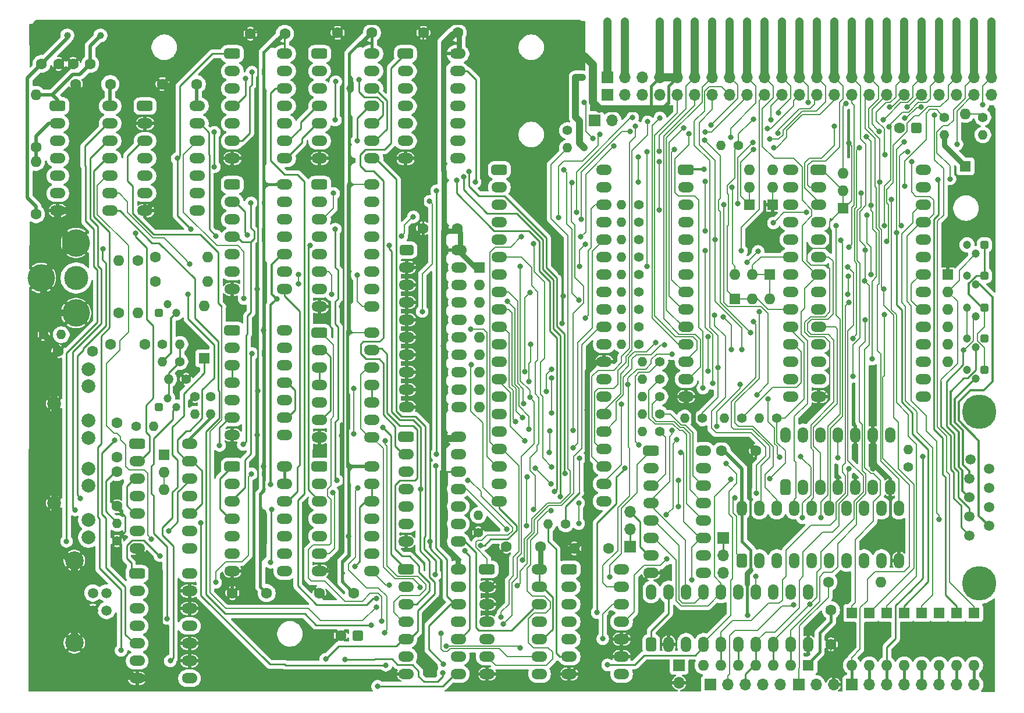
<source format=gbl>
%TF.GenerationSoftware,KiCad,Pcbnew,9.0.3*%
%TF.CreationDate,2025-08-02T16:42:51+01:00*%
%TF.ProjectId,ZX81plus38,5a583831-706c-4757-9333-382e6b696361,1.10*%
%TF.SameCoordinates,Original*%
%TF.FileFunction,Copper,L2,Bot*%
%TF.FilePolarity,Positive*%
%FSLAX46Y46*%
G04 Gerber Fmt 4.6, Leading zero omitted, Abs format (unit mm)*
G04 Created by KiCad (PCBNEW 9.0.3) date 2025-08-02 16:42:51*
%MOMM*%
%LPD*%
G01*
G04 APERTURE LIST*
G04 Aperture macros list*
%AMRoundRect*
0 Rectangle with rounded corners*
0 $1 Rounding radius*
0 $2 $3 $4 $5 $6 $7 $8 $9 X,Y pos of 4 corners*
0 Add a 4 corners polygon primitive as box body*
4,1,4,$2,$3,$4,$5,$6,$7,$8,$9,$2,$3,0*
0 Add four circle primitives for the rounded corners*
1,1,$1+$1,$2,$3*
1,1,$1+$1,$4,$5*
1,1,$1+$1,$6,$7*
1,1,$1+$1,$8,$9*
0 Add four rect primitives between the rounded corners*
20,1,$1+$1,$2,$3,$4,$5,0*
20,1,$1+$1,$4,$5,$6,$7,0*
20,1,$1+$1,$6,$7,$8,$9,0*
20,1,$1+$1,$8,$9,$2,$3,0*%
G04 Aperture macros list end*
%TA.AperFunction,ComponentPad*%
%ADD10C,1.500000*%
%TD*%
%TA.AperFunction,ComponentPad*%
%ADD11C,1.524000*%
%TD*%
%TA.AperFunction,ComponentPad*%
%ADD12C,5.000000*%
%TD*%
%TA.AperFunction,ComponentPad*%
%ADD13R,1.600000X1.600000*%
%TD*%
%TA.AperFunction,ComponentPad*%
%ADD14O,1.600000X1.600000*%
%TD*%
%TA.AperFunction,ComponentPad*%
%ADD15C,1.520000*%
%TD*%
%TA.AperFunction,ComponentPad*%
%ADD16C,2.700000*%
%TD*%
%TA.AperFunction,ComponentPad*%
%ADD17C,2.000000*%
%TD*%
%TA.AperFunction,ComponentPad*%
%ADD18C,3.500000*%
%TD*%
%TA.AperFunction,ComponentPad*%
%ADD19C,4.000000*%
%TD*%
%TA.AperFunction,ComponentPad*%
%ADD20R,1.700000X1.700000*%
%TD*%
%TA.AperFunction,ComponentPad*%
%ADD21O,1.700000X1.700000*%
%TD*%
%TA.AperFunction,ComponentPad*%
%ADD22C,1.600000*%
%TD*%
%TA.AperFunction,ComponentPad*%
%ADD23RoundRect,0.300000X0.300000X-0.300000X0.300000X0.300000X-0.300000X0.300000X-0.300000X-0.300000X0*%
%TD*%
%TA.AperFunction,ComponentPad*%
%ADD24C,1.200000*%
%TD*%
%TA.AperFunction,ComponentPad*%
%ADD25C,1.400000*%
%TD*%
%TA.AperFunction,ComponentPad*%
%ADD26O,1.400000X1.400000*%
%TD*%
%TA.AperFunction,ComponentPad*%
%ADD27RoundRect,0.300000X-0.300000X0.300000X-0.300000X-0.300000X0.300000X-0.300000X0.300000X0.300000X0*%
%TD*%
%TA.AperFunction,ComponentPad*%
%ADD28RoundRect,0.400000X0.400000X0.400000X-0.400000X0.400000X-0.400000X-0.400000X0.400000X-0.400000X0*%
%TD*%
%TA.AperFunction,ComponentPad*%
%ADD29RoundRect,0.381000X-0.762000X-0.381000X0.762000X-0.381000X0.762000X0.381000X-0.762000X0.381000X0*%
%TD*%
%TA.AperFunction,ComponentPad*%
%ADD30O,2.286000X1.524000*%
%TD*%
%TA.AperFunction,ComponentPad*%
%ADD31RoundRect,0.381000X0.381000X-0.762000X0.381000X0.762000X-0.381000X0.762000X-0.381000X-0.762000X0*%
%TD*%
%TA.AperFunction,ComponentPad*%
%ADD32O,1.524000X2.286000*%
%TD*%
%TA.AperFunction,ComponentPad*%
%ADD33RoundRect,0.385500X-0.630500X-0.385500X0.630500X-0.385500X0.630500X0.385500X-0.630500X0.385500X0*%
%TD*%
%TA.AperFunction,ComponentPad*%
%ADD34RoundRect,0.385500X0.385500X-0.630500X0.385500X0.630500X-0.385500X0.630500X-0.385500X-0.630500X0*%
%TD*%
%TA.AperFunction,ViaPad*%
%ADD35C,0.800000*%
%TD*%
%TA.AperFunction,ViaPad*%
%ADD36C,1.000000*%
%TD*%
%TA.AperFunction,Conductor*%
%ADD37C,0.250000*%
%TD*%
%TA.AperFunction,Conductor*%
%ADD38C,0.150000*%
%TD*%
%TA.AperFunction,Conductor*%
%ADD39C,1.000000*%
%TD*%
%TA.AperFunction,Conductor*%
%ADD40C,0.300000*%
%TD*%
%TA.AperFunction,Conductor*%
%ADD41C,0.800000*%
%TD*%
%TA.AperFunction,Conductor*%
%ADD42C,0.500000*%
%TD*%
%TA.AperFunction,Conductor*%
%ADD43C,0.200000*%
%TD*%
%TA.AperFunction,Conductor*%
%ADD44C,0.450000*%
%TD*%
%TA.AperFunction,Conductor*%
%ADD45C,1.200000*%
%TD*%
%TA.AperFunction,Conductor*%
%ADD46C,0.700000*%
%TD*%
G04 APERTURE END LIST*
D10*
%TO.P,CO4,1,1*%
%TO.N,/UP*%
X196192000Y-123850000D03*
%TO.P,CO4,2,2*%
%TO.N,/DOWN*%
X196192000Y-121080000D03*
D11*
%TO.P,CO4,3,3*%
%TO.N,/LEFT*%
X196192000Y-118310000D03*
D10*
%TO.P,CO4,4,4*%
%TO.N,/RIGHT*%
X196192000Y-115540000D03*
%TO.P,CO4,5,5*%
%TO.N,unconnected-(CO4-Pad5)*%
X196312000Y-112770000D03*
%TO.P,CO4,6,6*%
%TO.N,/FIRE*%
X199032000Y-122465000D03*
%TO.P,CO4,7,7*%
%TO.N,unconnected-(CO4-Pad7)*%
X199032000Y-119695000D03*
%TO.P,CO4,8,8*%
%TO.N,Net-(CO4-Pad8)*%
X199032000Y-116925000D03*
%TO.P,CO4,9,9*%
%TO.N,unconnected-(CO4-Pad9)*%
X199032000Y-114155000D03*
D12*
%TO.P,CO4,M1*%
%TO.N,N/C*%
X197612000Y-130810000D03*
%TO.P,CO4,M2*%
X197612000Y-105810000D03*
%TD*%
D13*
%TO.P,D1,1,K*%
%TO.N,/A11*%
X179070000Y-135128000D03*
D14*
%TO.P,D1,2,A*%
%TO.N,/KBA11*%
X179070000Y-142748000D03*
%TD*%
D13*
%TO.P,D2,1,K*%
%TO.N,/A10*%
X181610000Y-135128000D03*
D14*
%TO.P,D2,2,A*%
%TO.N,Net-(D2-Pad2)*%
X181610000Y-142748000D03*
%TD*%
D13*
%TO.P,D3,1,K*%
%TO.N,/A12*%
X184150000Y-135128000D03*
D14*
%TO.P,D3,2,A*%
%TO.N,/KBA12*%
X184150000Y-142748000D03*
%TD*%
D13*
%TO.P,D4,1,K*%
%TO.N,/A9*%
X186690000Y-135128000D03*
D14*
%TO.P,D4,2,A*%
%TO.N,Net-(D4-Pad2)*%
X186690000Y-142748000D03*
%TD*%
D13*
%TO.P,D5,1,K*%
%TO.N,/A13*%
X189230000Y-135128000D03*
D14*
%TO.P,D5,2,A*%
%TO.N,Net-(D5-Pad2)*%
X189230000Y-142748000D03*
%TD*%
D13*
%TO.P,D6,1,K*%
%TO.N,/A8*%
X191770000Y-135128000D03*
D14*
%TO.P,D6,2,A*%
%TO.N,Net-(D6-Pad2)*%
X191770000Y-142748000D03*
%TD*%
D13*
%TO.P,D7,1,K*%
%TO.N,/A14*%
X194310000Y-135128000D03*
D14*
%TO.P,D7,2,A*%
%TO.N,Net-(D7-Pad2)*%
X194310000Y-142748000D03*
%TD*%
D13*
%TO.P,D8,1,K*%
%TO.N,/A15*%
X196850000Y-135128000D03*
D14*
%TO.P,D8,2,A*%
%TO.N,Net-(D8-Pad2)*%
X196850000Y-142748000D03*
%TD*%
D15*
%TO.P,CO1,1,VBUS*%
%TO.N,+5V*%
X70610000Y-134752000D03*
%TO.P,CO1,2,D-*%
%TO.N,unconnected-(CO1-Pad2)*%
X70610000Y-132212000D03*
%TO.P,CO1,3,D+*%
%TO.N,unconnected-(CO1-Pad3)*%
X68610000Y-132212000D03*
%TO.P,CO1,4,GND*%
%TO.N,GND*%
X68610000Y-134752000D03*
D16*
%TO.P,CO1,5,Shield*%
X65910000Y-139482000D03*
X65910000Y-127482000D03*
%TD*%
D17*
%TO.P,CO2,1*%
%TO.N,unconnected-(CO2-Pad1)*%
X67992000Y-114126000D03*
%TO.P,CO2,2*%
%TO.N,Net-(C6-Pad2)*%
X67992000Y-124126000D03*
%TO.P,CO2,3*%
%TO.N,GND*%
X62992000Y-119126000D03*
%TO.P,CO2,4*%
%TO.N,unconnected-(CO2-Pad4)*%
X67992000Y-116626000D03*
%TO.P,CO2,5*%
%TO.N,unconnected-(CO2-Pad5)*%
X67992000Y-121626000D03*
%TD*%
%TO.P,CO3,1*%
%TO.N,unconnected-(CO3-Pad1)*%
X67992000Y-99648000D03*
%TO.P,CO3,2*%
%TO.N,Net-(C3-Pad2)*%
X67992000Y-109648000D03*
%TO.P,CO3,3*%
%TO.N,GND*%
X62992000Y-104648000D03*
%TO.P,CO3,4*%
%TO.N,unconnected-(CO3-Pad4)*%
X67992000Y-102148000D03*
%TO.P,CO3,5*%
%TO.N,unconnected-(CO3-Pad5)*%
X67992000Y-107148000D03*
%TD*%
D18*
%TO.P,CO5,1,In*%
%TO.N,/VIDEO*%
X66167000Y-86360000D03*
D19*
%TO.P,CO5,2,Ext*%
%TO.N,GND*%
X61067000Y-86360000D03*
X66167000Y-91460000D03*
X66167000Y-81260000D03*
%TD*%
D20*
%TO.P,J1B1,1,P1*%
%TO.N,+5V*%
X143510000Y-57150000D03*
D21*
%TO.P,J1B1,2,P2*%
%TO.N,/9V*%
X146050000Y-57150000D03*
%TO.P,J1B1,3,P3*%
%TO.N,unconnected-(J1B1-Pad3)*%
X148590000Y-57150000D03*
%TO.P,J1B1,4,P4*%
%TO.N,GND*%
X151130000Y-57150000D03*
%TO.P,J1B1,5,P5*%
X153670000Y-57150000D03*
%TO.P,J1B1,6,P6*%
%TO.N,/n3.25M*%
X156210000Y-57150000D03*
%TO.P,J1B1,7,P7*%
%TO.N,/A0'*%
X158750000Y-57150000D03*
%TO.P,J1B1,8,P8*%
%TO.N,/A1'*%
X161290000Y-57150000D03*
%TO.P,J1B1,9,P9*%
%TO.N,/A2'*%
X163830000Y-57150000D03*
%TO.P,J1B1,10,P10*%
%TO.N,/A3'*%
X166370000Y-57150000D03*
%TO.P,J1B1,11,P11*%
%TO.N,/A15*%
X168910000Y-57150000D03*
%TO.P,J1B1,12,P12*%
%TO.N,/A14*%
X171450000Y-57150000D03*
%TO.P,J1B1,13,P13*%
%TO.N,/A13*%
X173990000Y-57150000D03*
%TO.P,J1B1,14,P14*%
%TO.N,/A12*%
X176530000Y-57150000D03*
%TO.P,J1B1,15,P15*%
%TO.N,/A11*%
X179070000Y-57150000D03*
%TO.P,J1B1,16,P16*%
%TO.N,/A10*%
X181610000Y-57150000D03*
%TO.P,J1B1,17,P17*%
%TO.N,/A9*%
X184150000Y-57150000D03*
%TO.P,J1B1,18,P18*%
%TO.N,/A8'*%
X186690000Y-57150000D03*
%TO.P,J1B1,19,P19*%
%TO.N,/A7'*%
X189230000Y-57150000D03*
%TO.P,J1B1,20,P20*%
%TO.N,/A6'*%
X191770000Y-57150000D03*
%TO.P,J1B1,21,P21*%
%TO.N,/A5'*%
X194310000Y-57150000D03*
%TO.P,J1B1,22,P22*%
%TO.N,/A4'*%
X196850000Y-57150000D03*
%TO.P,J1B1,23,P23*%
%TO.N,/nROMCS*%
X199390000Y-57150000D03*
%TD*%
D20*
%TO.P,J1A1,1,P1*%
%TO.N,/D7'*%
X143510000Y-59690000D03*
D21*
%TO.P,J1A1,2,P2*%
%TO.N,/nRAMCS*%
X146050000Y-59690000D03*
%TO.P,J1A1,3,P3*%
%TO.N,unconnected-(J1A1-Pad3)*%
X148590000Y-59690000D03*
%TO.P,J1A1,4,P4*%
%TO.N,/D0'*%
X151130000Y-59690000D03*
%TO.P,J1A1,5,P5*%
%TO.N,/D1'*%
X153670000Y-59690000D03*
%TO.P,J1A1,6,P6*%
%TO.N,/D2'*%
X156210000Y-59690000D03*
%TO.P,J1A1,7,P7*%
%TO.N,/D6'*%
X158750000Y-59690000D03*
%TO.P,J1A1,8,P8*%
%TO.N,/D5'*%
X161290000Y-59690000D03*
%TO.P,J1A1,9,P9*%
%TO.N,/D3'*%
X163830000Y-59690000D03*
%TO.P,J1A1,10,P10*%
%TO.N,/D4'*%
X166370000Y-59690000D03*
%TO.P,J1A1,11,P11*%
%TO.N,/A6'*%
X168910000Y-59690000D03*
%TO.P,J1A1,12,P12*%
%TO.N,/nNMI*%
X171450000Y-59690000D03*
%TO.P,J1A1,13,P13*%
%TO.N,/nHALT*%
X173990000Y-59690000D03*
%TO.P,J1A1,14,P14*%
%TO.N,/nMREQ*%
X176530000Y-59690000D03*
%TO.P,J1A1,15,P15*%
%TO.N,/nIORQ*%
X179070000Y-59690000D03*
%TO.P,J1A1,16,P16*%
%TO.N,/nRD*%
X181610000Y-59690000D03*
%TO.P,J1A1,17,P17*%
%TO.N,/nWR*%
X184150000Y-59690000D03*
%TO.P,J1A1,18,P18*%
%TO.N,/nBUSACK*%
X186690000Y-59690000D03*
%TO.P,J1A1,19,P19*%
%TO.N,/nWAIT*%
X189230000Y-59690000D03*
%TO.P,J1A1,20,P20*%
%TO.N,/nBUSRQ*%
X191770000Y-59690000D03*
%TO.P,J1A1,21,P21*%
%TO.N,/nRESET*%
X194310000Y-59690000D03*
%TO.P,J1A1,22,P22*%
%TO.N,/nM1*%
X196850000Y-59690000D03*
%TO.P,J1A1,23,P23*%
%TO.N,/nRFSH*%
X199390000Y-59690000D03*
%TD*%
D20*
%TO.P,J2,1,P1*%
%TO.N,/KBA11*%
X179054760Y-145542000D03*
D21*
%TO.P,J2,2,P2*%
%TO.N,Net-(D2-Pad2)*%
X181594760Y-145542000D03*
%TO.P,J2,3,P3*%
%TO.N,/KBA12*%
X184134760Y-145542000D03*
%TO.P,J2,4,P4*%
%TO.N,Net-(D4-Pad2)*%
X186674760Y-145542000D03*
%TO.P,J2,5,P5*%
%TO.N,Net-(D5-Pad2)*%
X189214760Y-145542000D03*
%TO.P,J2,6,P6*%
%TO.N,Net-(D6-Pad2)*%
X191754760Y-145542000D03*
%TO.P,J2,7,P7*%
%TO.N,Net-(D7-Pad2)*%
X194294760Y-145542000D03*
%TO.P,J2,8,P8*%
%TO.N,Net-(D8-Pad2)*%
X196834760Y-145542000D03*
%TD*%
D20*
%TO.P,J3,1,P1*%
%TO.N,/KBD4*%
X158496000Y-145542000D03*
D21*
%TO.P,J3,2,P2*%
%TO.N,/KBD3*%
X161036000Y-145542000D03*
%TO.P,J3,3,P3*%
%TO.N,/KBD2*%
X163576000Y-145542000D03*
%TO.P,J3,4,P4*%
%TO.N,/KBD1*%
X166116000Y-145542000D03*
%TO.P,J3,5,P5*%
%TO.N,/KBD0*%
X168656000Y-145542000D03*
%TD*%
D22*
%TO.P,C2,1*%
%TO.N,Net-(C2-Pad1)*%
X61137800Y-55194200D03*
%TO.P,C2,2*%
%TO.N,GND*%
X63637800Y-55194200D03*
%TD*%
%TO.P,C1,1*%
%TO.N,Net-(C1-Pad1)*%
X68224400Y-55194200D03*
%TO.P,C1,2*%
%TO.N,GND*%
X65724400Y-55194200D03*
%TD*%
D23*
%TO.P,Q8,1,E*%
%TO.N,Net-(Q8-Pad1)*%
X78232000Y-91440000D03*
D24*
%TO.P,Q8,2,B*%
%TO.N,Net-(D13-Pad2)*%
X79502000Y-90170000D03*
%TO.P,Q8,3,C*%
%TO.N,+5V*%
X80772000Y-91440000D03*
%TD*%
D22*
%TO.P,R49,1*%
%TO.N,Net-(D13-Pad2)*%
X77724000Y-86868000D03*
D14*
%TO.P,R49,2*%
%TO.N,+5V*%
X85344000Y-86868000D03*
%TD*%
D22*
%TO.P,R48,1*%
%TO.N,Net-(D13-Pad2)*%
X77724000Y-83312000D03*
D14*
%TO.P,R48,2*%
%TO.N,Net-(R48-Pad2)*%
X85344000Y-83312000D03*
%TD*%
D25*
%TO.P,R10,1*%
%TO.N,/D1'*%
X151130000Y-101092000D03*
D26*
%TO.P,R10,2*%
%TO.N,Net-(R10-Pad2)*%
X148590000Y-101092000D03*
%TD*%
D25*
%TO.P,R17,1*%
%TO.N,/D4'*%
X151130000Y-108712000D03*
D26*
%TO.P,R17,2*%
%TO.N,Net-(R17-Pad2)*%
X148590000Y-108712000D03*
%TD*%
D25*
%TO.P,R11,1*%
%TO.N,/D0'*%
X151130000Y-98552000D03*
D26*
%TO.P,R11,2*%
%TO.N,Net-(R11-Pad2)*%
X148590000Y-98552000D03*
%TD*%
D25*
%TO.P,R12,1*%
%TO.N,/D7'*%
X168148000Y-106743500D03*
D26*
%TO.P,R12,2*%
%TO.N,Net-(R12-Pad2)*%
X165608000Y-106743500D03*
%TD*%
D25*
%TO.P,R15,1*%
%TO.N,/D5'*%
X157289500Y-106743500D03*
D26*
%TO.P,R15,2*%
%TO.N,Net-(R15-Pad2)*%
X154749500Y-106743500D03*
%TD*%
D25*
%TO.P,R13,1*%
%TO.N,/D2'*%
X151130000Y-103632000D03*
D26*
%TO.P,R13,2*%
%TO.N,Net-(R13-Pad2)*%
X148590000Y-103632000D03*
%TD*%
D25*
%TO.P,R14,1*%
%TO.N,/D6'*%
X163068000Y-106743500D03*
D26*
%TO.P,R14,2*%
%TO.N,Net-(R14-Pad2)*%
X160528000Y-106743500D03*
%TD*%
D25*
%TO.P,R16,1*%
%TO.N,/D3'*%
X151130000Y-106172000D03*
D26*
%TO.P,R16,2*%
%TO.N,Net-(R16-Pad2)*%
X148590000Y-106172000D03*
%TD*%
D13*
%TO.P,D13,1,K*%
%TO.N,/nCSYNC*%
X84836000Y-98044000D03*
D14*
%TO.P,D13,2,A*%
%TO.N,Net-(D13-Pad2)*%
X84836000Y-90424000D03*
%TD*%
D22*
%TO.P,R29,1*%
%TO.N,Net-(R29-Pad1)*%
X60350400Y-67310000D03*
D14*
%TO.P,R29,2*%
%TO.N,Net-(C1-Pad1)*%
X60350400Y-59690000D03*
%TD*%
D22*
%TO.P,R30,1*%
%TO.N,Net-(C2-Pad1)*%
X60350400Y-77063600D03*
D14*
%TO.P,R30,2*%
%TO.N,Net-(R29-Pad1)*%
X60350400Y-69443600D03*
%TD*%
D25*
%TO.P,R9,1*%
%TO.N,/A0'*%
X148082000Y-96012000D03*
D26*
%TO.P,R9,2*%
%TO.N,/A0*%
X145542000Y-96012000D03*
%TD*%
D25*
%TO.P,R42,1*%
%TO.N,/nROMCS*%
X162560000Y-67056000D03*
D26*
%TO.P,R42,2*%
%TO.N,Net-(R42-Pad2)*%
X160020000Y-67056000D03*
%TD*%
D25*
%TO.P,R43,1*%
%TO.N,/nRAMCS*%
X137668000Y-64897000D03*
D26*
%TO.P,R43,2*%
%TO.N,Net-(R43-Pad2)*%
X137668000Y-67437000D03*
%TD*%
D25*
%TO.P,R7,1*%
%TO.N,/A2'*%
X148082000Y-90932000D03*
D26*
%TO.P,R7,2*%
%TO.N,/A2*%
X145542000Y-90932000D03*
%TD*%
D25*
%TO.P,R6,1*%
%TO.N,/A3'*%
X148082000Y-88392000D03*
D26*
%TO.P,R6,2*%
%TO.N,/A3*%
X145542000Y-88392000D03*
%TD*%
D25*
%TO.P,R5,1*%
%TO.N,/A4'*%
X148082000Y-85852000D03*
D26*
%TO.P,R5,2*%
%TO.N,/A4*%
X145542000Y-85852000D03*
%TD*%
D25*
%TO.P,R4,1*%
%TO.N,/A5'*%
X148082000Y-83312000D03*
D26*
%TO.P,R4,2*%
%TO.N,/A5*%
X145542000Y-83312000D03*
%TD*%
D25*
%TO.P,R3,1*%
%TO.N,/A6'*%
X148082000Y-80772000D03*
D26*
%TO.P,R3,2*%
%TO.N,/A6*%
X145542000Y-80772000D03*
%TD*%
D25*
%TO.P,R2,1*%
%TO.N,/A7'*%
X148082000Y-78232000D03*
D26*
%TO.P,R2,2*%
%TO.N,/A7*%
X145542000Y-78232000D03*
%TD*%
D25*
%TO.P,R1,1*%
%TO.N,/A8'*%
X148082000Y-75692000D03*
D26*
%TO.P,R1,2*%
%TO.N,/A8*%
X145542000Y-75692000D03*
%TD*%
D25*
%TO.P,R8,1*%
%TO.N,/A1'*%
X148082000Y-93472000D03*
D26*
%TO.P,R8,2*%
%TO.N,/A1*%
X145542000Y-93472000D03*
%TD*%
D27*
%TO.P,Q5,1,E*%
%TO.N,/KBA12*%
X198374000Y-81555000D03*
D24*
%TO.P,Q5,2,B*%
%TO.N,/UP*%
X197104000Y-82825000D03*
%TO.P,Q5,3,C*%
%TO.N,/KBD3*%
X195834000Y-81555000D03*
%TD*%
D27*
%TO.P,Q4,1,E*%
%TO.N,/KBA12*%
X198374000Y-86042500D03*
D24*
%TO.P,Q4,2,B*%
%TO.N,/FIRE*%
X197104000Y-87312500D03*
%TO.P,Q4,3,C*%
%TO.N,/KBD0*%
X195834000Y-86042500D03*
%TD*%
D27*
%TO.P,Q3,1,E*%
%TO.N,/KBA12*%
X198374000Y-90678000D03*
D24*
%TO.P,Q3,2,B*%
%TO.N,/DOWN*%
X197104000Y-91948000D03*
%TO.P,Q3,3,C*%
%TO.N,/KBD4*%
X195834000Y-90678000D03*
%TD*%
D27*
%TO.P,Q2,1,E*%
%TO.N,/KBA11*%
X198374000Y-95186500D03*
D24*
%TO.P,Q2,2,B*%
%TO.N,/LEFT*%
X197104000Y-96456500D03*
%TO.P,Q2,3,C*%
%TO.N,/KBD4*%
X195834000Y-95186500D03*
%TD*%
D27*
%TO.P,Q1,1,E*%
%TO.N,/KBA12*%
X198374000Y-99758500D03*
D24*
%TO.P,Q1,2,B*%
%TO.N,/RIGHT*%
X197104000Y-101028500D03*
%TO.P,Q1,3,C*%
%TO.N,/KBD2*%
X195834000Y-99758500D03*
%TD*%
D23*
%TO.P,Q9,1,E*%
%TO.N,Net-(Q9-Pad1)*%
X78232000Y-105156000D03*
D24*
%TO.P,Q9,2,B*%
%TO.N,Net-(Q9-Pad2)*%
X79502000Y-103886000D03*
%TO.P,Q9,3,C*%
%TO.N,/nCAS_IN*%
X80772000Y-105156000D03*
%TD*%
D25*
%TO.P,R70,1*%
%TO.N,Net-(Q9-Pad2)*%
X81280000Y-98552000D03*
D26*
%TO.P,R70,2*%
%TO.N,+5V*%
X78740000Y-98552000D03*
%TD*%
D25*
%TO.P,R23,1*%
%TO.N,Net-(CO4-Pad8)*%
X187261500Y-113919000D03*
D26*
%TO.P,R23,2*%
%TO.N,+5V*%
X187261500Y-111379000D03*
%TD*%
D25*
%TO.P,R18,1*%
%TO.N,/nBUSRQ*%
X192532000Y-62992000D03*
D26*
%TO.P,R18,2*%
%TO.N,+5V*%
X192532000Y-65532000D03*
%TD*%
D25*
%TO.P,R81,1*%
%TO.N,/nCAS_IN*%
X85725000Y-103632000D03*
D26*
%TO.P,R81,2*%
%TO.N,+5V*%
X85725000Y-106172000D03*
%TD*%
D25*
%TO.P,R80,1*%
%TO.N,GND*%
X83439000Y-103632000D03*
D26*
%TO.P,R80,2*%
%TO.N,Net-(Q9-Pad1)*%
X83439000Y-106172000D03*
%TD*%
D25*
%TO.P,R79,1*%
%TO.N,GND*%
X82169000Y-101092000D03*
D26*
%TO.P,R79,2*%
%TO.N,Net-(Q9-Pad2)*%
X79629000Y-101092000D03*
%TD*%
D25*
%TO.P,R59,1*%
%TO.N,Net-(C3-Pad1)*%
X78740000Y-96012000D03*
D26*
%TO.P,R59,2*%
%TO.N,Net-(Q9-Pad2)*%
X81280000Y-96012000D03*
%TD*%
D25*
%TO.P,R58,1*%
%TO.N,GND*%
X61468000Y-94615000D03*
D26*
%TO.P,R58,2*%
%TO.N,Net-(C3-Pad2)*%
X64008000Y-94615000D03*
%TD*%
D25*
%TO.P,R57,1*%
%TO.N,GND*%
X72136000Y-124644000D03*
D26*
%TO.P,R57,2*%
%TO.N,Net-(C6-Pad2)*%
X72136000Y-122104000D03*
%TD*%
D25*
%TO.P,R56,1*%
%TO.N,Net-(C6-Pad1)*%
X74930000Y-107950000D03*
D26*
%TO.P,R56,2*%
%TO.N,/nVSYNC*%
X77470000Y-107950000D03*
%TD*%
D25*
%TO.P,R52,1*%
%TO.N,/nRESET*%
X198120000Y-62992000D03*
D26*
%TO.P,R52,2*%
%TO.N,+5V*%
X198120000Y-65532000D03*
%TD*%
D20*
%TO.P,JP6,1,1*%
%TO.N,/HSYNC*%
X160337500Y-124206000D03*
D21*
%TO.P,JP6,2,2*%
X160337500Y-126746000D03*
%TO.P,JP6,3,3*%
%TO.N,/nHSYNC*%
X160337500Y-129286000D03*
%TD*%
D13*
%TO.P,JP12,1,1*%
%TO.N,GND*%
X177800000Y-76200000D03*
D14*
%TO.P,JP12,2,2*%
X177800000Y-73660000D03*
%TO.P,JP12,3,3*%
%TO.N,/A14*%
X177800000Y-71120000D03*
%TD*%
D13*
%TO.P,JP11,1,1*%
%TO.N,/nROMCS*%
X162052000Y-89408000D03*
D14*
%TO.P,JP11,2,2*%
X164592000Y-89408000D03*
%TO.P,JP11,3,3*%
%TO.N,/A11*%
X167132000Y-89408000D03*
%TD*%
D13*
%TO.P,JP10,1,1*%
%TO.N,GND*%
X167576500Y-75692000D03*
D14*
%TO.P,JP10,2,2*%
X167576500Y-73152000D03*
%TO.P,JP10,3,3*%
%TO.N,+5V*%
X167576500Y-70612000D03*
%TD*%
D13*
%TO.P,JP9,1,1*%
%TO.N,/A13*%
X164147500Y-75692000D03*
D14*
%TO.P,JP9,2,2*%
X164147500Y-73152000D03*
%TO.P,JP9,3,3*%
%TO.N,+5V*%
X164147500Y-70612000D03*
%TD*%
D13*
%TO.P,JP8,1,1*%
%TO.N,/A11*%
X167132000Y-85852000D03*
D14*
%TO.P,JP8,2,2*%
X164592000Y-85852000D03*
%TO.P,JP8,3,3*%
%TO.N,/A12*%
X162052000Y-85852000D03*
%TD*%
D20*
%TO.P,JP5,1,1*%
%TO.N,/PIXEL*%
X146812000Y-125476000D03*
D21*
%TO.P,JP5,2,2*%
X146812000Y-122936000D03*
%TO.P,JP5,3,3*%
%TO.N,/nPIXEL*%
X146812000Y-120396000D03*
%TD*%
D20*
%TO.P,JP4,1,1*%
%TO.N,Net-(JP4-Pad1)*%
X153924000Y-142748000D03*
D21*
%TO.P,JP4,2,2*%
%TO.N,GND*%
X153924000Y-145288000D03*
%TD*%
D13*
%TO.P,D14,1,K*%
%TO.N,+5V*%
X195580000Y-70104000D03*
D14*
%TO.P,D14,2,A*%
%TO.N,/nRESET*%
X195580000Y-62484000D03*
%TD*%
D22*
%TO.P,C8,1*%
%TO.N,Net-(C6-Pad2)*%
X72136000Y-114594000D03*
%TO.P,C8,2*%
%TO.N,GND*%
X72136000Y-119594000D03*
%TD*%
%TO.P,C7,1*%
%TO.N,Net-(C3-Pad2)*%
X68580000Y-97028000D03*
%TO.P,C7,2*%
%TO.N,GND*%
X63580000Y-97028000D03*
%TD*%
%TO.P,C3,1*%
%TO.N,Net-(C3-Pad1)*%
X76200000Y-96012000D03*
%TO.P,C3,2*%
%TO.N,Net-(C3-Pad2)*%
X71200000Y-96012000D03*
%TD*%
D28*
%TO.P,C9,1*%
%TO.N,+5V*%
X107188000Y-138430000D03*
D22*
%TO.P,C9,2*%
%TO.N,GND*%
X104688000Y-138430000D03*
%TD*%
D28*
%TO.P,C5,1*%
%TO.N,/nRESET*%
X188468000Y-64516000D03*
D22*
%TO.P,C5,2*%
%TO.N,GND*%
X185968000Y-64516000D03*
%TD*%
D25*
%TO.P,R19,1*%
%TO.N,GND*%
X124714000Y-123444000D03*
D26*
%TO.P,R19,2*%
%TO.N,/CAS_IN*%
X124714000Y-120904000D03*
%TD*%
D13*
%TO.P,JP1,1,1*%
%TO.N,/A13*%
X78994000Y-112141000D03*
D14*
%TO.P,JP1,2,2*%
%TO.N,GND*%
X78994000Y-114681000D03*
%TO.P,JP1,3,3*%
X78994000Y-117221000D03*
%TD*%
D13*
%TO.P,RP1,1,common*%
%TO.N,+5V*%
X172720000Y-142748000D03*
D14*
%TO.P,RP1,2,R1*%
%TO.N,/KBD4*%
X170180000Y-142748000D03*
%TO.P,RP1,3,R2*%
%TO.N,/KBD3*%
X167640000Y-142748000D03*
%TO.P,RP1,4,R3*%
%TO.N,/KBD2*%
X165100000Y-142748000D03*
%TO.P,RP1,5,R4*%
%TO.N,/KBD1*%
X162560000Y-142748000D03*
%TO.P,RP1,6,R5*%
%TO.N,/KBD0*%
X160020000Y-142748000D03*
%TO.P,RP1,7,R6*%
%TO.N,Net-(JP4-Pad1)*%
X157480000Y-142748000D03*
%TD*%
D22*
%TO.P,C21,1*%
%TO.N,GND*%
X138684000Y-125730000D03*
%TO.P,C21,2*%
%TO.N,+5V*%
X143684000Y-125730000D03*
%TD*%
%TO.P,C20,1*%
%TO.N,GND*%
X165100000Y-111506000D03*
%TO.P,C20,2*%
%TO.N,+5V*%
X160100000Y-111506000D03*
%TD*%
%TO.P,C19,1*%
%TO.N,GND*%
X128778000Y-125476000D03*
%TO.P,C19,2*%
%TO.N,+5V*%
X133778000Y-125476000D03*
%TD*%
%TO.P,C18,1*%
%TO.N,GND*%
X88900000Y-132232400D03*
%TO.P,C18,2*%
%TO.N,+5V*%
X93900000Y-132232400D03*
%TD*%
%TO.P,C17,1*%
%TO.N,GND*%
X176022000Y-139700000D03*
%TO.P,C17,2*%
%TO.N,+5V*%
X176022000Y-134700000D03*
%TD*%
%TO.P,C16,1*%
%TO.N,GND*%
X101574600Y-132232400D03*
%TO.P,C16,2*%
%TO.N,+5V*%
X106574600Y-132232400D03*
%TD*%
%TO.P,C15,1*%
%TO.N,GND*%
X116666000Y-79146400D03*
%TO.P,C15,2*%
%TO.N,+5V*%
X121666000Y-79146400D03*
%TD*%
%TO.P,C14,1*%
%TO.N,GND*%
X116713000Y-50673000D03*
%TO.P,C14,2*%
%TO.N,+5V*%
X121713000Y-50673000D03*
%TD*%
%TO.P,C13,1*%
%TO.N,GND*%
X104216200Y-50673000D03*
%TO.P,C13,2*%
%TO.N,+5V*%
X109216200Y-50673000D03*
%TD*%
%TO.P,C12,1*%
%TO.N,GND*%
X91541600Y-50800000D03*
%TO.P,C12,2*%
%TO.N,+5V*%
X96541600Y-50800000D03*
%TD*%
%TO.P,C11,1*%
%TO.N,GND*%
X78740000Y-58140600D03*
%TO.P,C11,2*%
%TO.N,+5V*%
X83740000Y-58140600D03*
%TD*%
%TO.P,C10,1*%
%TO.N,GND*%
X66141600Y-58140600D03*
%TO.P,C10,2*%
%TO.N,+5V*%
X71141600Y-58140600D03*
%TD*%
%TO.P,C6,1*%
%TO.N,Net-(C6-Pad1)*%
X72136000Y-107482000D03*
%TO.P,C6,2*%
%TO.N,Net-(C6-Pad2)*%
X72136000Y-112482000D03*
%TD*%
%TO.P,R55,1*%
%TO.N,GND*%
X72390000Y-91440000D03*
D14*
%TO.P,R55,2*%
%TO.N,/VIDEO*%
X72390000Y-83820000D03*
%TD*%
D22*
%TO.P,R50,1*%
%TO.N,/VIDEO*%
X75184000Y-83820000D03*
D14*
%TO.P,R50,2*%
%TO.N,Net-(Q8-Pad1)*%
X75184000Y-91440000D03*
%TD*%
D29*
%TO.P,U14,1,Cp*%
%TO.N,/3.25M*%
X88900000Y-53721000D03*
D30*
%TO.P,U14,2,Mr*%
%TO.N,/END*%
X88900000Y-56261000D03*
%TO.P,U14,3,Q0*%
%TO.N,Net-(U14-Pad3)*%
X88900000Y-58801000D03*
%TO.P,U14,4,Q1*%
%TO.N,Net-(U14-Pad4)*%
X88900000Y-61341000D03*
%TO.P,U14,5,Q2*%
%TO.N,Net-(U14-Pad5)*%
X88900000Y-63881000D03*
%TO.P,U14,6,Q3*%
%TO.N,Net-(U14-Pad13)*%
X88900000Y-66421000D03*
%TO.P,U14,7,GND*%
%TO.N,GND*%
X88900000Y-68961000D03*
%TO.P,U14,8,Q3*%
%TO.N,Net-(U14-Pad8)*%
X96520000Y-68961000D03*
%TO.P,U14,9,Q2*%
%TO.N,Net-(U14-Pad9)*%
X96520000Y-66421000D03*
%TO.P,U14,10,Q1*%
%TO.N,Net-(U14-Pad10)*%
X96520000Y-63881000D03*
%TO.P,U14,11,Q0*%
%TO.N,Net-(U14-Pad11)*%
X96520000Y-61341000D03*
%TO.P,U14,12,Mr*%
%TO.N,/END*%
X96520000Y-58801000D03*
%TO.P,U14,13,Cp*%
%TO.N,Net-(U14-Pad13)*%
X96520000Y-56261000D03*
%TO.P,U14,14,VCC*%
%TO.N,+5V*%
X96520000Y-53721000D03*
%TD*%
D29*
%TO.P,U28,1,Cd*%
%TO.N,+5V*%
X88900000Y-113792000D03*
D30*
%TO.P,U28,2,D*%
%TO.N,Net-(U24-Pad10)*%
X88900000Y-116332000D03*
%TO.P,U28,3,Cp*%
%TO.N,/nRD*%
X88900000Y-118872000D03*
%TO.P,U28,4,Sd*%
%TO.N,+5V*%
X88900000Y-121412000D03*
%TO.P,U28,5,Q*%
%TO.N,Net-(U28-Pad5)*%
X88900000Y-123952000D03*
%TO.P,U28,6,~{Q}*%
%TO.N,unconnected-(U28-Pad6)*%
X88900000Y-126492000D03*
%TO.P,U28,7,GND*%
%TO.N,GND*%
X88900000Y-129032000D03*
%TO.P,U28,8,~{Q}*%
%TO.N,Net-(U28-Pad8)*%
X96520000Y-129032000D03*
%TO.P,U28,9,Q*%
%TO.N,unconnected-(U28-Pad9)*%
X96520000Y-126492000D03*
%TO.P,U28,10,Sd*%
%TO.N,/SH{slash}nLD*%
X96520000Y-123952000D03*
%TO.P,U28,11,Cp*%
%TO.N,/nRD*%
X96520000Y-121412000D03*
%TO.P,U28,12,D*%
%TO.N,/nNOP*%
X96520000Y-118872000D03*
%TO.P,U28,13,Cd*%
%TO.N,+5V*%
X96520000Y-116332000D03*
%TO.P,U28,14,VCC*%
X96520000Y-113792000D03*
%TD*%
D29*
%TO.P,U24,1*%
%TO.N,/A15*%
X88900000Y-72771000D03*
D30*
%TO.P,U24,2*%
%TO.N,/nM1*%
X88900000Y-75311000D03*
%TO.P,U24,3*%
%TO.N,Net-(U23-Pad4)*%
X88900000Y-77851000D03*
%TO.P,U24,4*%
%TO.N,/nMREQ*%
X88900000Y-80391000D03*
%TO.P,U24,5*%
%TO.N,/nRFSH*%
X88900000Y-82931000D03*
%TO.P,U24,6*%
%TO.N,Net-(U23-Pad10)*%
X88900000Y-85471000D03*
%TO.P,U24,7,GND*%
%TO.N,GND*%
X88900000Y-88011000D03*
%TO.P,U24,8*%
%TO.N,/nNOP*%
X96520000Y-88011000D03*
%TO.P,U24,9*%
%TO.N,Net-(U24-Pad9)*%
X96520000Y-85471000D03*
%TO.P,U24,10*%
%TO.N,Net-(U24-Pad10)*%
X96520000Y-82931000D03*
%TO.P,U24,11*%
%TO.N,Net-(U24-Pad11)*%
X96520000Y-80391000D03*
%TO.P,U24,12*%
%TO.N,/3.25M*%
X96520000Y-77851000D03*
%TO.P,U24,13*%
%TO.N,/nMREQ*%
X96520000Y-75311000D03*
%TO.P,U24,14,VCC*%
%TO.N,+5V*%
X96520000Y-72771000D03*
%TD*%
D29*
%TO.P,U23,1*%
%TO.N,GND*%
X75057000Y-110490000D03*
D30*
%TO.P,U23,2*%
%TO.N,/A14*%
X75057000Y-113030000D03*
%TO.P,U23,3*%
%TO.N,Net-(U23-Pad3)*%
X75057000Y-115570000D03*
%TO.P,U23,4*%
%TO.N,Net-(U23-Pad4)*%
X75057000Y-118110000D03*
%TO.P,U23,5*%
%TO.N,Net-(U23-Pad3)*%
X75057000Y-120650000D03*
%TO.P,U23,6*%
%TO.N,Net-(U21-Pad13)*%
X75057000Y-123190000D03*
%TO.P,U23,7,GND*%
%TO.N,GND*%
X75057000Y-125730000D03*
%TO.P,U23,8*%
%TO.N,Net-(R43-Pad2)*%
X82677000Y-125730000D03*
%TO.P,U23,9*%
%TO.N,Net-(U21-Pad12)*%
X82677000Y-123190000D03*
%TO.P,U23,10*%
%TO.N,Net-(U23-Pad10)*%
X82677000Y-120650000D03*
%TO.P,U23,11*%
%TO.N,Net-(R42-Pad2)*%
X82677000Y-118110000D03*
%TO.P,U23,12*%
%TO.N,Net-(U21-Pad13)*%
X82677000Y-115570000D03*
%TO.P,U23,13*%
%TO.N,Net-(U23-Pad10)*%
X82677000Y-113030000D03*
%TO.P,U23,14,VCC*%
%TO.N,+5V*%
X82677000Y-110490000D03*
%TD*%
D29*
%TO.P,U19,1*%
%TO.N,/nOUT*%
X114173000Y-128778000D03*
D30*
%TO.P,U19,2*%
%TO.N,/A1*%
X114173000Y-131318000D03*
%TO.P,U19,3*%
%TO.N,Net-(U13-Pad13)*%
X114173000Y-133858000D03*
%TO.P,U19,4*%
%TO.N,Net-(U13-Pad10)*%
X114173000Y-136398000D03*
%TO.P,U19,5*%
%TO.N,/nHSYNC*%
X114173000Y-138938000D03*
%TO.P,U19,6*%
%TO.N,/nNMI*%
X114173000Y-141478000D03*
%TO.P,U19,7,GND*%
%TO.N,GND*%
X114173000Y-144018000D03*
%TO.P,U19,8*%
%TO.N,Net-(U19-Pad8)*%
X121793000Y-144018000D03*
%TO.P,U19,9*%
%TO.N,/nM1*%
X121793000Y-141478000D03*
%TO.P,U19,10*%
%TO.N,/nIORQ*%
X121793000Y-138938000D03*
%TO.P,U19,11*%
%TO.N,Net-(U13-Pad1)*%
X121793000Y-136398000D03*
%TO.P,U19,12*%
%TO.N,/nIN_FE*%
X121793000Y-133858000D03*
%TO.P,U19,13*%
%TO.N,Net-(U13-Pad12)*%
X121793000Y-131318000D03*
%TO.P,U19,14,VCC*%
%TO.N,+5V*%
X121793000Y-128778000D03*
%TD*%
D29*
%TO.P,U18,1,Cd*%
%TO.N,/3.25M*%
X125984000Y-128778000D03*
D30*
%TO.P,U18,2,D*%
%TO.N,GND*%
X125984000Y-131318000D03*
%TO.P,U18,3,Cp*%
X125984000Y-133858000D03*
%TO.P,U18,4,Sd*%
X125984000Y-136398000D03*
%TO.P,U18,5,Q*%
%TO.N,unconnected-(U18-Pad5)*%
X125984000Y-138938000D03*
%TO.P,U18,6,~{Q}*%
%TO.N,/n3.25M*%
X125984000Y-141478000D03*
%TO.P,U18,7,GND*%
%TO.N,GND*%
X125984000Y-144018000D03*
%TO.P,U18,8,~{Q}*%
%TO.N,unconnected-(U18-Pad8)*%
X133604000Y-144018000D03*
%TO.P,U18,9,Q*%
%TO.N,Net-(U10-Pad4)*%
X133604000Y-141478000D03*
%TO.P,U18,10,Sd*%
%TO.N,+5V*%
X133604000Y-138938000D03*
%TO.P,U18,11,Cp*%
%TO.N,/6.5M*%
X133604000Y-136398000D03*
%TO.P,U18,12,D*%
%TO.N,Net-(U10-Pad8)*%
X133604000Y-133858000D03*
%TO.P,U18,13,Cd*%
%TO.N,+5V*%
X133604000Y-131318000D03*
%TO.P,U18,14,VCC*%
X133604000Y-128778000D03*
%TD*%
D29*
%TO.P,U16,1*%
%TO.N,/nIORQ*%
X88900000Y-93980000D03*
D30*
%TO.P,U16,2*%
%TO.N,/nRD*%
X88900000Y-96520000D03*
%TO.P,U16,3*%
%TO.N,Net-(U16-Pad3)*%
X88900000Y-99060000D03*
%TO.P,U16,4*%
X88900000Y-101600000D03*
%TO.P,U16,5*%
%TO.N,/A0*%
X88900000Y-104140000D03*
%TO.P,U16,6*%
%TO.N,/nIN_FE*%
X88900000Y-106680000D03*
%TO.P,U16,7,GND*%
%TO.N,GND*%
X88900000Y-109220000D03*
%TO.P,U16,8*%
%TO.N,Net-(U13-Pad9)*%
X96520000Y-109220000D03*
%TO.P,U16,9*%
%TO.N,/nOUT*%
X96520000Y-106680000D03*
%TO.P,U16,10*%
%TO.N,/A0*%
X96520000Y-104140000D03*
%TO.P,U16,11*%
%TO.N,/nOUT*%
X96520000Y-101600000D03*
%TO.P,U16,12*%
%TO.N,/nWR*%
X96520000Y-99060000D03*
%TO.P,U16,13*%
%TO.N,/nIORQ*%
X96520000Y-96520000D03*
%TO.P,U16,14,VCC*%
%TO.N,+5V*%
X96520000Y-93980000D03*
%TD*%
D29*
%TO.P,U15,1*%
%TO.N,Net-(U14-Pad3)*%
X101600000Y-53721000D03*
D30*
%TO.P,U15,2*%
%TO.N,Net-(U14-Pad4)*%
X101600000Y-56261000D03*
%TO.P,U15,3*%
%TO.N,+5V*%
X101600000Y-58801000D03*
%TO.P,U15,4*%
%TO.N,Net-(U14-Pad9)*%
X101600000Y-61341000D03*
%TO.P,U15,5*%
%TO.N,Net-(U14-Pad8)*%
X101600000Y-63881000D03*
%TO.P,U15,6*%
%TO.N,Net-(U15-Pad11)*%
X101600000Y-66421000D03*
%TO.P,U15,7,GND*%
%TO.N,GND*%
X101600000Y-68961000D03*
%TO.P,U15,8*%
%TO.N,Net-(U12-Pad2)*%
X109220000Y-68961000D03*
%TO.P,U15,9*%
%TO.N,Net-(U15-Pad12)*%
X109220000Y-66421000D03*
%TO.P,U15,10*%
%TO.N,Net-(U14-Pad13)*%
X109220000Y-63881000D03*
%TO.P,U15,11*%
%TO.N,Net-(U15-Pad11)*%
X109220000Y-61341000D03*
%TO.P,U15,12*%
%TO.N,Net-(U15-Pad12)*%
X109220000Y-58801000D03*
%TO.P,U15,13*%
%TO.N,Net-(U14-Pad5)*%
X109220000Y-56261000D03*
%TO.P,U15,14,VCC*%
%TO.N,+5V*%
X109220000Y-53721000D03*
%TD*%
D29*
%TO.P,U13,1*%
%TO.N,Net-(U13-Pad1)*%
X101600000Y-94356000D03*
D30*
%TO.P,U13,2*%
%TO.N,/nVSYNC*%
X101600000Y-96896000D03*
%TO.P,U13,3*%
%TO.N,/VSYNC*%
X101600000Y-99436000D03*
%TO.P,U13,4*%
X101600000Y-101976000D03*
%TO.P,U13,5*%
%TO.N,/nOUT*%
X101600000Y-104516000D03*
%TO.P,U13,6*%
%TO.N,/nVSYNC*%
X101600000Y-107056000D03*
%TO.P,U13,7,GND*%
%TO.N,GND*%
X101600000Y-109596000D03*
%TO.P,U13,8*%
%TO.N,Net-(U13-Pad12)*%
X109220000Y-109596000D03*
%TO.P,U13,9*%
%TO.N,Net-(U13-Pad9)*%
X109220000Y-107056000D03*
%TO.P,U13,10*%
%TO.N,Net-(U13-Pad10)*%
X109220000Y-104516000D03*
%TO.P,U13,11*%
X109220000Y-101976000D03*
%TO.P,U13,12*%
%TO.N,Net-(U13-Pad12)*%
X109220000Y-99436000D03*
%TO.P,U13,13*%
%TO.N,Net-(U13-Pad13)*%
X109220000Y-96896000D03*
%TO.P,U13,14,VCC*%
%TO.N,+5V*%
X109220000Y-94356000D03*
%TD*%
D29*
%TO.P,U12,1*%
%TO.N,Net-(U12-Pad1)*%
X137922000Y-128778000D03*
D30*
%TO.P,U12,2*%
%TO.N,Net-(U12-Pad2)*%
X137922000Y-131318000D03*
%TO.P,U12,3*%
%TO.N,/END*%
X137922000Y-133858000D03*
%TO.P,U12,4*%
%TO.N,/nNMI*%
X137922000Y-136398000D03*
%TO.P,U12,5*%
%TO.N,Net-(U12-Pad5)*%
X137922000Y-138938000D03*
%TO.P,U12,6*%
%TO.N,Net-(R20-Pad2)*%
X137922000Y-141478000D03*
%TO.P,U12,7,GND*%
%TO.N,GND*%
X137922000Y-144018000D03*
%TO.P,U12,8*%
%TO.N,unconnected-(U12-Pad8)*%
X145542000Y-144018000D03*
%TO.P,U12,9*%
%TO.N,GND*%
X145542000Y-141478000D03*
%TO.P,U12,10*%
X145542000Y-138938000D03*
%TO.P,U12,11*%
%TO.N,Net-(U12-Pad11)*%
X145542000Y-136398000D03*
%TO.P,U12,12*%
%TO.N,/A14*%
X145542000Y-133858000D03*
%TO.P,U12,13*%
%TO.N,/nRFSH*%
X145542000Y-131318000D03*
%TO.P,U12,14,VCC*%
%TO.N,+5V*%
X145542000Y-128778000D03*
%TD*%
D29*
%TO.P,U11,1*%
%TO.N,Net-(U10-Pad6)*%
X75057000Y-129413000D03*
D30*
%TO.P,U11,2*%
%TO.N,/nPORCH*%
X75057000Y-131953000D03*
%TO.P,U11,3*%
%TO.N,Net-(R48-Pad2)*%
X75057000Y-134493000D03*
%TO.P,U11,4*%
%TO.N,/nHSYNC*%
X75057000Y-137033000D03*
%TO.P,U11,5*%
%TO.N,/nVSYNC*%
X75057000Y-139573000D03*
%TO.P,U11,6*%
%TO.N,/nCSYNC*%
X75057000Y-142113000D03*
%TO.P,U11,7,GND*%
%TO.N,GND*%
X75057000Y-144653000D03*
%TO.P,U11,8*%
%TO.N,unconnected-(U11-Pad8)*%
X82677000Y-144653000D03*
%TO.P,U11,9*%
%TO.N,GND*%
X82677000Y-142113000D03*
%TO.P,U11,10*%
X82677000Y-139573000D03*
%TO.P,U11,11*%
%TO.N,unconnected-(U11-Pad11)*%
X82677000Y-137033000D03*
%TO.P,U11,12*%
%TO.N,GND*%
X82677000Y-134493000D03*
%TO.P,U11,13*%
X82677000Y-131953000D03*
%TO.P,U11,14,VCC*%
%TO.N,+5V*%
X82677000Y-129413000D03*
%TD*%
D29*
%TO.P,U10,1,IN1*%
%TO.N,+5V*%
X114173000Y-109474000D03*
D30*
%TO.P,U10,2,IN2*%
%TO.N,Net-(U10-Pad2)*%
X114173000Y-112014000D03*
%TO.P,U10,3,OUT*%
%TO.N,/nPORCH*%
X114173000Y-114554000D03*
%TO.P,U10,4,IN1*%
%TO.N,Net-(U10-Pad4)*%
X114173000Y-117094000D03*
%TO.P,U10,5,IN2*%
%TO.N,/CAS_IN*%
X114173000Y-119634000D03*
%TO.P,U10,6,OUT*%
%TO.N,Net-(U10-Pad6)*%
X114173000Y-122174000D03*
%TO.P,U10,7,GND*%
%TO.N,GND*%
X114173000Y-124714000D03*
%TO.P,U10,8,OUT*%
%TO.N,Net-(U10-Pad8)*%
X121793000Y-124714000D03*
%TO.P,U10,9,IN1*%
%TO.N,/PIXEL*%
X121793000Y-122174000D03*
%TO.P,U10,10,IN2*%
%TO.N,/INVERT*%
X121793000Y-119634000D03*
%TO.P,U10,11,OUT*%
%TO.N,/nHSYNC*%
X121793000Y-117094000D03*
%TO.P,U10,12,IN1*%
%TO.N,+5V*%
X121793000Y-114554000D03*
%TO.P,U10,13,IN2*%
%TO.N,/HSYNC*%
X121793000Y-112014000D03*
%TO.P,U10,14,VCC*%
%TO.N,+5V*%
X121793000Y-109474000D03*
%TD*%
D29*
%TO.P,U8,1*%
%TO.N,Net-(U10-Pad2)*%
X114109500Y-53720000D03*
D30*
%TO.P,U8,2*%
%TO.N,Net-(U14-Pad11)*%
X114109500Y-56261000D03*
%TO.P,U8,3*%
%TO.N,Net-(U21-Pad6)*%
X114109500Y-58801000D03*
%TO.P,U8,4*%
%TO.N,Net-(U14-Pad9)*%
X114109500Y-61341000D03*
%TO.P,U8,5*%
%TO.N,Net-(U14-Pad8)*%
X114109500Y-63881000D03*
%TO.P,U8,6*%
%TO.N,N/C*%
X114109500Y-66421000D03*
%TO.P,U8,7,VSS*%
%TO.N,GND*%
X114109500Y-68961000D03*
%TO.P,U8,8*%
%TO.N,N/C*%
X121729500Y-68961000D03*
%TO.P,U8,9*%
%TO.N,Net-(U21-Pad4)*%
X121729500Y-66421000D03*
%TO.P,U8,10*%
%TO.N,Net-(U14-Pad10)*%
X121729500Y-63881000D03*
%TO.P,U8,11*%
%TO.N,Net-(U14-Pad9)*%
X121729500Y-61341000D03*
%TO.P,U8,12*%
%TO.N,Net-(U14-Pad8)*%
X121729500Y-58801000D03*
%TO.P,U8,13*%
%TO.N,/HSYNC*%
X121729500Y-56261000D03*
%TO.P,U8,14,VDD*%
%TO.N,+5V*%
X121729500Y-53721000D03*
%TD*%
D29*
%TO.P,U7,1,Cp*%
%TO.N,Net-(R29-Pad1)*%
X76200000Y-61341000D03*
D30*
%TO.P,U7,2,Mr*%
%TO.N,GND*%
X76200000Y-63881000D03*
%TO.P,U7,3,Q0*%
%TO.N,/6.5M*%
X76200000Y-66421000D03*
%TO.P,U7,4,Q1*%
%TO.N,/3.25M*%
X76200000Y-68961000D03*
%TO.P,U7,5,Q2*%
%TO.N,unconnected-(U7-Pad5)*%
X76200000Y-71501000D03*
%TO.P,U7,6,Q3*%
%TO.N,unconnected-(U7-Pad6)*%
X76200000Y-74041000D03*
%TO.P,U7,7,GND*%
%TO.N,GND*%
X76200000Y-76581000D03*
%TO.P,U7,8,Q3*%
%TO.N,unconnected-(U7-Pad8)*%
X83820000Y-76581000D03*
%TO.P,U7,9,Q2*%
%TO.N,/ROW2*%
X83820000Y-74041000D03*
%TO.P,U7,10,Q1*%
%TO.N,/ROW1*%
X83820000Y-71501000D03*
%TO.P,U7,11,Q0*%
%TO.N,/ROW0*%
X83820000Y-68961000D03*
%TO.P,U7,12,Mr*%
%TO.N,/VSYNC*%
X83820000Y-66421000D03*
%TO.P,U7,13,Cp*%
%TO.N,/nHSYNC*%
X83820000Y-63881000D03*
%TO.P,U7,14,VCC*%
%TO.N,+5V*%
X83820000Y-61341000D03*
%TD*%
D31*
%TO.P,U6,1,E*%
%TO.N,Net-(U12-Pad11)*%
X169418000Y-116840000D03*
D32*
%TO.P,U6,2,D*%
%TO.N,/ROW0*%
X171958000Y-116840000D03*
%TO.P,U6,3,O*%
%TO.N,/A0'*%
X174498000Y-116840000D03*
%TO.P,U6,4,E*%
%TO.N,GND*%
X177038000Y-116840000D03*
%TO.P,U6,5,D*%
X179578000Y-116840000D03*
%TO.P,U6,6,O*%
%TO.N,unconnected-(U6-Pad6)*%
X182118000Y-116840000D03*
%TO.P,U6,7,GND*%
%TO.N,GND*%
X184658000Y-116840000D03*
%TO.P,U6,8,O*%
%TO.N,unconnected-(U6-Pad8)*%
X184658000Y-109220000D03*
%TO.P,U6,9,D*%
%TO.N,GND*%
X182118000Y-109220000D03*
%TO.P,U6,10,E*%
X179578000Y-109220000D03*
%TO.P,U6,11,O*%
%TO.N,/CAS_IN*%
X177038000Y-109220000D03*
%TO.P,U6,12,D*%
%TO.N,+5V*%
X174498000Y-109220000D03*
%TO.P,U6,13,E*%
%TO.N,/nCAS_IN*%
X171958000Y-109220000D03*
%TO.P,U6,14,VCC*%
%TO.N,+5V*%
X169418000Y-109220000D03*
%TD*%
D29*
%TO.P,U29,1,Cd*%
%TO.N,+5V*%
X101600000Y-113792000D03*
D30*
%TO.P,U29,2,D*%
%TO.N,Net-(U28-Pad5)*%
X101600000Y-116332000D03*
%TO.P,U29,3,Cp*%
%TO.N,Net-(U24-Pad11)*%
X101600000Y-118872000D03*
%TO.P,U29,4,Sd*%
%TO.N,+5V*%
X101600000Y-121412000D03*
%TO.P,U29,5,Q*%
%TO.N,unconnected-(U29-Pad5)*%
X101600000Y-123952000D03*
%TO.P,U29,6,~{Q}*%
%TO.N,/INVERT*%
X101600000Y-126492000D03*
%TO.P,U29,7,GND*%
%TO.N,GND*%
X101600000Y-129032000D03*
%TO.P,U29,8,~{Q}*%
%TO.N,/SH{slash}nLD*%
X109220000Y-129032000D03*
%TO.P,U29,9,Q*%
%TO.N,unconnected-(U29-Pad9)*%
X109220000Y-126492000D03*
%TO.P,U29,10,Sd*%
%TO.N,+5V*%
X109220000Y-123952000D03*
%TO.P,U29,11,Cp*%
%TO.N,Net-(U24-Pad11)*%
X109220000Y-121412000D03*
%TO.P,U29,12,D*%
%TO.N,Net-(U28-Pad8)*%
X109220000Y-118872000D03*
%TO.P,U29,13,Cd*%
X109220000Y-116332000D03*
%TO.P,U29,14,VCC*%
%TO.N,+5V*%
X109220000Y-113792000D03*
%TD*%
D29*
%TO.P,U27,1,A0*%
%TO.N,/D7'*%
X101600000Y-72771000D03*
D30*
%TO.P,U27,2,A1*%
%TO.N,/A14*%
X101600000Y-75311000D03*
%TO.P,U27,3,A2*%
%TO.N,/A15*%
X101600000Y-77851000D03*
%TO.P,U27,4,E1*%
%TO.N,/nM1*%
X101600000Y-80391000D03*
%TO.P,U27,5,E2*%
%TO.N,/D6'*%
X101600000Y-82931000D03*
%TO.P,U27,6,E3*%
%TO.N,/nHALT*%
X101600000Y-85471000D03*
%TO.P,U27,7,O7*%
%TO.N,Net-(U24-Pad10)*%
X101600000Y-88011000D03*
%TO.P,U27,8,GND*%
%TO.N,GND*%
X101600000Y-90551000D03*
%TO.P,U27,9,O6*%
%TO.N,Net-(U24-Pad9)*%
X109220000Y-90551000D03*
%TO.P,U27,10,O5*%
%TO.N,unconnected-(U27-Pad10)*%
X109220000Y-88011000D03*
%TO.P,U27,11,O4*%
%TO.N,unconnected-(U27-Pad11)*%
X109220000Y-85471000D03*
%TO.P,U27,12,O3*%
%TO.N,unconnected-(U27-Pad12)*%
X109220000Y-82931000D03*
%TO.P,U27,13,O2*%
%TO.N,unconnected-(U27-Pad13)*%
X109220000Y-80391000D03*
%TO.P,U27,14,O1*%
%TO.N,unconnected-(U27-Pad14)*%
X109220000Y-77851000D03*
%TO.P,U27,15,O0*%
%TO.N,unconnected-(U27-Pad15)*%
X109220000Y-75311000D03*
%TO.P,U27,16,VCC*%
%TO.N,+5V*%
X109220000Y-72771000D03*
%TD*%
D29*
%TO.P,U9,1,Pl*%
%TO.N,/SH{slash}nLD*%
X149860000Y-111506000D03*
D30*
%TO.P,U9,2,CP*%
%TO.N,/6.5M*%
X149860000Y-114046000D03*
%TO.P,U9,3,P4*%
%TO.N,/D4'*%
X149860000Y-116586000D03*
%TO.P,U9,4,P5*%
%TO.N,/D5'*%
X149860000Y-119126000D03*
%TO.P,U9,5,P6*%
%TO.N,/D6'*%
X149860000Y-121666000D03*
%TO.P,U9,6,P7*%
%TO.N,/D7'*%
X149860000Y-124206000D03*
%TO.P,U9,7,~{Q7}*%
%TO.N,/nPIXEL*%
X149860000Y-126746000D03*
%TO.P,U9,8,GND*%
%TO.N,GND*%
X149860000Y-129286000D03*
%TO.P,U9,9,Q7*%
%TO.N,/PIXEL*%
X157480000Y-129286000D03*
%TO.P,U9,10,Ds*%
%TO.N,/HSYNC*%
X157480000Y-126746000D03*
%TO.P,U9,11,P0*%
%TO.N,/D0'*%
X157480000Y-124206000D03*
%TO.P,U9,12,P1*%
%TO.N,/D1'*%
X157480000Y-121666000D03*
%TO.P,U9,13,P2*%
%TO.N,/D2'*%
X157480000Y-119126000D03*
%TO.P,U9,14,P3*%
%TO.N,/D3'*%
X157480000Y-116586000D03*
%TO.P,U9,15,CE*%
%TO.N,/6.5M*%
X157480000Y-114046000D03*
%TO.P,U9,16,VCC*%
%TO.N,+5V*%
X157480000Y-111506000D03*
%TD*%
D33*
%TO.P,U1,1,G1*%
%TO.N,/nNOP*%
X114300000Y-82296000D03*
D30*
%TO.P,U1,2,A0*%
%TO.N,GND*%
X114300000Y-84836000D03*
%TO.P,U1,3,A1*%
X114300000Y-87376000D03*
%TO.P,U1,4,A2*%
X114300000Y-89916000D03*
%TO.P,U1,5,A3*%
X114300000Y-92456000D03*
%TO.P,U1,6,A4*%
X114300000Y-94996000D03*
%TO.P,U1,7,A5*%
X114300000Y-97536000D03*
%TO.P,U1,8,A6*%
X114300000Y-100076000D03*
%TO.P,U1,9,A7*%
X114300000Y-102616000D03*
%TO.P,U1,10,GND*%
X114300000Y-105156000D03*
%TO.P,U1,11,Y7*%
%TO.N,Net-(R10-Pad2)*%
X121920000Y-105156000D03*
%TO.P,U1,12,Y6*%
%TO.N,Net-(R11-Pad2)*%
X121920000Y-102616000D03*
%TO.P,U1,13,Y5*%
%TO.N,Net-(R12-Pad2)*%
X121920000Y-100076000D03*
%TO.P,U1,14,Y4*%
%TO.N,Net-(R13-Pad2)*%
X121920000Y-97536000D03*
%TO.P,U1,15,Y3*%
%TO.N,Net-(R14-Pad2)*%
X121920000Y-94996000D03*
%TO.P,U1,16,Y2*%
%TO.N,Net-(R15-Pad2)*%
X121920000Y-92456000D03*
%TO.P,U1,17,Y1*%
%TO.N,Net-(R16-Pad2)*%
X121920000Y-89916000D03*
%TO.P,U1,18,Y0*%
%TO.N,Net-(R17-Pad2)*%
X121920000Y-87376000D03*
%TO.P,U1,19,G2*%
%TO.N,/nNOP*%
X121920000Y-84836000D03*
%TO.P,U1,20,VCC*%
%TO.N,+5V*%
X121920000Y-82296000D03*
%TD*%
D34*
%TO.P,U4,1,OE*%
%TO.N,Net-(U12-Pad11)*%
X163068000Y-127508000D03*
D32*
%TO.P,U4,2,D0*%
%TO.N,/ROW1*%
X165608000Y-127508000D03*
%TO.P,U4,3,D1*%
%TO.N,/ROW2*%
X168148000Y-127508000D03*
%TO.P,U4,4,D2*%
%TO.N,/D0'*%
X170688000Y-127508000D03*
%TO.P,U4,5,D3*%
%TO.N,/D1'*%
X173228000Y-127508000D03*
%TO.P,U4,6,D4*%
%TO.N,/D2'*%
X175768000Y-127508000D03*
%TO.P,U4,7,D5*%
%TO.N,/D3'*%
X178308000Y-127508000D03*
%TO.P,U4,8,D6*%
%TO.N,/D4'*%
X180848000Y-127508000D03*
%TO.P,U4,9,D7*%
%TO.N,/D5'*%
X183388000Y-127508000D03*
%TO.P,U4,10,GND*%
%TO.N,GND*%
X185928000Y-127508000D03*
%TO.P,U4,11,Cp*%
%TO.N,/nRD*%
X185928000Y-119888000D03*
%TO.P,U4,12,Q7*%
%TO.N,/A8'*%
X183388000Y-119888000D03*
%TO.P,U4,13,Q6*%
%TO.N,/A7'*%
X180848000Y-119888000D03*
%TO.P,U4,14,Q5*%
%TO.N,/A6'*%
X178308000Y-119888000D03*
%TO.P,U4,15,Q4*%
%TO.N,/A5'*%
X175768000Y-119888000D03*
%TO.P,U4,16,Q3*%
%TO.N,/A4'*%
X173228000Y-119888000D03*
%TO.P,U4,17,Q2*%
%TO.N,/A3'*%
X170688000Y-119888000D03*
%TO.P,U4,18,Q1*%
%TO.N,/A2'*%
X168148000Y-119888000D03*
%TO.P,U4,19,Q0*%
%TO.N,/A1'*%
X165608000Y-119888000D03*
%TO.P,U4,20,VCC*%
%TO.N,+5V*%
X163068000Y-119888000D03*
%TD*%
D34*
%TO.P,U22,1,G1*%
%TO.N,/nIN_FE*%
X149860000Y-139700000D03*
D32*
%TO.P,U22,2,A0*%
%TO.N,GND*%
X152400000Y-139700000D03*
%TO.P,U22,3,A1*%
%TO.N,Net-(JP4-Pad1)*%
X154940000Y-139700000D03*
%TO.P,U22,4,A2*%
%TO.N,/nCAS_IN*%
X157480000Y-139700000D03*
%TO.P,U22,5,A3*%
%TO.N,/KBD0*%
X160020000Y-139700000D03*
%TO.P,U22,6,A4*%
%TO.N,/KBD1*%
X162560000Y-139700000D03*
%TO.P,U22,7,A5*%
%TO.N,/KBD2*%
X165100000Y-139700000D03*
%TO.P,U22,8,A6*%
%TO.N,/KBD3*%
X167640000Y-139700000D03*
%TO.P,U22,9,A7*%
%TO.N,/KBD4*%
X170180000Y-139700000D03*
%TO.P,U22,10,GND*%
%TO.N,GND*%
X172720000Y-139700000D03*
%TO.P,U22,11,Y7*%
%TO.N,/D4'*%
X172720000Y-132080000D03*
%TO.P,U22,12,Y6*%
%TO.N,/D3'*%
X170180000Y-132080000D03*
%TO.P,U22,13,Y5*%
%TO.N,/D2'*%
X167640000Y-132080000D03*
%TO.P,U22,14,Y4*%
%TO.N,/D1'*%
X165100000Y-132080000D03*
%TO.P,U22,15,Y3*%
%TO.N,/D0'*%
X162560000Y-132080000D03*
%TO.P,U22,16,Y2*%
%TO.N,/D7'*%
X160020000Y-132080000D03*
%TO.P,U22,17,Y1*%
%TO.N,/D6'*%
X157480000Y-132080000D03*
%TO.P,U22,18,Y0*%
%TO.N,/D5'*%
X154940000Y-132080000D03*
%TO.P,U22,19,G2*%
%TO.N,/nIN_FE*%
X152400000Y-132080000D03*
%TO.P,U22,20,VCC*%
%TO.N,+5V*%
X149860000Y-132080000D03*
%TD*%
D29*
%TO.P,U2,1,A11*%
%TO.N,/A11*%
X127762000Y-70612000D03*
D30*
%TO.P,U2,2,A12*%
%TO.N,/A12*%
X127762000Y-73152000D03*
%TO.P,U2,3,A13*%
%TO.N,/A13*%
X127762000Y-75692000D03*
%TO.P,U2,4,A14*%
%TO.N,/A14*%
X127762000Y-78232000D03*
%TO.P,U2,5,A15*%
%TO.N,/A15*%
X127762000Y-80772000D03*
%TO.P,U2,6,~{CLK}*%
%TO.N,/n3.25M*%
X127762000Y-83312000D03*
%TO.P,U2,7,D4*%
%TO.N,Net-(R17-Pad2)*%
X127762000Y-85852000D03*
%TO.P,U2,8,D3*%
%TO.N,Net-(R16-Pad2)*%
X127762000Y-88392000D03*
%TO.P,U2,9,D5*%
%TO.N,Net-(R15-Pad2)*%
X127762000Y-90932000D03*
%TO.P,U2,10,D6*%
%TO.N,Net-(R14-Pad2)*%
X127762000Y-93472000D03*
%TO.P,U2,11,VCC*%
%TO.N,+5V*%
X127762000Y-96012000D03*
%TO.P,U2,12,D2*%
%TO.N,Net-(R13-Pad2)*%
X127762000Y-98552000D03*
%TO.P,U2,13,D7*%
%TO.N,Net-(R12-Pad2)*%
X127762000Y-101092000D03*
%TO.P,U2,14,D0*%
%TO.N,Net-(R11-Pad2)*%
X127762000Y-103632000D03*
%TO.P,U2,15,D1*%
%TO.N,Net-(R10-Pad2)*%
X127762000Y-106172000D03*
%TO.P,U2,16,~{INT}*%
%TO.N,/A6*%
X127762000Y-108712000D03*
%TO.P,U2,17,~{NMI}*%
%TO.N,/nNMI*%
X127762000Y-111252000D03*
%TO.P,U2,18,~{HALT}*%
%TO.N,/nHALT*%
X127762000Y-113792000D03*
%TO.P,U2,19,~{MREQ}*%
%TO.N,/nMREQ*%
X127762000Y-116332000D03*
%TO.P,U2,20,~{IORQ}*%
%TO.N,/nIORQ*%
X127762000Y-118872000D03*
%TO.P,U2,21,~{RD}*%
%TO.N,/nRD*%
X143002000Y-118872000D03*
%TO.P,U2,22,~{WR}*%
%TO.N,/nWR*%
X143002000Y-116332000D03*
%TO.P,U2,23,~{BUSACK}*%
%TO.N,/nBUSACK*%
X143002000Y-113792000D03*
%TO.P,U2,24,~{WAIT}*%
%TO.N,/nWAIT*%
X143002000Y-111252000D03*
%TO.P,U2,25,~{BUSRQ}*%
%TO.N,/nBUSRQ*%
X143002000Y-108712000D03*
%TO.P,U2,26,~{RESET}*%
%TO.N,/nRESET*%
X143002000Y-106172000D03*
%TO.P,U2,27,~{M1}*%
%TO.N,/nM1*%
X143002000Y-103632000D03*
%TO.P,U2,28,~{RFSH}*%
%TO.N,/nRFSH*%
X143002000Y-101092000D03*
%TO.P,U2,29,GND*%
%TO.N,GND*%
X143002000Y-98552000D03*
%TO.P,U2,30,A0*%
%TO.N,/A0*%
X143002000Y-96012000D03*
%TO.P,U2,31,A1*%
%TO.N,/A1*%
X143002000Y-93472000D03*
%TO.P,U2,32,A2*%
%TO.N,/A2*%
X143002000Y-90932000D03*
%TO.P,U2,33,A3*%
%TO.N,/A3*%
X143002000Y-88392000D03*
%TO.P,U2,34,A4*%
%TO.N,/A4*%
X143002000Y-85852000D03*
%TO.P,U2,35,A5*%
%TO.N,/A5*%
X143002000Y-83312000D03*
%TO.P,U2,36,A6*%
%TO.N,/A6*%
X143002000Y-80772000D03*
%TO.P,U2,37,A7*%
%TO.N,/A7*%
X143002000Y-78232000D03*
%TO.P,U2,38,A8*%
%TO.N,/A8*%
X143002000Y-75692000D03*
%TO.P,U2,39,A9*%
%TO.N,/A9*%
X143002000Y-73152000D03*
%TO.P,U2,40,A10*%
%TO.N,/A10*%
X143002000Y-70612000D03*
%TD*%
D29*
%TO.P,U5,1,VPP*%
%TO.N,+5V*%
X154940000Y-70612000D03*
D30*
%TO.P,U5,2,A12*%
%TO.N,/A12*%
X154940000Y-73152000D03*
%TO.P,U5,3,A7*%
%TO.N,/A7'*%
X154940000Y-75692000D03*
%TO.P,U5,4,A6*%
%TO.N,/A6'*%
X154940000Y-78232000D03*
%TO.P,U5,5,A5*%
%TO.N,/A5'*%
X154940000Y-80772000D03*
%TO.P,U5,6,A4*%
%TO.N,/A4'*%
X154940000Y-83312000D03*
%TO.P,U5,7,A3*%
%TO.N,/A3'*%
X154940000Y-85852000D03*
%TO.P,U5,8,A2*%
%TO.N,/A2'*%
X154940000Y-88392000D03*
%TO.P,U5,9,A1*%
%TO.N,/A1'*%
X154940000Y-90932000D03*
%TO.P,U5,10,A0*%
%TO.N,/A0'*%
X154940000Y-93472000D03*
%TO.P,U5,11,D0*%
%TO.N,/D0'*%
X154940000Y-96012000D03*
%TO.P,U5,12,D1*%
%TO.N,/D1'*%
X154940000Y-98552000D03*
%TO.P,U5,13,D2*%
%TO.N,/D2'*%
X154940000Y-101092000D03*
%TO.P,U5,14,GND*%
%TO.N,GND*%
X154940000Y-103632000D03*
%TO.P,U5,15,D3*%
%TO.N,/D3'*%
X170180000Y-103632000D03*
%TO.P,U5,16,D4*%
%TO.N,/D4'*%
X170180000Y-101092000D03*
%TO.P,U5,17,D5*%
%TO.N,/D5'*%
X170180000Y-98552000D03*
%TO.P,U5,18,D6*%
%TO.N,/D6'*%
X170180000Y-96012000D03*
%TO.P,U5,19,D7*%
%TO.N,/D7'*%
X170180000Y-93472000D03*
%TO.P,U5,20,CE*%
%TO.N,/nROMCS*%
X170180000Y-90932000D03*
%TO.P,U5,21,A10*%
%TO.N,/A10*%
X170180000Y-88392000D03*
%TO.P,U5,22,OE*%
%TO.N,/nROMCS*%
X170180000Y-85852000D03*
%TO.P,U5,23,A11*%
%TO.N,/A11*%
X170180000Y-83312000D03*
%TO.P,U5,24,A9*%
%TO.N,/A9*%
X170180000Y-80772000D03*
%TO.P,U5,25,A8*%
%TO.N,/A8'*%
X170180000Y-78232000D03*
%TO.P,U5,26,A13*%
%TO.N,/A13*%
X170180000Y-75692000D03*
%TO.P,U5,27,A14*%
%TO.N,GND*%
X170180000Y-73152000D03*
%TO.P,U5,28,VCC*%
%TO.N,+5V*%
X170180000Y-70612000D03*
%TD*%
D29*
%TO.P,U3,1,A14*%
%TO.N,GND*%
X174244000Y-70612000D03*
D30*
%TO.P,U3,2,A12*%
%TO.N,/A12*%
X174244000Y-73152000D03*
%TO.P,U3,3,A7*%
%TO.N,/A7'*%
X174244000Y-75692000D03*
%TO.P,U3,4,A6*%
%TO.N,/A6'*%
X174244000Y-78232000D03*
%TO.P,U3,5,A5*%
%TO.N,/A5'*%
X174244000Y-80772000D03*
%TO.P,U3,6,A4*%
%TO.N,/A4'*%
X174244000Y-83312000D03*
%TO.P,U3,7,A3*%
%TO.N,/A3'*%
X174244000Y-85852000D03*
%TO.P,U3,8,A2*%
%TO.N,/A2'*%
X174244000Y-88392000D03*
%TO.P,U3,9,A1*%
%TO.N,/A1'*%
X174244000Y-90932000D03*
%TO.P,U3,10,A0*%
%TO.N,/A0'*%
X174244000Y-93472000D03*
%TO.P,U3,11,D0*%
%TO.N,/D0'*%
X174244000Y-96012000D03*
%TO.P,U3,12,D1*%
%TO.N,/D1'*%
X174244000Y-98552000D03*
%TO.P,U3,13,D2*%
%TO.N,/D2'*%
X174244000Y-101092000D03*
%TO.P,U3,14,GND*%
%TO.N,GND*%
X174244000Y-103632000D03*
%TO.P,U3,15,D3*%
%TO.N,/D3'*%
X189484000Y-103632000D03*
%TO.P,U3,16,D4*%
%TO.N,/D4'*%
X189484000Y-101092000D03*
%TO.P,U3,17,D5*%
%TO.N,/D5'*%
X189484000Y-98552000D03*
%TO.P,U3,18,D6*%
%TO.N,/D6'*%
X189484000Y-96012000D03*
%TO.P,U3,19,D7*%
%TO.N,/D7'*%
X189484000Y-93472000D03*
%TO.P,U3,20,~{CS}*%
%TO.N,/nRAMCS*%
X189484000Y-90932000D03*
%TO.P,U3,21,A10*%
%TO.N,/A10*%
X189484000Y-88392000D03*
%TO.P,U3,22,~{OE}*%
%TO.N,/nRAMCS*%
X189484000Y-85852000D03*
%TO.P,U3,23,A11*%
%TO.N,/A11*%
X189484000Y-83312000D03*
%TO.P,U3,24,A9*%
%TO.N,/A9*%
X189484000Y-80772000D03*
%TO.P,U3,25,A8*%
%TO.N,/A8'*%
X189484000Y-78232000D03*
%TO.P,U3,26,A13*%
%TO.N,/A13*%
X189484000Y-75692000D03*
%TO.P,U3,27,~{WE}*%
%TO.N,/nWR*%
X189484000Y-73152000D03*
%TO.P,U3,28,VCC*%
%TO.N,+5V*%
X189484000Y-70612000D03*
%TD*%
D13*
%TO.P,RP2,1,common*%
%TO.N,+5V*%
X124841000Y-84836000D03*
D14*
%TO.P,RP2,2,R1*%
%TO.N,Net-(R17-Pad2)*%
X124841000Y-87376000D03*
%TO.P,RP2,3,R2*%
%TO.N,Net-(R16-Pad2)*%
X124841000Y-89916000D03*
%TO.P,RP2,4,R3*%
%TO.N,Net-(R15-Pad2)*%
X124841000Y-92456000D03*
%TO.P,RP2,5,R4*%
%TO.N,Net-(R14-Pad2)*%
X124841000Y-94996000D03*
%TO.P,RP2,6,R5*%
%TO.N,Net-(R13-Pad2)*%
X124841000Y-97536000D03*
%TO.P,RP2,7,R6*%
%TO.N,Net-(R12-Pad2)*%
X124841000Y-100076000D03*
%TO.P,RP2,8,R7*%
%TO.N,Net-(R11-Pad2)*%
X124841000Y-102616000D03*
%TO.P,RP2,9,R8*%
%TO.N,Net-(R10-Pad2)*%
X124841000Y-105156000D03*
%TD*%
D25*
%TO.P,R20,1*%
%TO.N,/nWAIT*%
X137414000Y-122174000D03*
D26*
%TO.P,R20,2*%
%TO.N,Net-(R20-Pad2)*%
X134874000Y-122174000D03*
%TD*%
D20*
%TO.P,J1,1,P1*%
%TO.N,Net-(J1-Pad1)*%
X171312840Y-145542000D03*
D21*
%TO.P,J1,2,P2*%
%TO.N,unconnected-(J1-Pad2)*%
X173852840Y-145542000D03*
%TO.P,J1,3,P3*%
%TO.N,GND*%
X176392840Y-145542000D03*
%TD*%
D22*
%TO.P,R21,1*%
%TO.N,Net-(J1-Pad1)*%
X175666400Y-130624580D03*
D14*
%TO.P,R21,2*%
%TO.N,+5V*%
X183286400Y-130624580D03*
%TD*%
D20*
%TO.P,JP2,1,1*%
%TO.N,+5V*%
X141635480Y-63449200D03*
D21*
%TO.P,JP2,2,2*%
%TO.N,/9V*%
X144175480Y-63449200D03*
%TD*%
D13*
%TO.P,RN3,1,common*%
%TO.N,GND*%
X193040000Y-85852000D03*
D14*
%TO.P,RN3,2,R1*%
%TO.N,/UP*%
X193040000Y-88392000D03*
%TO.P,RN3,3,R2*%
%TO.N,/FIRE*%
X193040000Y-90932000D03*
%TO.P,RN3,4,R3*%
%TO.N,/LEFT*%
X193040000Y-93472000D03*
%TO.P,RN3,5,R4*%
%TO.N,/DOWN*%
X193040000Y-96012000D03*
%TO.P,RN3,6,R5*%
%TO.N,/RIGHT*%
X193040000Y-98552000D03*
%TD*%
D29*
%TO.P,U21,1*%
%TO.N,Net-(C1-Pad1)*%
X63510000Y-61336000D03*
D30*
%TO.P,U21,2*%
%TO.N,Net-(R29-Pad1)*%
X63510000Y-63876000D03*
%TO.P,U21,3*%
%TO.N,Net-(U14-Pad11)*%
X63510000Y-66416000D03*
%TO.P,U21,4*%
%TO.N,Net-(U21-Pad4)*%
X63510000Y-68956000D03*
%TO.P,U21,5*%
%TO.N,Net-(U14-Pad10)*%
X63510000Y-71496000D03*
%TO.P,U21,6*%
%TO.N,Net-(U21-Pad6)*%
X63510000Y-74036000D03*
%TO.P,U21,7,GND*%
%TO.N,GND*%
X63510000Y-76576000D03*
%TO.P,U21,8*%
%TO.N,Net-(U12-Pad5)*%
X71130000Y-76576000D03*
%TO.P,U21,9*%
%TO.N,/nHALT*%
X71130000Y-74036000D03*
%TO.P,U21,10*%
%TO.N,Net-(U12-Pad1)*%
X71130000Y-71496000D03*
%TO.P,U21,11*%
%TO.N,Net-(U19-Pad8)*%
X71130000Y-68956000D03*
%TO.P,U21,12*%
%TO.N,Net-(U21-Pad12)*%
X71130000Y-66416000D03*
%TO.P,U21,13*%
%TO.N,Net-(U21-Pad13)*%
X71130000Y-63876000D03*
%TO.P,U21,14,VCC*%
%TO.N,+5V*%
X71130000Y-61336000D03*
%TD*%
D35*
%TO.N,GND*%
X78257400Y-131953000D03*
X144018000Y-135128000D03*
X196342000Y-139192000D03*
X78232000Y-128143000D03*
X138176000Y-54102000D03*
X140970000Y-54864000D03*
X177733960Y-133174740D03*
X137033000Y-89027000D03*
X117665500Y-124714000D03*
X178625500Y-66738504D03*
X136906000Y-92964000D03*
X139700000Y-49530000D03*
X92583000Y-102806500D03*
X136144000Y-124460000D03*
X59817000Y-49784000D03*
X126111000Y-60325000D03*
X104775000Y-109283500D03*
X182118000Y-114173000D03*
X140271500Y-132588000D03*
X140525500Y-105600500D03*
X92519500Y-88011000D03*
X199136000Y-146050000D03*
X117729000Y-144018000D03*
X165608000Y-122555000D03*
X92519500Y-109220000D03*
X86614000Y-75311000D03*
X117475000Y-56515000D03*
X104838500Y-90551000D03*
X136652000Y-85598000D03*
X148907500Y-135128000D03*
X181991000Y-139065000D03*
X126111000Y-66802000D03*
X59944000Y-145796000D03*
X140208000Y-54102000D03*
%TO.N,/A6*%
X138493506Y-111125000D03*
%TO.N,/A8*%
X165133020Y-117665500D03*
X140266420Y-92168980D03*
X159108140Y-91767660D03*
%TO.N,/A9*%
X189102996Y-61468000D03*
X186690000Y-66548000D03*
X157734000Y-79502000D03*
X157718760Y-72346820D03*
X186753500Y-63119000D03*
X185547000Y-79756000D03*
%TO.N,/A10*%
X183134000Y-72390000D03*
X183705498Y-88011000D03*
%TO.N,/A11*%
X181038500Y-82296000D03*
X139344400Y-89611200D03*
X137160000Y-70611998D03*
X180949600Y-86766400D03*
%TO.N,/A12*%
X184848500Y-74930000D03*
X161607500Y-73152000D03*
%TO.N,/A14*%
X178181000Y-60960000D03*
X138968480Y-76807060D03*
X147152360Y-63014860D03*
X191579500Y-72072500D03*
X74832056Y-79853944D03*
X172720000Y-60833000D03*
X142811500Y-138874500D03*
%TO.N,/A13*%
X164782500Y-67627500D03*
X111252000Y-142748000D03*
X84328000Y-121983500D03*
X167132000Y-66167000D03*
%TO.N,/A15*%
X139669520Y-77851000D03*
X191071500Y-62674500D03*
X146789140Y-65006220D03*
X103632000Y-74041000D03*
X168402000Y-62357000D03*
%TO.N,/A1*%
X130365500Y-131191000D03*
%TO.N,/A0*%
X132334000Y-96012000D03*
X132079994Y-101473000D03*
%TO.N,+5V*%
X163893502Y-135509000D03*
X138938000Y-57150000D03*
X105918000Y-58801000D03*
X93472000Y-113792000D03*
X105854500Y-123952000D03*
X140081000Y-67310000D03*
X119634000Y-96266000D03*
X139890500Y-57150000D03*
X93472000Y-93980000D03*
X157556200Y-70551040D03*
X139319000Y-66548000D03*
X139395200Y-63441580D03*
%TO.N,Net-(U24-Pad9)*%
X107061000Y-85915500D03*
%TO.N,Net-(U24-Pad10)*%
X95377000Y-89408000D03*
X94488000Y-116395500D03*
%TO.N,Net-(U24-Pad11)*%
X100266500Y-81597500D03*
%TO.N,Net-(U23-Pad10)*%
X82486500Y-88773000D03*
%TO.N,/SH{slash}nLD*%
X111760000Y-131064000D03*
X143827500Y-129921000D03*
%TO.N,Net-(U21-Pad13)*%
X79629000Y-123190008D03*
X64770000Y-124714000D03*
%TO.N,Net-(U21-Pad12)*%
X66040000Y-120142000D03*
%TO.N,Net-(U28-Pad8)*%
X106743500Y-128333500D03*
%TO.N,/n3.25M*%
X135255000Y-120269000D03*
X149250400Y-67970400D03*
X149225000Y-84709000D03*
X132778500Y-120078500D03*
X151003000Y-67945000D03*
%TO.N,Net-(U13-Pad1)*%
X110617000Y-136334500D03*
%TO.N,Net-(U13-Pad10)*%
X111188500Y-110045500D03*
%TO.N,Net-(U13-Pad12)*%
X116268500Y-131381500D03*
%TO.N,Net-(U14-Pad13)*%
X91757500Y-56388000D03*
X107378500Y-57467500D03*
%TO.N,Net-(U14-Pad5)*%
X103886000Y-63373000D03*
X103949500Y-57785000D03*
%TO.N,Net-(U14-Pad4)*%
X90805000Y-57340500D03*
%TO.N,Net-(U14-Pad10)*%
X86296500Y-65151000D03*
X86296500Y-70167500D03*
%TO.N,Net-(U15-Pad11)*%
X107061000Y-66421000D03*
D36*
%TO.N,Net-(C2-Pad1)*%
X64897000Y-51054000D03*
%TO.N,Net-(C1-Pad1)*%
X69723000Y-51054000D03*
D35*
%TO.N,Net-(R10-Pad2)*%
X135382000Y-100965000D03*
X135382000Y-105981500D03*
%TO.N,/D1'*%
X165099996Y-129794000D03*
%TO.N,/D4'*%
X159435800Y-107988100D03*
X162814000Y-101854000D03*
X163004506Y-82423000D03*
X157734000Y-82423000D03*
X158803340Y-101719380D03*
%TO.N,Net-(R17-Pad2)*%
X128905000Y-89725500D03*
X132080000Y-108407200D03*
%TO.N,Net-(R11-Pad2)*%
X135382000Y-99631500D03*
X134620000Y-102870000D03*
%TO.N,/D0'*%
X155765500Y-130302000D03*
X154178000Y-111760000D03*
X148082000Y-110680500D03*
X151130000Y-63055500D03*
%TO.N,/D7'*%
X141351000Y-66040000D03*
X161480500Y-115697000D03*
X140144500Y-60833000D03*
X167109140Y-115539520D03*
X157607000Y-66294002D03*
X164338000Y-94361000D03*
%TO.N,Net-(R12-Pad2)*%
X131445008Y-110045500D03*
%TO.N,Net-(R15-Pad2)*%
X131127500Y-106679996D03*
%TO.N,/D5'*%
X152908000Y-108521496D03*
X159575500Y-99407980D03*
%TO.N,Net-(R14-Pad2)*%
X130111502Y-107251500D03*
%TO.N,/D6'*%
X113538000Y-80264000D03*
X115252500Y-77470000D03*
X159131006Y-80772000D03*
X163068000Y-96774000D03*
X152082500Y-120840500D03*
X153606502Y-109918500D03*
%TO.N,/D3'*%
X157734000Y-65150994D03*
X155321000Y-65405000D03*
X157393640Y-102384860D03*
%TO.N,Net-(R16-Pad2)*%
X131318000Y-104647996D03*
%TO.N,/A7'*%
X176530000Y-64262000D03*
X160401000Y-75692000D03*
X168592500Y-112412780D03*
X166878000Y-104013000D03*
X171577000Y-112395000D03*
X183642000Y-63373000D03*
X165227000Y-103378000D03*
X171894500Y-121285000D03*
%TO.N,/A8'*%
X187769500Y-69405500D03*
X183896000Y-68453000D03*
X191770000Y-121475506D03*
%TO.N,/nIORQ*%
X132270500Y-88455500D03*
X123698000Y-98996500D03*
X125031500Y-125285500D03*
X178663600Y-81889600D03*
X131445000Y-100012500D03*
X165417500Y-82486500D03*
X163830000Y-84074004D03*
X122745500Y-126047500D03*
%TO.N,/nM1*%
X186283600Y-78740000D03*
X91122500Y-80073500D03*
X139458700Y-84645500D03*
X130810000Y-84645500D03*
X194360800Y-66903600D03*
X187198000Y-67970400D03*
X128333500Y-136779000D03*
X132207000Y-103759000D03*
X140309600Y-81432400D03*
%TO.N,Net-(U12-Pad1)*%
X77152500Y-124396500D03*
%TO.N,/6.5M*%
X141986000Y-135064500D03*
X109855000Y-134302500D03*
X146050000Y-114046006D03*
%TO.N,/END*%
X109918500Y-133032500D03*
%TO.N,Net-(U12-Pad2)*%
X118427500Y-129539996D03*
%TO.N,/3.25M*%
X82844640Y-79220060D03*
X123190000Y-115824000D03*
X104140000Y-115824000D03*
X103886000Y-79248000D03*
X80899000Y-68961000D03*
%TO.N,/nROMCS*%
X164719000Y-63246000D03*
X198120000Y-61150500D03*
%TO.N,Net-(R42-Pad2)*%
X139636500Y-80327500D03*
X135382000Y-113855500D03*
X132778504Y-81407000D03*
X144398998Y-67183000D03*
%TO.N,Net-(R43-Pad2)*%
X131127500Y-127444500D03*
%TO.N,/nRAMCS*%
X151003000Y-76454000D03*
X172466000Y-76835000D03*
X181229000Y-77216000D03*
X181864000Y-85852000D03*
X167640000Y-78358994D03*
X151003000Y-69469000D03*
%TO.N,/A2'*%
X165557200Y-91287600D03*
X161417000Y-65913000D03*
X153240740Y-67668140D03*
%TO.N,/A4'*%
X193344800Y-71932800D03*
%TO.N,/A5'*%
X184150000Y-81026000D03*
X177409010Y-80835500D03*
%TO.N,/A6'*%
X174561500Y-121221500D03*
X184505600Y-64312800D03*
X183769010Y-78724590D03*
X167259000Y-63373000D03*
X176784000Y-78724590D03*
%TO.N,/A1'*%
X164719000Y-92709990D03*
X154559000Y-64516000D03*
X158559500Y-64071500D03*
%TO.N,/nWR*%
X181991000Y-98171000D03*
X181864000Y-75819000D03*
X181165500Y-65786000D03*
X106616500Y-109029500D03*
X145542000Y-104775000D03*
X183032400Y-64991010D03*
X132994400Y-114046000D03*
X135318500Y-116332000D03*
X106553000Y-102489000D03*
%TO.N,/nRD*%
X153797000Y-119634000D03*
X91757500Y-97345500D03*
X153797002Y-115824000D03*
%TO.N,/nIN_FE*%
X119634000Y-142557504D03*
X118554500Y-113728500D03*
X87058500Y-110744000D03*
%TO.N,/nHALT*%
X98552000Y-87249000D03*
X123634500Y-93789500D03*
X82677000Y-84328000D03*
X136398000Y-77597000D03*
X168275000Y-65278010D03*
X103378000Y-88773000D03*
X117602000Y-75184000D03*
X142369540Y-65473580D03*
X98552000Y-85852000D03*
X116535200Y-91236800D03*
%TO.N,/nOUT*%
X110807500Y-108140500D03*
%TO.N,/nHSYNC*%
X102489000Y-141859000D03*
X86550500Y-80264000D03*
X111760004Y-81597500D03*
X116332000Y-117094000D03*
X128841500Y-122936000D03*
%TO.N,/nNMI*%
X162433000Y-75565000D03*
X131000500Y-80327500D03*
X164693604Y-66598804D03*
X128016000Y-135763000D03*
X166751000Y-64643000D03*
%TO.N,/nMREQ*%
X138290300Y-72514460D03*
X138531600Y-108559600D03*
X90487500Y-110617000D03*
X135001000Y-111760000D03*
X91630500Y-75438000D03*
X147980400Y-72390000D03*
X147980400Y-68732400D03*
X167690800Y-67360800D03*
X135070799Y-108654799D03*
%TO.N,/nRFSH*%
X152908000Y-97434400D03*
X161493200Y-96774000D03*
X178485800Y-88773000D03*
X160324800Y-91998800D03*
X178562000Y-86106000D03*
X146431000Y-101854000D03*
%TO.N,/DOWN*%
X195326000Y-96901000D03*
%TO.N,/KBA12*%
X189357000Y-112395000D03*
%TO.N,/KBD3*%
X170590560Y-133933323D03*
X172974000Y-133858000D03*
X178498500Y-84772500D03*
%TO.N,/KBD0*%
X178625502Y-89916000D03*
%TO.N,/KBD4*%
X180975000Y-92456000D03*
%TO.N,/KBA11*%
X183769000Y-91694000D03*
%TO.N,/KBD2*%
X178592510Y-114109500D03*
%TO.N,/nCAS_IN*%
X143510000Y-142684500D03*
X119570500Y-143827500D03*
X160782000Y-113347500D03*
X79438500Y-135953500D03*
X105283000Y-141922500D03*
%TO.N,/nBUSRQ*%
X179260500Y-100711000D03*
X186753500Y-73025000D03*
X151765000Y-96139000D03*
X158115000Y-99949000D03*
X180403500Y-74040998D03*
X158112460Y-94950280D03*
%TO.N,/nVSYNC*%
X71755000Y-109982000D03*
%TO.N,/nRESET*%
X180149504Y-67373500D03*
X150558498Y-95758000D03*
X179197000Y-95186500D03*
%TO.N,/nBUSACK*%
X147574000Y-64262000D03*
X184531000Y-61468000D03*
%TO.N,/nWAIT*%
X149352000Y-63627000D03*
X187071000Y-61468000D03*
X139446004Y-112585500D03*
%TO.N,/HSYNC*%
X118618000Y-112014000D03*
X118618000Y-73660000D03*
X131826000Y-115316000D03*
X124246010Y-72390000D03*
X131699000Y-122428000D03*
%TO.N,/PIXEL*%
X139319000Y-122110500D03*
X139319004Y-119126000D03*
%TO.N,/ROW2*%
X135763000Y-117411500D03*
X121539000Y-72136000D03*
%TO.N,/ROW1*%
X136652000Y-118173500D03*
X122555000Y-71628000D03*
%TO.N,/INVERT*%
X103505000Y-117602000D03*
%TO.N,/VSYNC*%
X90614500Y-89344500D03*
%TO.N,/ROW0*%
X137350500Y-114808000D03*
X123317004Y-70866000D03*
%TO.N,/nPORCH*%
X86487000Y-130683000D03*
X91694004Y-114871496D03*
%TO.N,/nCSYNC*%
X79883000Y-142113000D03*
%TO.N,/CAS_IN*%
X177038000Y-112522000D03*
%TO.N,Net-(U12-Pad11)*%
X152146000Y-127254000D03*
X162052000Y-118364000D03*
%TO.N,Net-(U10-Pad4)*%
X107188000Y-116967000D03*
X119316500Y-138112500D03*
X111061500Y-137985500D03*
%TO.N,Net-(U10-Pad6)*%
X94678500Y-120078500D03*
X78359000Y-126809500D03*
X94488000Y-127762000D03*
%TO.N,Net-(U19-Pad8)*%
X72707500Y-140589000D03*
X110045500Y-145796000D03*
%TO.N,Net-(U23-Pad4)*%
X66802000Y-118491000D03*
X70104000Y-82169000D03*
%TO.N,Net-(U12-Pad5)*%
X120075960Y-139994640D03*
X130810000Y-140208000D03*
X109085380Y-136893300D03*
%TD*%
D37*
%TO.N,GND*%
X92583000Y-50520600D02*
X91541600Y-50520600D01*
X92583000Y-50520600D02*
X92583000Y-67640200D01*
D38*
X114185700Y-144005300D02*
X114173000Y-144018000D01*
D39*
X63580000Y-97028000D02*
X63580000Y-96727000D01*
D40*
X92583000Y-116967000D02*
X92011500Y-117538500D01*
D41*
X182118000Y-109220000D02*
X182118000Y-114173000D01*
D40*
X165100000Y-111506000D02*
X165100000Y-112637370D01*
D37*
X105009989Y-69582711D02*
X105009989Y-68884800D01*
X119380000Y-133858000D02*
X119380000Y-127508000D01*
D41*
X156019500Y-105923500D02*
X154940000Y-104844000D01*
D39*
X63055500Y-104711500D02*
X62992000Y-104648000D01*
X142303500Y-61722000D02*
X149860000Y-61722000D01*
D41*
X79311500Y-63881000D02*
X79311500Y-73469500D01*
D39*
X66141600Y-58140600D02*
X66141600Y-75260200D01*
D41*
X140398500Y-134429500D02*
X140398500Y-127444500D01*
D37*
X115502500Y-68961000D02*
X114109500Y-68961000D01*
D39*
X63500000Y-78803500D02*
X63500000Y-76581000D01*
X62992000Y-104648000D02*
X62992000Y-97616000D01*
D37*
X92583000Y-67640200D02*
X92583000Y-68961000D01*
X126301500Y-131318000D02*
X127889000Y-129730500D01*
D38*
X101981000Y-129032000D02*
X101600000Y-129032000D01*
D37*
X115443000Y-105156000D02*
X114300000Y-105156000D01*
X90193000Y-68961000D02*
X92583000Y-68961000D01*
X105009989Y-126238000D02*
X102215989Y-129032000D01*
D42*
X149860000Y-61722000D02*
X151574500Y-61722000D01*
D41*
X60470999Y-49130001D02*
X139300001Y-49130001D01*
D39*
X78232000Y-143916400D02*
X77495400Y-144653000D01*
D37*
X116636800Y-79146400D02*
X116666000Y-79146400D01*
X101600000Y-68961000D02*
X104933789Y-68961000D01*
X88900000Y-68961000D02*
X90193000Y-68961000D01*
D40*
X164338000Y-113399370D02*
X164338000Y-121285000D01*
D37*
X73342500Y-121094500D02*
X72136000Y-119888000D01*
D43*
X82677000Y-132865000D02*
X82677000Y-134493000D01*
D38*
X174625000Y-103632000D02*
X175831500Y-102425500D01*
D41*
X149860000Y-129286000D02*
X150241000Y-129286000D01*
D38*
X177800000Y-75200000D02*
X177800000Y-73660000D01*
D39*
X61468000Y-85598000D02*
X61468000Y-91860000D01*
D41*
X139300001Y-49130001D02*
X139700000Y-49530000D01*
D38*
X78994000Y-114681000D02*
X78994000Y-117221000D01*
X175831500Y-81407000D02*
X175831500Y-78168500D01*
D44*
X116666000Y-80277770D02*
X116666000Y-79146400D01*
X116666000Y-82825600D02*
X116666000Y-80277770D01*
D38*
X175831500Y-78168500D02*
X177800000Y-76200000D01*
D39*
X65912000Y-128112000D02*
X65912000Y-130021188D01*
X62992000Y-97616000D02*
X63580000Y-97028000D01*
X66141600Y-75285600D02*
X66141600Y-75336400D01*
D37*
X127889000Y-129730500D02*
X127889000Y-126365000D01*
D41*
X140398500Y-127444500D02*
X138684000Y-125730000D01*
D38*
X173355000Y-82042000D02*
X175196500Y-82042000D01*
D40*
X165100000Y-112637370D02*
X164338000Y-113399370D01*
D39*
X65918000Y-134752000D02*
X65913000Y-134747000D01*
D37*
X72136000Y-119888000D02*
X72136000Y-119300000D01*
D38*
X173037500Y-92011500D02*
X175133000Y-92011500D01*
D37*
X73342500Y-123253500D02*
X73342500Y-121094500D01*
D38*
X179006500Y-67183000D02*
X179025499Y-67164001D01*
D39*
X63119000Y-76581000D02*
X63500000Y-76581000D01*
X63055500Y-125255500D02*
X63055500Y-104711500D01*
D41*
X78765400Y-58115200D02*
X79311500Y-58115200D01*
D38*
X178625504Y-66738504D02*
X178625500Y-66738504D01*
D41*
X165100000Y-111506000D02*
X163512500Y-109918500D01*
D37*
X117716300Y-142100300D02*
X116713000Y-141097000D01*
D39*
X65912000Y-135331200D02*
X65912000Y-140112000D01*
D44*
X149733000Y-129286000D02*
X148399500Y-130619500D01*
D38*
X172212000Y-94234000D02*
X172212000Y-92837000D01*
X176369980Y-142468600D02*
X176022000Y-142120620D01*
D45*
X151130000Y-57150000D02*
X153670000Y-57150000D01*
D44*
X114300000Y-84836000D02*
X114655600Y-84836000D01*
D38*
X179025499Y-67164001D02*
X179025499Y-67138499D01*
X177800000Y-76200000D02*
X177800000Y-75200000D01*
D37*
X105009989Y-69582711D02*
X105009989Y-109347000D01*
D40*
X140208000Y-54102000D02*
X138049000Y-54102000D01*
D39*
X75057000Y-144653000D02*
X76350000Y-144653000D01*
D38*
X125984000Y-133858000D02*
X125984000Y-136398000D01*
D40*
X92011500Y-117538500D02*
X92011500Y-127698500D01*
D41*
X138684000Y-125730000D02*
X140525500Y-123888500D01*
D37*
X117665500Y-107378500D02*
X115443000Y-105156000D01*
D38*
X176369980Y-145387060D02*
X176369980Y-142468600D01*
D44*
X114300000Y-87376000D02*
X114300000Y-84836000D01*
D38*
X175831500Y-102425500D02*
X175831500Y-95694500D01*
D37*
X72136000Y-124460000D02*
X73342500Y-123253500D01*
D38*
X175069500Y-94932500D02*
X172910500Y-94932500D01*
D39*
X63500000Y-78803500D02*
X64706500Y-80010000D01*
D44*
X148399500Y-130619500D02*
X148399500Y-136080500D01*
X151130000Y-57150000D02*
X150280001Y-57999999D01*
D38*
X125984000Y-136398000D02*
X126365000Y-136398000D01*
D45*
X141414500Y-55308500D02*
X140208000Y-54102000D01*
D38*
X172529500Y-83883500D02*
X172529500Y-82867500D01*
D37*
X125984000Y-131318000D02*
X126301500Y-131318000D01*
D41*
X138684000Y-125730000D02*
X137477500Y-125730000D01*
D38*
X177800000Y-73660000D02*
X174752000Y-70612000D01*
D44*
X114300000Y-94996000D02*
X114300000Y-92456000D01*
D38*
X175323500Y-84518500D02*
X173164500Y-84518500D01*
D37*
X105009989Y-109347000D02*
X105009989Y-126238000D01*
D44*
X177609500Y-138112500D02*
X177609500Y-133032500D01*
X114300000Y-105156000D02*
X114300000Y-102616000D01*
X149860000Y-58420000D02*
X149860000Y-61722000D01*
D37*
X117729000Y-124777500D02*
X117665500Y-124714000D01*
D38*
X177927000Y-76200000D02*
X179025499Y-75101501D01*
X177800000Y-76200000D02*
X177927000Y-76200000D01*
D44*
X140335000Y-141605000D02*
X137922000Y-144018000D01*
D39*
X78257400Y-131387315D02*
X78257400Y-131953000D01*
D45*
X151130000Y-55947919D02*
X151130000Y-49022000D01*
D44*
X140335000Y-132588000D02*
X140335000Y-141605000D01*
X114300000Y-97536000D02*
X114300000Y-94996000D01*
D38*
X174752000Y-70612000D02*
X174244000Y-70612000D01*
D45*
X153670000Y-55947919D02*
X153670000Y-49022000D01*
D39*
X63580000Y-96727000D02*
X61468000Y-94615000D01*
D37*
X116687600Y-50495200D02*
X116687600Y-68961000D01*
D41*
X140525500Y-123888500D02*
X140525500Y-99885500D01*
D39*
X61868000Y-91460000D02*
X61468000Y-91860000D01*
D40*
X92011500Y-127698500D02*
X91249500Y-128460500D01*
D37*
X117729000Y-144018000D02*
X117729000Y-143002000D01*
X116713000Y-141097000D02*
X116713000Y-136525000D01*
D45*
X141414500Y-60833000D02*
X141414500Y-55308500D01*
D38*
X175196500Y-82042000D02*
X175831500Y-81407000D01*
D37*
X117729000Y-143002000D02*
X117716300Y-142989300D01*
X116636800Y-68935600D02*
X116636800Y-79146400D01*
D38*
X175831500Y-91313000D02*
X175831500Y-85026500D01*
D37*
X105009989Y-68884800D02*
X105009989Y-51212789D01*
D38*
X172529500Y-82867500D02*
X173355000Y-82042000D01*
X174244000Y-103632000D02*
X174625000Y-103632000D01*
D37*
X92519500Y-109220000D02*
X92519500Y-102870000D01*
D39*
X68610000Y-134752000D02*
X65918000Y-134752000D01*
D38*
X89281000Y-129032000D02*
X88900000Y-129032000D01*
D39*
X63246000Y-76454000D02*
X63220600Y-76428600D01*
D38*
X175831500Y-85026500D02*
X175323500Y-84518500D01*
D37*
X117716300Y-124790200D02*
X117729000Y-124777500D01*
D41*
X141859000Y-98552000D02*
X143002000Y-98552000D01*
D39*
X64706500Y-82359500D02*
X61468000Y-85598000D01*
X68605400Y-138582400D02*
X68605400Y-136463402D01*
D37*
X92519500Y-102870000D02*
X92583000Y-102806500D01*
D38*
X175831500Y-95694500D02*
X175069500Y-94932500D01*
D44*
X114300000Y-102616000D02*
X114300000Y-100076000D01*
D39*
X74955400Y-125730000D02*
X74993500Y-125730000D01*
D44*
X152400000Y-58420000D02*
X152400000Y-60896500D01*
D38*
X176405540Y-145422620D02*
X176369980Y-145387060D01*
D37*
X77593000Y-63881000D02*
X79311500Y-63881000D01*
X125984000Y-133858000D02*
X125984000Y-132846000D01*
D41*
X59817000Y-49784000D02*
X60470999Y-49130001D01*
D37*
X116713000Y-136525000D02*
X119380000Y-133858000D01*
D41*
X163512500Y-109918500D02*
X158432500Y-109918500D01*
D38*
X172910500Y-94932500D02*
X172212000Y-94234000D01*
D37*
X105009989Y-51212789D02*
X104317800Y-50520600D01*
D39*
X66141600Y-75285600D02*
X64846200Y-76581000D01*
D38*
X173164500Y-84518500D02*
X172529500Y-83883500D01*
D39*
X64846200Y-76581000D02*
X63500000Y-76581000D01*
X68605400Y-136463402D02*
X68610000Y-136458802D01*
D44*
X145542000Y-138938000D02*
X145542000Y-141478000D01*
D38*
X167576500Y-74354081D02*
X167576500Y-75692000D01*
X172212000Y-92837000D02*
X173037500Y-92011500D01*
D44*
X114300000Y-89916000D02*
X114300000Y-87376000D01*
X185928000Y-127508000D02*
X185928000Y-124333000D01*
D41*
X158432500Y-109918500D02*
X156019500Y-107505500D01*
D39*
X61468000Y-91860000D02*
X61468000Y-94615000D01*
D44*
X149860000Y-129286000D02*
X149733000Y-129286000D01*
D38*
X176022000Y-142120620D02*
X176022000Y-139700000D01*
D44*
X184658000Y-123063000D02*
X184658000Y-117094000D01*
D37*
X82677000Y-139573000D02*
X82677000Y-140585000D01*
D38*
X167576500Y-73152000D02*
X167576500Y-74354081D01*
D44*
X184658000Y-117094000D02*
X184912000Y-116840000D01*
D41*
X140525500Y-99885500D02*
X141859000Y-98552000D01*
D43*
X82677000Y-131953000D02*
X82677000Y-132865000D01*
D37*
X127889000Y-126365000D02*
X128778000Y-125476000D01*
D39*
X68610000Y-136458802D02*
X68610000Y-134752000D01*
D38*
X175133000Y-92011500D02*
X175831500Y-91313000D01*
D44*
X114655600Y-84836000D02*
X116666000Y-82825600D01*
D38*
X179025499Y-75101501D02*
X179025499Y-67138499D01*
D39*
X74993500Y-125730000D02*
X78257400Y-128993900D01*
D44*
X185928000Y-124333000D02*
X184658000Y-123063000D01*
D37*
X91249500Y-128460500D02*
X90678000Y-129032000D01*
D46*
X156019500Y-107505500D02*
X156019500Y-105923500D01*
D38*
X101701600Y-132232400D02*
X101574600Y-132232400D01*
D45*
X151130000Y-57150000D02*
X151130000Y-55947919D01*
D38*
X104317800Y-50520600D02*
X104216200Y-50520600D01*
D44*
X114300000Y-92456000D02*
X114300000Y-89916000D01*
D39*
X65912000Y-128112000D02*
X63055500Y-125255500D01*
D40*
X164338000Y-121285000D02*
X165608000Y-122555000D01*
D37*
X92583000Y-68961000D02*
X92583000Y-116967000D01*
X90678000Y-129032000D02*
X89281000Y-129032000D01*
D38*
X104933789Y-68961000D02*
X105009989Y-68884800D01*
D44*
X114300000Y-100076000D02*
X114300000Y-97536000D01*
X153670000Y-57150000D02*
X152820001Y-57999999D01*
D37*
X125984000Y-132846000D02*
X125984000Y-131318000D01*
D39*
X66167000Y-91460000D02*
X61868000Y-91460000D01*
D41*
X137668000Y-125984000D02*
X135890000Y-124206000D01*
D37*
X117716300Y-125844300D02*
X117716300Y-124790200D01*
D41*
X154940000Y-104844000D02*
X154940000Y-103632000D01*
D39*
X75057000Y-144653000D02*
X74676000Y-144653000D01*
D44*
X148399500Y-136080500D02*
X145542000Y-138938000D01*
X176022000Y-139700000D02*
X177609500Y-138112500D01*
D39*
X78257400Y-128993900D02*
X78257400Y-131387315D01*
D38*
X141414500Y-55308500D02*
X140970000Y-54864000D01*
D42*
X88900000Y-129032000D02*
X88900000Y-132232400D01*
D39*
X74676000Y-144653000D02*
X68605400Y-138582400D01*
D37*
X82677000Y-140585000D02*
X82677000Y-142113000D01*
D39*
X65912000Y-130021188D02*
X65912000Y-135331200D01*
D37*
X116687600Y-68961000D02*
X115502500Y-68961000D01*
D41*
X79311500Y-73469500D02*
X76200000Y-76581000D01*
D38*
X179025499Y-67138499D02*
X178625504Y-66738504D01*
D37*
X116674900Y-50495200D02*
X116687600Y-50495200D01*
X125984000Y-136398000D02*
X125984000Y-136199880D01*
D45*
X142303500Y-61722000D02*
X141414500Y-60833000D01*
D42*
X151574500Y-61722000D02*
X152400000Y-60896500D01*
D44*
X152820001Y-57999999D02*
X152400000Y-58420000D01*
D38*
X125984000Y-133858000D02*
X126428500Y-133858000D01*
D39*
X64706500Y-80010000D02*
X64706500Y-82359500D01*
D44*
X150280001Y-57999999D02*
X149860000Y-58420000D01*
D45*
X153670000Y-57150000D02*
X153670000Y-55947919D01*
D37*
X119380000Y-127508000D02*
X117716300Y-125844300D01*
D41*
X79311500Y-58115200D02*
X79311500Y-63881000D01*
D44*
X184912000Y-116840000D02*
X184658000Y-116840000D01*
D39*
X78257400Y-131953000D02*
X78257400Y-143967200D01*
D37*
X76200000Y-63881000D02*
X77593000Y-63881000D01*
D39*
X77470000Y-144653000D02*
X74955400Y-144653000D01*
D37*
X117665500Y-124714000D02*
X117665500Y-107378500D01*
X117716300Y-142989300D02*
X117716300Y-142100300D01*
D38*
%TO.N,/A6*%
X141284960Y-93672660D02*
X139192000Y-95765620D01*
X139192000Y-110439200D02*
X138506200Y-111125000D01*
X143002000Y-80772000D02*
X141284960Y-82489040D01*
X138506200Y-111125000D02*
X138493506Y-111125000D01*
X141284960Y-82489040D02*
X141284960Y-93672660D01*
X139192000Y-95765620D02*
X139192000Y-110439200D01*
%TO.N,/A8*%
X166514780Y-111008160D02*
X166514780Y-112245140D01*
X164431980Y-108925360D02*
X166514780Y-111008160D01*
X166514780Y-112245140D02*
X165127940Y-113631980D01*
X163532820Y-108925360D02*
X164431980Y-108925360D01*
X140670280Y-91765120D02*
X140266420Y-92168980D01*
X141709000Y-75692000D02*
X141091920Y-76309080D01*
X159108140Y-91767660D02*
X159108140Y-92333345D01*
X158615380Y-105750360D02*
X158615380Y-108242100D01*
X141091920Y-81940400D02*
X140670280Y-82362040D01*
X159105600Y-93266260D02*
X160660080Y-94820740D01*
X165127940Y-116413280D02*
X165138100Y-116423440D01*
X160660080Y-103705660D02*
X158615380Y-105750360D01*
X165138100Y-116423440D02*
X165138100Y-117662960D01*
X159105600Y-92335885D02*
X159105600Y-93266260D01*
X158615380Y-108242100D02*
X159298640Y-108925360D01*
X165127940Y-113631980D02*
X165127940Y-116413280D01*
X143002000Y-75692000D02*
X141709000Y-75692000D01*
X159108140Y-92333345D02*
X159105600Y-92335885D01*
X141091920Y-76309080D02*
X141091920Y-81940400D01*
X159298640Y-108925360D02*
X163532820Y-108925360D01*
X140670280Y-82362040D02*
X140670280Y-91765120D01*
X160660080Y-94820740D02*
X160660080Y-103705660D01*
%TO.N,/A9*%
X185547000Y-79756000D02*
X185547000Y-67691000D01*
X186753500Y-63119000D02*
X186944000Y-63119000D01*
D37*
X185547000Y-90297000D02*
X185547000Y-79756000D01*
X186690000Y-135128000D02*
X186690000Y-134078000D01*
D38*
X185547000Y-67691000D02*
X186690000Y-66548000D01*
D37*
X187896500Y-109093000D02*
X187896500Y-105981500D01*
D38*
X157734000Y-72354440D02*
X157734000Y-79502000D01*
D37*
X187896500Y-105981500D02*
X186309000Y-104394000D01*
D38*
X188502657Y-61560343D02*
X188756658Y-61560343D01*
X157731460Y-72351900D02*
X157734000Y-72354440D01*
D37*
X186309000Y-91059000D02*
X185547000Y-90297000D01*
X190182500Y-111379000D02*
X187896500Y-109093000D01*
D38*
X186944000Y-63119000D02*
X188502657Y-61560343D01*
D37*
X186309000Y-104394000D02*
X186309000Y-91059000D01*
X186690000Y-134078000D02*
X190182500Y-130585500D01*
D45*
X184150000Y-57150000D02*
X184150000Y-49022000D01*
D37*
X190182500Y-130585500D02*
X190182500Y-111379000D01*
D45*
%TO.N,/A10*%
X181610000Y-55947919D02*
X181610000Y-49022000D01*
D38*
X188087000Y-116395500D02*
X185864500Y-114173000D01*
X183388000Y-87693502D02*
X183388000Y-79375000D01*
X182943500Y-60261500D02*
X182943500Y-58483500D01*
X185166000Y-106680000D02*
X185166000Y-91821000D01*
X183705498Y-88011000D02*
X183388000Y-87693502D01*
X188087000Y-128651000D02*
X188087000Y-116395500D01*
X185864500Y-107378500D02*
X185166000Y-106680000D01*
X185166000Y-91821000D02*
X183705498Y-90360498D01*
D45*
X181610000Y-57150000D02*
X181610000Y-55947919D01*
D38*
X181610000Y-135128000D02*
X188087000Y-128651000D01*
X183007000Y-72517000D02*
X183134000Y-72390000D01*
X182943500Y-58483500D02*
X181610000Y-57150000D01*
X181483000Y-64439800D02*
X181483000Y-61722000D01*
X183007000Y-78994000D02*
X183007000Y-72517000D01*
X181483000Y-61722000D02*
X182943500Y-60261500D01*
X183134000Y-72390000D02*
X183134000Y-66090800D01*
X185864500Y-114173000D02*
X185864500Y-107378500D01*
X183705498Y-90360498D02*
X183705498Y-88011000D01*
X183388000Y-79375000D02*
X183007000Y-78994000D01*
X183134000Y-66090800D02*
X181483000Y-64439800D01*
%TO.N,/A11*%
X167132000Y-85852000D02*
X166132000Y-85852000D01*
X180340000Y-66103500D02*
X180340000Y-58420000D01*
X182181500Y-118935500D02*
X183197500Y-117919500D01*
D45*
X179070000Y-57150000D02*
X179070000Y-55947919D01*
D38*
X138303000Y-79248000D02*
X137559999Y-78504999D01*
X168887000Y-83312000D02*
X170180000Y-83312000D01*
X139344400Y-89611200D02*
X138303000Y-88569800D01*
X166132000Y-85852000D02*
X164592000Y-85852000D01*
X164592000Y-84531200D02*
X165811200Y-83312000D01*
X181610000Y-96088200D02*
X181610000Y-87426800D01*
X180213000Y-80904815D02*
X180213000Y-76708000D01*
X181038500Y-81730315D02*
X180213000Y-80904815D01*
X179537360Y-133610640D02*
X179537360Y-124437140D01*
X180949600Y-113959208D02*
X180949600Y-96748600D01*
X183197500Y-115824000D02*
X182221510Y-114848010D01*
X181102000Y-66865500D02*
X180340000Y-66103500D01*
X181038500Y-82296000D02*
X181038500Y-81730315D01*
X165811200Y-83312000D02*
X168887000Y-83312000D01*
X180213000Y-76708000D02*
X181102000Y-75819000D01*
X179070000Y-135128000D02*
X179070000Y-134078000D01*
X181038500Y-86677500D02*
X180949600Y-86766400D01*
X137559999Y-71011997D02*
X137160000Y-70611998D01*
X182221510Y-114848010D02*
X181838402Y-114848010D01*
X164592000Y-85852000D02*
X164592000Y-84531200D01*
X137559999Y-78504999D02*
X137559999Y-71011997D01*
X182181500Y-121793000D02*
X182181500Y-118935500D01*
D45*
X179070000Y-55947919D02*
X179070000Y-49022000D01*
D38*
X181102000Y-75819000D02*
X181102000Y-66865500D01*
X167132000Y-89408000D02*
X167132000Y-88205919D01*
X183197500Y-117919500D02*
X183197500Y-115824000D01*
X181038500Y-82296000D02*
X181038500Y-86677500D01*
X181610000Y-87426800D02*
X180949600Y-86766400D01*
X180340000Y-58420000D02*
X179070000Y-57150000D01*
X179537360Y-124437140D02*
X182181500Y-121793000D01*
X167132000Y-88205919D02*
X167132000Y-85852000D01*
X181838402Y-114848010D02*
X180949600Y-113959208D01*
X180949600Y-96748600D02*
X181610000Y-96088200D01*
X138303000Y-88569800D02*
X138303000Y-79248000D01*
X179070000Y-134078000D02*
X179537360Y-133610640D01*
%TO.N,/A12*%
X173291500Y-69342000D02*
X175260000Y-69342000D01*
X174244000Y-73152000D02*
X172951000Y-73152000D01*
X184150000Y-134078000D02*
X188468000Y-129760000D01*
X162052000Y-85852000D02*
X162052000Y-84649919D01*
X188468000Y-129760000D02*
X188468000Y-110617000D01*
X177800000Y-58420000D02*
X176530000Y-57150000D01*
X161671000Y-84268919D02*
X161671000Y-73279000D01*
X177292000Y-67310000D02*
X177292000Y-60807600D01*
X184848500Y-90995500D02*
X184848500Y-74930000D01*
X177800000Y-60299600D02*
X177800000Y-58420000D01*
X177292000Y-60807600D02*
X177800000Y-60299600D01*
X184150000Y-135128000D02*
X184150000Y-134078000D01*
X175260000Y-69342000D02*
X177292000Y-67310000D01*
X162052000Y-84649919D02*
X161671000Y-84268919D01*
X172656500Y-72857500D02*
X172656500Y-69977000D01*
X187261500Y-109410500D02*
X187261500Y-106235500D01*
D37*
X173863000Y-73152000D02*
X174244000Y-73152000D01*
D45*
X176530000Y-57150000D02*
X176530000Y-49022000D01*
D38*
X187261500Y-106235500D02*
X185547000Y-104521000D01*
X172656500Y-69977000D02*
X173291500Y-69342000D01*
X172951000Y-73152000D02*
X172656500Y-72857500D01*
X185547000Y-104521000D02*
X185547000Y-91694000D01*
X188468000Y-110617000D02*
X187261500Y-109410500D01*
X185547000Y-91694000D02*
X184848500Y-90995500D01*
X161671000Y-73279000D02*
X161544000Y-73152000D01*
D37*
%TO.N,/A14*%
X191008000Y-77851000D02*
X191706500Y-77152500D01*
X77406500Y-93345000D02*
X77406500Y-103822500D01*
D38*
X142811500Y-135295500D02*
X142811500Y-138811000D01*
D37*
X77406500Y-103822500D02*
X76327000Y-104902000D01*
X76454000Y-81978498D02*
X76454000Y-92392500D01*
X194310000Y-135128000D02*
X194310000Y-134078000D01*
D38*
X177800000Y-61341000D02*
X178181000Y-60960000D01*
X172720000Y-58420000D02*
X171450000Y-57150000D01*
D37*
X192278000Y-114935000D02*
X192278000Y-109664500D01*
X194310000Y-134078000D02*
X192722500Y-132490500D01*
X192278000Y-109664500D02*
X191008000Y-108394500D01*
X75438000Y-113030000D02*
X75057000Y-113030000D01*
D38*
X145542000Y-133858000D02*
X144249000Y-133858000D01*
D37*
X192722500Y-132490500D02*
X192722500Y-115379500D01*
D38*
X138968480Y-76241375D02*
X138968480Y-76807060D01*
D37*
X76835000Y-109347000D02*
X76835000Y-111633000D01*
X191008000Y-108394500D02*
X191008000Y-77851000D01*
X76835000Y-111633000D02*
X75438000Y-113030000D01*
X76454000Y-92392500D02*
X77406500Y-93345000D01*
X74832056Y-80356554D02*
X76454000Y-81978498D01*
D38*
X172720000Y-60833000D02*
X172720000Y-58420000D01*
X147152360Y-63014860D02*
X146885660Y-63014860D01*
D37*
X191706500Y-77152500D02*
X191706500Y-72199500D01*
X74832056Y-79853944D02*
X74832056Y-80356554D01*
X192722500Y-115379500D02*
X192278000Y-114935000D01*
X76327000Y-104902000D02*
X76327000Y-108839000D01*
D45*
X171450000Y-55947919D02*
X171450000Y-49022000D01*
D38*
X146885660Y-63014860D02*
X138968480Y-70932040D01*
X144249000Y-133858000D02*
X142811500Y-135295500D01*
D37*
X76327000Y-108839000D02*
X76835000Y-109347000D01*
D45*
X171450000Y-57150000D02*
X171450000Y-55947919D01*
D38*
X177800000Y-71120000D02*
X177800000Y-61341000D01*
D37*
X191706500Y-72199500D02*
X191579500Y-72072500D01*
D38*
X138968480Y-70932040D02*
X138968480Y-76241375D01*
%TO.N,/A13*%
X175260000Y-60706000D02*
X175260000Y-58420000D01*
X168402000Y-66167000D02*
X169037000Y-65532000D01*
D37*
X84328000Y-121983500D02*
X84328000Y-132588000D01*
D38*
X188531500Y-108839000D02*
X188531500Y-105854500D01*
X186372500Y-79857600D02*
X186385200Y-79857600D01*
D37*
X96647000Y-142748000D02*
X111252000Y-142748000D01*
D38*
X188531500Y-105854500D02*
X186880500Y-104203500D01*
X186880500Y-104203500D02*
X186880500Y-90487500D01*
X171831000Y-62103000D02*
X173863000Y-62103000D01*
X162877500Y-69532500D02*
X164782500Y-67627500D01*
D37*
X189103000Y-75692000D02*
X189484000Y-75692000D01*
D38*
X164147500Y-75692000D02*
X162877500Y-74422000D01*
X169037000Y-65532000D02*
X169037000Y-64897000D01*
X190817500Y-132490500D02*
X190817500Y-111125000D01*
X187934600Y-78308200D02*
X187934600Y-76860400D01*
D37*
X96520000Y-142621000D02*
X96647000Y-142748000D01*
D38*
X186372500Y-89852500D02*
X186372500Y-79857600D01*
X189230000Y-134078000D02*
X190817500Y-132490500D01*
X189230000Y-135128000D02*
X189230000Y-134078000D01*
X173863000Y-62103000D02*
X175260000Y-60706000D01*
X190817500Y-111125000D02*
X188531500Y-108839000D01*
X175260000Y-58420000D02*
X173990000Y-57150000D01*
X162877500Y-74422000D02*
X162877500Y-69532500D01*
D37*
X94361000Y-142621000D02*
X96520000Y-142621000D01*
D45*
X173990000Y-57150000D02*
X173990000Y-55947919D01*
D37*
X84328000Y-132588000D02*
X94361000Y-142621000D01*
D45*
X173990000Y-55947919D02*
X173990000Y-49022000D01*
D38*
X169037000Y-64897000D02*
X171831000Y-62103000D01*
X186309000Y-89916000D02*
X186372500Y-89852500D01*
X167132000Y-66167000D02*
X168402000Y-66167000D01*
X164147500Y-73152000D02*
X164147500Y-75692000D01*
X186385200Y-79857600D02*
X187934600Y-78308200D01*
X187934600Y-76860400D02*
X189103000Y-75692000D01*
X186880500Y-90487500D02*
X186309000Y-89916000D01*
%TO.N,/A15*%
X168402000Y-61976000D02*
X168402000Y-62357000D01*
X139669520Y-77285315D02*
X139669520Y-77851000D01*
D45*
X168910000Y-55947919D02*
X168910000Y-49022000D01*
D38*
X193294000Y-130622000D02*
X193294000Y-114998500D01*
X168910000Y-57150000D02*
X170180000Y-58420000D01*
X191071500Y-69151500D02*
X191071500Y-62674500D01*
X196850000Y-134178000D02*
X193294000Y-130622000D01*
X170180000Y-58420000D02*
X170180000Y-60198000D01*
X146789140Y-65006220D02*
X145620740Y-65006220D01*
X192405000Y-77216000D02*
X192405000Y-70485000D01*
X103632000Y-76200000D02*
X101981000Y-77851000D01*
X191516000Y-108077000D02*
X191516000Y-78105000D01*
X193294000Y-114998500D02*
X192849500Y-114554000D01*
X192849500Y-114554000D02*
X192849500Y-109410500D01*
X103632000Y-74041000D02*
X103632000Y-76200000D01*
X196850000Y-135128000D02*
X196850000Y-134178000D01*
X192405000Y-70485000D02*
X191071500Y-69151500D01*
X192849500Y-109410500D02*
X191516000Y-108077000D01*
X139669520Y-70957440D02*
X139669520Y-77285315D01*
X191516000Y-78105000D02*
X192405000Y-77216000D01*
X145620740Y-65006220D02*
X139669520Y-70957440D01*
X170180000Y-60198000D02*
X168402000Y-61976000D01*
D45*
X168910000Y-57150000D02*
X168910000Y-55947919D01*
D40*
X101981000Y-77851000D02*
X101600000Y-77851000D01*
D38*
%TO.N,/A1*%
X138557000Y-117729000D02*
X138557000Y-112395000D01*
X130765499Y-130791001D02*
X130765499Y-129013001D01*
X142367000Y-93472000D02*
X143002000Y-93472000D01*
X139763500Y-111188500D02*
X139763500Y-96075500D01*
X131826000Y-124460000D02*
X132842000Y-123444000D01*
X130365500Y-131191000D02*
X130765499Y-130791001D01*
X132842000Y-123444000D02*
X132842000Y-121602500D01*
X130765499Y-129013001D02*
X131826000Y-127952500D01*
X138557000Y-112395000D02*
X139763500Y-111188500D01*
X131826000Y-127952500D02*
X131826000Y-124460000D01*
X136784080Y-119501920D02*
X138557000Y-117729000D01*
X132842000Y-121602500D02*
X134942580Y-119501920D01*
X134942580Y-119501920D02*
X136784080Y-119501920D01*
X139763500Y-96075500D02*
X142367000Y-93472000D01*
%TO.N,/A0*%
X132079994Y-98806006D02*
X132079994Y-101473000D01*
X132334000Y-96012000D02*
X132334000Y-98552000D01*
X132334000Y-98552000D02*
X132079994Y-98806006D01*
D44*
%TO.N,+5V*%
X109220000Y-50524400D02*
X109216200Y-50520600D01*
D41*
X121920000Y-50816500D02*
X121903500Y-50800000D01*
D44*
X105918000Y-53848000D02*
X105918000Y-53818800D01*
X93472000Y-93980000D02*
X93472000Y-72771000D01*
X93472000Y-113792000D02*
X93472000Y-93980000D01*
X83740000Y-61261000D02*
X83820000Y-61341000D01*
X176022000Y-136398000D02*
X174371000Y-138049000D01*
X174371000Y-138049000D02*
X174371000Y-140843000D01*
X174371000Y-140843000D02*
X172720000Y-142494000D01*
X105918000Y-55499000D02*
X105918000Y-53848000D01*
D41*
X122110500Y-79717900D02*
X121856500Y-79463900D01*
D44*
X176022000Y-134700000D02*
X176022000Y-136398000D01*
X163830000Y-135445500D02*
X163893500Y-135509000D01*
D37*
X133985000Y-131318000D02*
X133604000Y-131318000D01*
D38*
X105943400Y-94361000D02*
X105664000Y-94081600D01*
D44*
X85661500Y-106616500D02*
X85661500Y-106743500D01*
X106574600Y-132232400D02*
X104898200Y-130556000D01*
D40*
X78740000Y-98552000D02*
X80010000Y-97282000D01*
D44*
X105918000Y-55499000D02*
X105918000Y-58801000D01*
D42*
X71120000Y-58166000D02*
X71120000Y-61366400D01*
D44*
X163068000Y-119888000D02*
X163068000Y-124714000D01*
D37*
X96520000Y-50542200D02*
X96541600Y-50520600D01*
D44*
X163830000Y-130873500D02*
X163830000Y-135445500D01*
X71120000Y-61341000D02*
X70358000Y-61341000D01*
D40*
X80010000Y-97282000D02*
X80010000Y-92202000D01*
D39*
X138874500Y-57150000D02*
X138874500Y-62903100D01*
D42*
X163068000Y-119888000D02*
X163068000Y-114109500D01*
D41*
X125158500Y-85153500D02*
X124650500Y-85153500D01*
D37*
X135509000Y-137477500D02*
X135509000Y-132842000D01*
D41*
X119695002Y-70787302D02*
X119695002Y-79440998D01*
D44*
X109220000Y-113792000D02*
X107927000Y-113792000D01*
D39*
X138874500Y-62903100D02*
X139464999Y-63493599D01*
D41*
X119634000Y-125285500D02*
X121729500Y-127381000D01*
D44*
X105918000Y-53848000D02*
X105918000Y-53721000D01*
D37*
X121793000Y-114554000D02*
X119634000Y-114554000D01*
D44*
X107927000Y-113792000D02*
X105854500Y-113792000D01*
X105854500Y-123952000D02*
X105854500Y-123386315D01*
D41*
X119634000Y-52070000D02*
X119634000Y-70612000D01*
D42*
X163068000Y-114109500D02*
X160464500Y-111506000D01*
D44*
X93472000Y-72771000D02*
X93472000Y-53530500D01*
X105918000Y-84582000D02*
X105918000Y-55499000D01*
D41*
X121856500Y-79463900D02*
X119672100Y-79463900D01*
D44*
X104902000Y-127635000D02*
X105854500Y-126682500D01*
X105854500Y-126682500D02*
X105854500Y-123952000D01*
D41*
X163830000Y-130873500D02*
X163830000Y-129413000D01*
D44*
X85598000Y-106553000D02*
X85661500Y-106616500D01*
D38*
X105918000Y-84582000D02*
X105918000Y-84328000D01*
D44*
X92964000Y-117856000D02*
X92964000Y-131296400D01*
D38*
X93472000Y-53721000D02*
X93472000Y-69570600D01*
D41*
X124650500Y-85153500D02*
X122110500Y-82613500D01*
X119634000Y-114554000D02*
X119634000Y-125285500D01*
D44*
X163068000Y-124714000D02*
X164338000Y-125984000D01*
D41*
X149860000Y-132080000D02*
X149860000Y-132016500D01*
X121983500Y-109791500D02*
X119697500Y-109791500D01*
D45*
X143510000Y-57150000D02*
X143510000Y-49022000D01*
D41*
X121920000Y-54038500D02*
X121920000Y-50816500D01*
D38*
X109220000Y-94107000D02*
X108966000Y-94361000D01*
D39*
X139464999Y-66757499D02*
X140144500Y-67437000D01*
D44*
X109118400Y-50520600D02*
X109216200Y-50520600D01*
D37*
X88900000Y-121412000D02*
X88582500Y-121412000D01*
D42*
X127952500Y-96329500D02*
X127889000Y-96266000D01*
D41*
X120891300Y-50812700D02*
X119634000Y-52070000D01*
D37*
X133604000Y-130306000D02*
X133604000Y-128778000D01*
D44*
X164338000Y-125984000D02*
X164338000Y-128905000D01*
X92964000Y-131296400D02*
X93900000Y-132232400D01*
X96481900Y-50520600D02*
X96541600Y-50520600D01*
D41*
X121865400Y-50812700D02*
X120891300Y-50812700D01*
D44*
X93472000Y-113792000D02*
X93472000Y-117348000D01*
D37*
X88582500Y-121412000D02*
X87122000Y-119951500D01*
X133604000Y-131318000D02*
X133604000Y-130306000D01*
D39*
X139827000Y-57150000D02*
X138874500Y-57150000D01*
D44*
X96520000Y-113792000D02*
X96520000Y-116332000D01*
D41*
X192532000Y-67056000D02*
X195580000Y-70104000D01*
D39*
X139464999Y-63493599D02*
X139464999Y-66757499D01*
D38*
X105664000Y-72745600D02*
X105664000Y-94081600D01*
D44*
X104898200Y-130556000D02*
X104902000Y-130556000D01*
D37*
X133604000Y-138938000D02*
X134048500Y-138938000D01*
D41*
X119634000Y-109728000D02*
X119634000Y-114554000D01*
X119634000Y-79502000D02*
X119634000Y-96266000D01*
D44*
X83740000Y-58140600D02*
X83740000Y-58182500D01*
X109220000Y-53721000D02*
X109220000Y-50524400D01*
D41*
X119695002Y-79440998D02*
X119634000Y-79502000D01*
D37*
X87122000Y-119951500D02*
X87122000Y-115570000D01*
D44*
X93472000Y-117348000D02*
X92964000Y-117856000D01*
X105664000Y-94081600D02*
X105689400Y-94107000D01*
D41*
X122110500Y-82613500D02*
X122110500Y-79717900D01*
D38*
X105689400Y-72771000D02*
X105664000Y-72745600D01*
D44*
X105689400Y-94107000D02*
X105918000Y-94107000D01*
D41*
X119634000Y-96266000D02*
X119634000Y-109728000D01*
D40*
X80010000Y-92202000D02*
X80772000Y-91440000D01*
D44*
X105854500Y-123386315D02*
X105854500Y-113792000D01*
D41*
X164338000Y-128905000D02*
X163830000Y-129413000D01*
D44*
X93472000Y-53530500D02*
X96481900Y-50520600D01*
X105918000Y-94107000D02*
X105918000Y-84582000D01*
D42*
X83740000Y-58140600D02*
X83740000Y-61261000D01*
D40*
X155000960Y-70551040D02*
X154940000Y-70612000D01*
D41*
X119634000Y-70726300D02*
X119695002Y-70787302D01*
D44*
X85979000Y-106172000D02*
X85598000Y-106553000D01*
D41*
X133778000Y-125476000D02*
X133778000Y-128604000D01*
D44*
X105918000Y-53721000D02*
X109118400Y-50520600D01*
X96520000Y-72771000D02*
X93472000Y-72771000D01*
D37*
X134048500Y-138938000D02*
X135509000Y-137477500D01*
D44*
X82677000Y-109728000D02*
X82677000Y-110490000D01*
X85661500Y-106743500D02*
X82677000Y-109728000D01*
D41*
X121729500Y-127381000D02*
X121729500Y-128714500D01*
D38*
X108966000Y-94361000D02*
X105943400Y-94361000D01*
D44*
X105854500Y-113792000D02*
X105664000Y-113792000D01*
D37*
X87122000Y-115570000D02*
X88900000Y-113792000D01*
X135509000Y-132842000D02*
X133985000Y-131318000D01*
X96520000Y-53721000D02*
X96520000Y-50542200D01*
D42*
X160464500Y-111506000D02*
X160100000Y-111506000D01*
D44*
X105664000Y-113792000D02*
X105664000Y-94081600D01*
D40*
X157556200Y-70551040D02*
X155000960Y-70551040D01*
D41*
X192532000Y-65532000D02*
X192532000Y-67056000D01*
D44*
X104902000Y-130556000D02*
X104902000Y-127635000D01*
D38*
X109220000Y-72771000D02*
X105689400Y-72771000D01*
D41*
X119672100Y-79463900D02*
X119634000Y-79502000D01*
D37*
X154980640Y-70571360D02*
X154940000Y-70612000D01*
D44*
%TO.N,Net-(D8-Pad2)*%
X196850000Y-145288000D02*
X196850000Y-142748000D01*
%TO.N,Net-(D7-Pad2)*%
X194310000Y-145288000D02*
X194310000Y-142748000D01*
%TO.N,Net-(D6-Pad2)*%
X191770000Y-145288000D02*
X191770000Y-142748000D01*
%TO.N,Net-(D5-Pad2)*%
X189230000Y-145288000D02*
X189230000Y-142748000D01*
%TO.N,Net-(D4-Pad2)*%
X186690000Y-145288000D02*
X186690000Y-142748000D01*
%TO.N,Net-(D2-Pad2)*%
X181610000Y-145288000D02*
X181610000Y-142748000D01*
D38*
%TO.N,Net-(U24-Pad9)*%
X107886500Y-90551000D02*
X109220000Y-90551000D01*
X107061000Y-89725500D02*
X107886500Y-90551000D01*
X107061000Y-85915500D02*
X107061000Y-89725500D01*
D40*
%TO.N,Net-(U24-Pad10)*%
X95377000Y-89408000D02*
X94977001Y-89807999D01*
X94488000Y-104330500D02*
X94488000Y-116395500D01*
X95377000Y-89408000D02*
X94678500Y-88709500D01*
X94678500Y-84391500D02*
X96139000Y-82931000D01*
X94488000Y-90297000D02*
X94488000Y-104330500D01*
X94977001Y-89807999D02*
X94488000Y-90297000D01*
X94678500Y-88709500D02*
X94678500Y-84391500D01*
D37*
%TO.N,Net-(U24-Pad11)*%
X100012500Y-81661000D02*
X100012500Y-111061500D01*
X100012500Y-111061500D02*
X99949000Y-111125000D01*
X101600000Y-118872000D02*
X101600000Y-118491000D01*
X99949000Y-111125000D02*
X99949000Y-117221000D01*
X99949000Y-117221000D02*
X101600000Y-118872000D01*
%TO.N,Net-(U23-Pad10)*%
X80899000Y-111633000D02*
X80899000Y-109918500D01*
X82169000Y-108648500D02*
X82677000Y-108648500D01*
X82677000Y-113030000D02*
X82296000Y-113030000D01*
X84518500Y-106807000D02*
X84518500Y-102616000D01*
X83058000Y-113030000D02*
X82677000Y-113030000D01*
X82677000Y-108648500D02*
X84518500Y-106807000D01*
X82296000Y-113030000D02*
X80899000Y-111633000D01*
X86233000Y-96075500D02*
X82486500Y-92329000D01*
X84455000Y-119253000D02*
X84455000Y-114427000D01*
X80899000Y-109918500D02*
X82169000Y-108648500D01*
X86233000Y-100901500D02*
X86233000Y-96075500D01*
X82677000Y-120650000D02*
X83058000Y-120650000D01*
X83058000Y-120650000D02*
X84455000Y-119253000D01*
X82486500Y-92329000D02*
X82486500Y-88709500D01*
X84518500Y-102616000D02*
X86233000Y-100901500D01*
X84455000Y-114427000D02*
X83058000Y-113030000D01*
%TO.N,Net-(U23-Pad3)*%
X73533000Y-116713000D02*
X74676000Y-115570000D01*
X74676000Y-115570000D02*
X75057000Y-115570000D01*
X74676000Y-120650000D02*
X73533000Y-119507000D01*
X75057000Y-120650000D02*
X74676000Y-120650000D01*
X73533000Y-119507000D02*
X73533000Y-116713000D01*
D38*
%TO.N,/SH{slash}nLD*%
X145542000Y-126492000D02*
X145542000Y-119888000D01*
X147828000Y-117602000D02*
X147828000Y-113538000D01*
X143827500Y-128206500D02*
X145542000Y-126492000D01*
X147828000Y-113538000D02*
X149860000Y-111506000D01*
X111760000Y-131064000D02*
X111252000Y-131064000D01*
X145542000Y-119888000D02*
X147828000Y-117602000D01*
X111252000Y-131064000D02*
X109220000Y-129032000D01*
X143827500Y-129921000D02*
X143827500Y-128206500D01*
D37*
%TO.N,Net-(U21-Pad13)*%
X70739000Y-63881000D02*
X71120000Y-63881000D01*
X67437000Y-67183000D02*
X70739000Y-63881000D01*
X80962500Y-121856508D02*
X79629000Y-123190008D01*
X67564000Y-78105000D02*
X67564000Y-70104000D01*
X69278500Y-85217000D02*
X68707000Y-84645500D01*
X67564000Y-70104000D02*
X67437000Y-69977000D01*
X64770000Y-97282000D02*
X69278500Y-92773500D01*
X69278500Y-92773500D02*
X69278500Y-85217000D01*
X82677000Y-115824000D02*
X80962500Y-117538500D01*
X64770000Y-124777500D02*
X64770000Y-97282000D01*
X68707000Y-79248000D02*
X67564000Y-78105000D01*
X68707000Y-84645500D02*
X68707000Y-79248000D01*
X67437000Y-69977000D02*
X67437000Y-67183000D01*
X80962500Y-117538500D02*
X80962500Y-121856508D01*
X82677000Y-115570000D02*
X82677000Y-115824000D01*
%TO.N,Net-(U21-Pad12)*%
X65659000Y-97155000D02*
X69850000Y-92964000D01*
X70739000Y-66421000D02*
X71120000Y-66421000D01*
X65659000Y-119888000D02*
X65659000Y-97155000D01*
X65849500Y-120078500D02*
X65659000Y-119888000D01*
X69342000Y-84582000D02*
X69342000Y-78867000D01*
X69850000Y-92964000D02*
X69850000Y-85090000D01*
X68199000Y-77724000D02*
X68199000Y-68961000D01*
X69342000Y-78867000D02*
X68199000Y-77724000D01*
X69850000Y-85090000D02*
X69342000Y-84582000D01*
X68199000Y-68961000D02*
X70739000Y-66421000D01*
%TO.N,Net-(U28-Pad8)*%
X108267500Y-118872000D02*
X109220000Y-118872000D01*
X107442000Y-127635000D02*
X107442000Y-119697500D01*
X109220000Y-117860000D02*
X109220000Y-116332000D01*
X106743500Y-128333500D02*
X107442000Y-127635000D01*
X107442000Y-119697500D02*
X108267500Y-118872000D01*
X109220000Y-118872000D02*
X109220000Y-117860000D01*
D38*
%TO.N,/n3.25M*%
X131953000Y-139446000D02*
X131953000Y-136017000D01*
X127254000Y-142748000D02*
X134620000Y-142748000D01*
X134493000Y-135128000D02*
X135159480Y-134461520D01*
X125984000Y-141478000D02*
X127254000Y-142748000D01*
X132588000Y-132715000D02*
X131826000Y-131953000D01*
X154940000Y-61722000D02*
X151003000Y-65659000D01*
X131826000Y-128651000D02*
X132334000Y-128143000D01*
X133223000Y-111506000D02*
X133223000Y-110744000D01*
X132969000Y-119888000D02*
X132969000Y-115189000D01*
X134620000Y-142748000D02*
X135509000Y-141859000D01*
X132969000Y-103251000D02*
X132969000Y-98679000D01*
X135159480Y-134461520D02*
X135159480Y-133508480D01*
D45*
X156210000Y-57150000D02*
X156210000Y-55947919D01*
D38*
X134366000Y-132715000D02*
X132588000Y-132715000D01*
X149225000Y-84709000D02*
X149225000Y-67995800D01*
X135509000Y-141859000D02*
X135509000Y-140843000D01*
X135159480Y-133508480D02*
X134366000Y-132715000D01*
X132334000Y-124587000D02*
X133350000Y-123571000D01*
X133223000Y-110744000D02*
X133494980Y-110472020D01*
X149225000Y-67995800D02*
X149250400Y-67970400D01*
X132842000Y-135128000D02*
X134493000Y-135128000D01*
X151003000Y-65659000D02*
X151003000Y-67379315D01*
X154940000Y-58420000D02*
X154940000Y-61722000D01*
X132969000Y-98679000D02*
X133350000Y-98298000D01*
X132461000Y-84836000D02*
X130937000Y-83312000D01*
X132715000Y-140208000D02*
X131953000Y-139446000D01*
X132207000Y-112522000D02*
X133223000Y-111506000D01*
X132207000Y-114427000D02*
X132207000Y-112522000D01*
X132334000Y-128143000D02*
X132334000Y-124587000D01*
X132778500Y-120078500D02*
X132969000Y-119888000D01*
X132969000Y-115189000D02*
X132207000Y-114427000D01*
X133350000Y-98298000D02*
X133350000Y-88392000D01*
X134874000Y-140208000D02*
X132715000Y-140208000D01*
X131826000Y-131953000D02*
X131826000Y-128651000D01*
X135509000Y-140843000D02*
X134874000Y-140208000D01*
X134874000Y-120269000D02*
X135255000Y-120269000D01*
X133350000Y-121793000D02*
X134874000Y-120269000D01*
D45*
X156210000Y-55947919D02*
X156210000Y-49022000D01*
D38*
X156210000Y-57150000D02*
X154940000Y-58420000D01*
X131953000Y-136017000D02*
X132842000Y-135128000D01*
X151003000Y-67379315D02*
X151003000Y-67945000D01*
X133350000Y-123571000D02*
X133350000Y-121793000D01*
X133494980Y-110472020D02*
X133494980Y-103776980D01*
X132461000Y-87503000D02*
X132461000Y-84836000D01*
X133494980Y-103776980D02*
X132969000Y-103251000D01*
X133350000Y-88392000D02*
X132461000Y-87503000D01*
X130937000Y-83312000D02*
X127762000Y-83312000D01*
%TO.N,Net-(U13-Pad1)*%
X102743000Y-117094000D02*
X102743000Y-118110000D01*
X102997000Y-125222000D02*
X100647500Y-125222000D01*
X103632000Y-96139000D02*
X103632000Y-106553000D01*
X103251000Y-124968000D02*
X102997000Y-125222000D01*
X100393500Y-130492500D02*
X102362000Y-130492500D01*
X102362000Y-130492500D02*
X105283000Y-133413500D01*
X103251000Y-118618000D02*
X103251000Y-124968000D01*
X110680500Y-136207500D02*
X110617000Y-136271000D01*
X103632000Y-106553000D02*
X103251000Y-106934000D01*
X101600000Y-94107000D02*
X103632000Y-96139000D01*
X103251000Y-116586000D02*
X102743000Y-117094000D01*
X108966000Y-132270500D02*
X110172500Y-132270500D01*
X99949000Y-125920500D02*
X99949000Y-130048000D01*
X99949000Y-130048000D02*
X100393500Y-130492500D01*
X100647500Y-125222000D02*
X99949000Y-125920500D01*
X110617000Y-136271000D02*
X110617000Y-136334500D01*
X110172500Y-132270500D02*
X110680500Y-132778500D01*
X105283000Y-133413500D02*
X107823000Y-133413500D01*
X110680500Y-132778500D02*
X110680500Y-136207500D01*
X102743000Y-118110000D02*
X103251000Y-118618000D01*
X107823000Y-133413500D02*
X108966000Y-132270500D01*
X103251000Y-106934000D02*
X103251000Y-116586000D01*
%TO.N,Net-(U13-Pad10)*%
X111442500Y-110865185D02*
X111442500Y-128270000D01*
X117094000Y-131000500D02*
X117094000Y-131635500D01*
X112966500Y-129794000D02*
X115887500Y-129794000D01*
X111188500Y-110045500D02*
X111188500Y-110611185D01*
X111442500Y-128270000D02*
X112966500Y-129794000D01*
D37*
X109220000Y-101727000D02*
X109220000Y-104267000D01*
D38*
X117094000Y-131635500D02*
X116141500Y-132588000D01*
X115887500Y-129794000D02*
X117094000Y-131000500D01*
X116141500Y-132588000D02*
X113347500Y-132588000D01*
X112395000Y-135064500D02*
X113728500Y-136398000D01*
X113728500Y-136398000D02*
X114173000Y-136398000D01*
X113347500Y-132588000D02*
X112395000Y-133540500D01*
X112395000Y-133540500D02*
X112395000Y-135064500D01*
X111188500Y-110611185D02*
X111442500Y-110865185D01*
%TO.N,Net-(U13-Pad12)*%
X112585500Y-130175000D02*
X115252500Y-130175000D01*
D37*
X109220000Y-109347000D02*
X108648500Y-109347000D01*
D38*
X107569000Y-108267500D02*
X107569000Y-100457000D01*
X110871000Y-111188500D02*
X110871000Y-127952500D01*
D37*
X109220000Y-109347000D02*
X109220000Y-109537500D01*
D38*
X115252500Y-130175000D02*
X116268500Y-131191000D01*
X110871000Y-127952500D02*
X110871000Y-128460500D01*
X110871000Y-128460500D02*
X112585500Y-130175000D01*
X107569000Y-100457000D02*
X108839000Y-99187000D01*
D37*
X108839000Y-99187000D02*
X109220000Y-99187000D01*
X116268500Y-131191000D02*
X116268500Y-131381500D01*
D38*
X108648500Y-109347000D02*
X107569000Y-108267500D01*
X109220000Y-109537500D02*
X110871000Y-111188500D01*
D37*
%TO.N,Net-(U13-Pad13)*%
X112585500Y-125857000D02*
X113601500Y-126873000D01*
X113601500Y-126873000D02*
X114681000Y-126873000D01*
X115252500Y-107886500D02*
X115824000Y-108458000D01*
X112585500Y-116522500D02*
X112585500Y-125857000D01*
X116078000Y-129222500D02*
X117602000Y-130746500D01*
X113284000Y-107886500D02*
X115252500Y-107886500D01*
X113284000Y-115824000D02*
X112585500Y-116522500D01*
X111438500Y-97472500D02*
X111438500Y-103945500D01*
X116078000Y-128270000D02*
X116078000Y-129222500D01*
X117602000Y-131953000D02*
X115697000Y-133858000D01*
X111442500Y-103949500D02*
X111442500Y-106045000D01*
X114681000Y-126873000D02*
X116078000Y-128270000D01*
X111438500Y-103945500D02*
X111442500Y-103949500D01*
X115824000Y-108458000D02*
X115824000Y-115506500D01*
X109220000Y-96647000D02*
X110613000Y-96647000D01*
X115824000Y-115506500D02*
X115506500Y-115824000D01*
X115697000Y-133858000D02*
X114173000Y-133858000D01*
X117602000Y-130746500D02*
X117602000Y-131953000D01*
X111442500Y-106045000D02*
X113284000Y-107886500D01*
X115506500Y-115824000D02*
X113284000Y-115824000D01*
X110613000Y-96647000D02*
X111438500Y-97472500D01*
%TO.N,Net-(U14-Pad13)*%
X90293000Y-66421000D02*
X91440000Y-65274000D01*
X109982000Y-60007500D02*
X110807500Y-60833000D01*
X91440000Y-65270000D02*
X91440000Y-58547000D01*
X110807500Y-60833000D02*
X110807500Y-62674500D01*
X91440000Y-65274000D02*
X91444000Y-65274000D01*
X108112967Y-60007500D02*
X109982000Y-60007500D01*
X110807500Y-62674500D02*
X109601000Y-63881000D01*
X91444000Y-65274000D02*
X91440000Y-65270000D01*
X107378500Y-57467500D02*
X107378500Y-59273033D01*
X88900000Y-66421000D02*
X90293000Y-66421000D01*
X91440000Y-58547000D02*
X91757500Y-58229500D01*
X107378500Y-59273033D02*
X108112967Y-60007500D01*
X91757500Y-58229500D02*
X91757500Y-56388000D01*
X109601000Y-63881000D02*
X109220000Y-63881000D01*
%TO.N,Net-(U14-Pad5)*%
X103886000Y-57848500D02*
X103949500Y-57785000D01*
X103886000Y-63373000D02*
X103886000Y-62807315D01*
X103886000Y-62807315D02*
X103886000Y-57848500D01*
%TO.N,Net-(U14-Pad4)*%
X90805000Y-59817000D02*
X90805000Y-57340500D01*
X89281000Y-61341000D02*
X90805000Y-59817000D01*
X88900000Y-61341000D02*
X89281000Y-61341000D01*
X90805000Y-57282815D02*
X90805000Y-57340500D01*
%TO.N,Net-(U14-Pad10)*%
X86296500Y-69601815D02*
X86296500Y-65151000D01*
X86296500Y-70167500D02*
X86296500Y-69601815D01*
%TO.N,Net-(U14-Pad9)*%
X98869500Y-63690500D02*
X101219000Y-61341000D01*
X98869500Y-64579500D02*
X98869500Y-63690500D01*
X97028000Y-66421000D02*
X98869500Y-64579500D01*
X101219000Y-61341000D02*
X101600000Y-61341000D01*
X96520000Y-66421000D02*
X97028000Y-66421000D01*
%TO.N,Net-(U14-Pad8)*%
X99060000Y-66040000D02*
X101219000Y-63881000D01*
X96520000Y-68961000D02*
X96774000Y-68961000D01*
X96774000Y-68961000D02*
X99060000Y-66675000D01*
X99060000Y-66675000D02*
X99060000Y-66040000D01*
X101219000Y-63881000D02*
X101600000Y-63881000D01*
%TO.N,Net-(U15-Pad11)*%
X107061000Y-63119000D02*
X108839000Y-61341000D01*
X108839000Y-61341000D02*
X109220000Y-61341000D01*
X107061000Y-66421000D02*
X107061000Y-63119000D01*
%TO.N,Net-(U15-Pad12)*%
X109664500Y-66421000D02*
X111379000Y-64706500D01*
X109220000Y-66421000D02*
X109664500Y-66421000D01*
X109601000Y-58801000D02*
X109220000Y-58801000D01*
X111379000Y-60579000D02*
X109601000Y-58801000D01*
X111379000Y-64706500D02*
X111379000Y-60579000D01*
%TO.N,Net-(U16-Pad3)*%
X88900000Y-101600000D02*
X88900000Y-100588000D01*
X88900000Y-100588000D02*
X88900000Y-99060000D01*
D42*
%TO.N,Net-(C2-Pad1)*%
X60350400Y-77063600D02*
X60350400Y-75932230D01*
X64897000Y-51054000D02*
X64897000Y-51435000D01*
X64897000Y-51435000D02*
X61137800Y-55194200D01*
X59118500Y-74700330D02*
X59118500Y-57213500D01*
X59118500Y-57213500D02*
X61137800Y-55194200D01*
X60350400Y-75932230D02*
X59118500Y-74700330D01*
%TO.N,Net-(C1-Pad1)*%
X65722500Y-56705500D02*
X66713100Y-56705500D01*
X68224400Y-52552600D02*
X68224400Y-55194200D01*
X69723000Y-51054000D02*
X68224400Y-52552600D01*
X61481770Y-59690000D02*
X60350400Y-59690000D01*
X66713100Y-56705500D02*
X68224400Y-55194200D01*
X62711000Y-59690000D02*
X61481770Y-59690000D01*
X63500000Y-60479000D02*
X62711000Y-59690000D01*
X63500000Y-61341000D02*
X63500000Y-60479000D01*
X62738000Y-59690000D02*
X65722500Y-56705500D01*
X62711000Y-59690000D02*
X62738000Y-59690000D01*
D38*
%TO.N,Net-(R10-Pad2)*%
X135382000Y-105981500D02*
X135382000Y-100965000D01*
X135382000Y-100965000D02*
X135318500Y-100965000D01*
%TO.N,/D1'*%
X149542500Y-106743500D02*
X149542500Y-102679500D01*
X156527500Y-96774000D02*
X154940000Y-98361500D01*
X149542500Y-102679500D02*
X151130000Y-101092000D01*
X154432000Y-108585000D02*
X153965854Y-108585000D01*
X156527500Y-95504000D02*
X156527500Y-96774000D01*
X150368000Y-65659000D02*
X150368000Y-91884500D01*
X157480000Y-121666000D02*
X155003500Y-119189500D01*
X153416000Y-94932500D02*
X155956000Y-94932500D01*
X153965854Y-108585000D02*
X153013354Y-107632500D01*
X153670000Y-59690000D02*
X153670000Y-62357000D01*
X153670000Y-62357000D02*
X150368000Y-65659000D01*
X165100000Y-129794004D02*
X165099996Y-129794000D01*
X155003500Y-119189500D02*
X155003500Y-109156500D01*
X154940000Y-98361500D02*
X154940000Y-98552000D01*
X150431500Y-107632500D02*
X149542500Y-106743500D01*
X150368000Y-91884500D02*
X153416000Y-94932500D01*
X165100000Y-132080000D02*
X165100000Y-129794004D01*
X155003500Y-109156500D02*
X154432000Y-108585000D01*
X155956000Y-94932500D02*
X156527500Y-95504000D01*
X153013354Y-107632500D02*
X150431500Y-107632500D01*
D37*
%TO.N,/D4'*%
X170180000Y-101092000D02*
X169799000Y-101092000D01*
D38*
X166370000Y-59690000D02*
X165557200Y-60502800D01*
X165557200Y-60502800D02*
X165557200Y-76377800D01*
X158803340Y-101153695D02*
X158803340Y-101719380D01*
X151955500Y-109537500D02*
X151130000Y-108712000D01*
X162814000Y-101854000D02*
X162814000Y-102453440D01*
X165557200Y-76377800D02*
X162941000Y-78994000D01*
X162941000Y-78994000D02*
X162941000Y-82550000D01*
X159435800Y-107422415D02*
X159435800Y-107988100D01*
X150304500Y-116586000D02*
X151955500Y-114935000D01*
X149860000Y-116586000D02*
X150304500Y-116586000D01*
X162814000Y-102453440D02*
X159435800Y-105831640D01*
X158803340Y-94604840D02*
X158803340Y-101153695D01*
X157734000Y-93535500D02*
X158803340Y-94604840D01*
X159435800Y-105831640D02*
X159435800Y-107422415D01*
X157734000Y-82423000D02*
X157734000Y-93535500D01*
X151955500Y-114935000D02*
X151955500Y-109537500D01*
%TO.N,Net-(R17-Pad2)*%
X130619500Y-102425500D02*
X130048000Y-101854000D01*
X132080000Y-108407200D02*
X132080000Y-106489500D01*
X132080000Y-106489500D02*
X130619500Y-105029000D01*
X130048000Y-101854000D02*
X130048000Y-90868500D01*
X130619500Y-105029000D02*
X130619500Y-102425500D01*
X130048000Y-90868500D02*
X128905000Y-89725500D01*
%TO.N,Net-(R11-Pad2)*%
X134620000Y-100393500D02*
X135382000Y-99631500D01*
X134620000Y-102870000D02*
X134620000Y-100393500D01*
%TO.N,/D0'*%
X149987000Y-92202000D02*
X153797000Y-96012000D01*
X154622500Y-111950500D02*
X154305000Y-111633000D01*
X157099000Y-124206000D02*
X157480000Y-124206000D01*
X148018500Y-110680500D02*
X147523200Y-110185200D01*
X149987000Y-64198500D02*
X149987000Y-92202000D01*
X154622500Y-121856500D02*
X154622500Y-111950500D01*
X155765500Y-125476000D02*
X155829000Y-125476000D01*
X155829000Y-125476000D02*
X157099000Y-124206000D01*
X153797000Y-96012000D02*
X154940000Y-96012000D01*
X148082000Y-100076000D02*
X149606000Y-100076000D01*
X148082000Y-110680500D02*
X148018500Y-110680500D01*
X147523200Y-100634800D02*
X148082000Y-100076000D01*
X151130000Y-63055500D02*
X149987000Y-64198500D01*
X157480000Y-124206000D02*
X156972000Y-124206000D01*
X156972000Y-124206000D02*
X154622500Y-121856500D01*
X147523200Y-110185200D02*
X147523200Y-100634800D01*
X155765500Y-130302000D02*
X155765500Y-125476000D01*
X149606000Y-100076000D02*
X151130000Y-98552000D01*
%TO.N,/D7'*%
X168148000Y-106743500D02*
X168148000Y-110319820D01*
X153479500Y-127444500D02*
X150241000Y-124206000D01*
X164338000Y-94361000D02*
X159893000Y-89916000D01*
X154241500Y-134112000D02*
X153479500Y-133350000D01*
X160020000Y-132080000D02*
X160020000Y-132207000D01*
X160020000Y-132080000D02*
X160020000Y-130787000D01*
X168148000Y-106743500D02*
X169354500Y-106743500D01*
X159067500Y-118173500D02*
X161607500Y-115633500D01*
X140335000Y-61023500D02*
X140335000Y-65024000D01*
X168148000Y-110319820D02*
X169362120Y-111533940D01*
X159893000Y-68580002D02*
X157607000Y-66294002D01*
X169354500Y-106743500D02*
X172085000Y-104013000D01*
X160020000Y-130787000D02*
X159067500Y-129834500D01*
X159067500Y-129834500D02*
X159067500Y-118173500D01*
X167509139Y-115139521D02*
X167109140Y-115539520D01*
X172085000Y-104013000D02*
X172085000Y-95821500D01*
X153479500Y-133350000D02*
X153479500Y-127444500D01*
X164465000Y-94488000D02*
X164338000Y-94361000D01*
X169362120Y-111533940D02*
X169362120Y-113286540D01*
X159893000Y-89916000D02*
X159893000Y-76708000D01*
X140335000Y-65024000D02*
X141351000Y-66040000D01*
X159893000Y-76708000D02*
X159639000Y-76454000D01*
X172085000Y-95821500D02*
X170180000Y-93916500D01*
X160020000Y-132207000D02*
X158115000Y-134112000D01*
X140144500Y-60833000D02*
X140335000Y-61023500D01*
X159639000Y-75057000D02*
X159893000Y-74803000D01*
X159639000Y-76454000D02*
X159639000Y-75057000D01*
X170180000Y-93916500D02*
X170180000Y-93472000D01*
X158115000Y-134112000D02*
X154241500Y-134112000D01*
X159893000Y-74803000D02*
X159893000Y-68580002D01*
X150241000Y-124206000D02*
X149860000Y-124206000D01*
X169362120Y-113286540D02*
X167509139Y-115139521D01*
%TO.N,Net-(R12-Pad2)*%
X131045009Y-109645501D02*
X131445008Y-110045500D01*
X129349500Y-103060500D02*
X129349500Y-107949992D01*
X129349500Y-107949992D02*
X131045009Y-109645501D01*
X128016000Y-101727000D02*
X129349500Y-103060500D01*
%TO.N,Net-(R15-Pad2)*%
X130175000Y-105727496D02*
X130727501Y-106279997D01*
X129603500Y-101917500D02*
X130175000Y-102489000D01*
X129055000Y-90932000D02*
X129603500Y-91480500D01*
X129603500Y-91480500D02*
X129603500Y-101917500D01*
X130175000Y-102489000D02*
X130175000Y-105727496D01*
X130727501Y-106279997D02*
X131127500Y-106679996D01*
X127762000Y-90932000D02*
X129055000Y-90932000D01*
%TO.N,/D5'*%
X154813000Y-131572000D02*
X154813000Y-124587000D01*
X156146500Y-63500000D02*
X156146500Y-67056000D01*
X159575500Y-99973665D02*
X159575500Y-99407980D01*
X152527000Y-109468181D02*
X152908000Y-109087181D01*
X149860000Y-119126000D02*
X149860000Y-118681500D01*
X157607000Y-62039500D02*
X156146500Y-63500000D01*
X159575500Y-103703120D02*
X159575500Y-99973665D01*
X157289500Y-106743500D02*
X157289500Y-105989120D01*
D37*
X154940000Y-132080000D02*
X154940000Y-131699000D01*
D38*
X150241000Y-120015000D02*
X150241000Y-119126000D01*
X160083500Y-58483500D02*
X158305500Y-58483500D01*
X161290000Y-59690000D02*
X160083500Y-58483500D01*
D37*
X150241000Y-119126000D02*
X149860000Y-119126000D01*
D38*
X152527000Y-116014500D02*
X152527000Y-109468181D01*
X159575500Y-94764860D02*
X159575500Y-98842295D01*
X154813000Y-124587000D02*
X150241000Y-120015000D01*
X158369000Y-69278500D02*
X158369000Y-93558360D01*
X157289500Y-105989120D02*
X159575500Y-103703120D01*
X159575500Y-98842295D02*
X159575500Y-99407980D01*
X157607000Y-59182000D02*
X157607000Y-62039500D01*
X156146500Y-67056000D02*
X158369000Y-69278500D01*
X149860000Y-118681500D02*
X152527000Y-116014500D01*
X158369000Y-93558360D02*
X159575500Y-94764860D01*
X154940000Y-131699000D02*
X154813000Y-131572000D01*
X158305500Y-58483500D02*
X157607000Y-59182000D01*
X152908000Y-109087181D02*
X152908000Y-108521496D01*
%TO.N,/D2'*%
X157480000Y-119126000D02*
X157416500Y-119126000D01*
X157035500Y-95313500D02*
X157035500Y-99314000D01*
X156210000Y-61214000D02*
X151701500Y-65722500D01*
X154114500Y-108140500D02*
X153225500Y-107251500D01*
X155511500Y-117221000D02*
X155511500Y-109029500D01*
X151701500Y-92329000D02*
X153924000Y-94551500D01*
X154622500Y-108140500D02*
X154114500Y-108140500D01*
X156273500Y-94551500D02*
X157035500Y-95313500D01*
X153225500Y-107251500D02*
X150622000Y-107251500D01*
X150622000Y-107251500D02*
X149987000Y-106616500D01*
X157035500Y-99314000D02*
X155257500Y-101092000D01*
X157416500Y-119126000D02*
X155511500Y-117221000D01*
X149987000Y-106616500D02*
X149987000Y-104775000D01*
X151701500Y-65722500D02*
X151701500Y-92329000D01*
X153924000Y-94551500D02*
X156273500Y-94551500D01*
X149987000Y-104775000D02*
X151130000Y-103632000D01*
X155257500Y-101092000D02*
X154940000Y-101092000D01*
X156210000Y-59690000D02*
X156210000Y-61214000D01*
X155511500Y-109029500D02*
X154622500Y-108140500D01*
%TO.N,Net-(R14-Pad2)*%
X128270000Y-93472000D02*
X129222500Y-94424500D01*
X129222500Y-94424500D02*
X129222500Y-102171500D01*
X129794000Y-106933998D02*
X130111502Y-107251500D01*
X129222500Y-102171500D02*
X129794000Y-102743000D01*
X129794000Y-102743000D02*
X129794000Y-106933998D01*
%TO.N,/D6'*%
X159131006Y-69278506D02*
X159131006Y-80206315D01*
X153924000Y-125349000D02*
X150241000Y-121666000D01*
X163068000Y-93675200D02*
X159131006Y-89738206D01*
X156845000Y-63754000D02*
X156845000Y-66992500D01*
X167513000Y-102298500D02*
X171005500Y-102298500D01*
X153035000Y-119888000D02*
X152482499Y-120440501D01*
X159131006Y-80206315D02*
X159131006Y-80772000D01*
X113538000Y-80264000D02*
X113937999Y-79864001D01*
X156210000Y-133731000D02*
X154432000Y-133731000D01*
X153035000Y-110490002D02*
X153035000Y-119888000D01*
X171005500Y-102298500D02*
X171704000Y-101600000D01*
X159131006Y-89738206D02*
X159131006Y-81337685D01*
X158750000Y-59690000D02*
X158750000Y-61849000D01*
X156845000Y-66992500D02*
X159131006Y-69278506D01*
X157480000Y-132461000D02*
X156210000Y-133731000D01*
X152482499Y-120440501D02*
X152082500Y-120840500D01*
X113937999Y-79864001D02*
X113937999Y-78657501D01*
X150241000Y-121666000D02*
X149860000Y-121666000D01*
X170561000Y-96012000D02*
X170180000Y-96012000D01*
X171704000Y-101600000D02*
X171704000Y-97155000D01*
X157480000Y-132080000D02*
X157480000Y-132461000D01*
X171704000Y-97155000D02*
X170561000Y-96012000D01*
X153606502Y-109918500D02*
X153035000Y-110490002D01*
X163068000Y-106743500D02*
X167513000Y-102298500D01*
X163068000Y-96774000D02*
X163068000Y-93675200D01*
X115189000Y-77406500D02*
X115252500Y-77470000D01*
X153924000Y-133223000D02*
X153924000Y-125349000D01*
X154432000Y-133731000D02*
X153924000Y-133223000D01*
X113937999Y-78657501D02*
X115189000Y-77406500D01*
X159131006Y-81337685D02*
X159131006Y-80772000D01*
X158750000Y-61849000D02*
X156845000Y-63754000D01*
%TO.N,/D3'*%
X155956000Y-108902500D02*
X154813000Y-107759500D01*
X157416500Y-116586000D02*
X155956000Y-115125500D01*
X157480000Y-116586000D02*
X157416500Y-116586000D01*
X155321000Y-65405000D02*
X155321000Y-66992500D01*
X163830000Y-59944000D02*
X158623006Y-65150994D01*
X154241500Y-107759500D02*
X152654000Y-106172000D01*
X153283920Y-73931780D02*
X153781760Y-74429620D01*
X163830000Y-59690000D02*
X163830000Y-59944000D01*
X156814520Y-75026520D02*
X156814520Y-93565980D01*
X153781760Y-74429620D02*
X156217620Y-74429620D01*
X158299685Y-65150994D02*
X157734000Y-65150994D01*
X158623006Y-65150994D02*
X158299685Y-65150994D01*
X155956000Y-115125500D02*
X155956000Y-108902500D01*
X155321000Y-66992500D02*
X153283920Y-69029580D01*
X156814520Y-93565980D02*
X157393640Y-94145100D01*
X154813000Y-107759500D02*
X154241500Y-107759500D01*
X153283920Y-69029580D02*
X153283920Y-73931780D01*
X157393640Y-94145100D02*
X157393640Y-102384860D01*
X152654000Y-106172000D02*
X151130000Y-106172000D01*
X156217620Y-74429620D02*
X156814520Y-75026520D01*
%TO.N,Net-(R16-Pad2)*%
X131317998Y-104647998D02*
X131254500Y-104584500D01*
X129055000Y-88392000D02*
X127762000Y-88392000D01*
X131254500Y-104584500D02*
X131254500Y-102552500D01*
X131254500Y-102552500D02*
X130429000Y-101727000D01*
X130429000Y-89766000D02*
X129055000Y-88392000D01*
X130429000Y-101727000D02*
X130429000Y-89766000D01*
X131318000Y-104647996D02*
X131317998Y-104647998D01*
%TO.N,/A7'*%
X166878000Y-107246420D02*
X167822880Y-108191300D01*
X172847000Y-68961000D02*
X172212000Y-69596000D01*
X189230000Y-57150000D02*
X187960000Y-58420000D01*
X187198000Y-60833000D02*
X186182000Y-60833000D01*
X173101000Y-117919500D02*
X173101000Y-113919000D01*
X168192501Y-110862161D02*
X168192501Y-112012781D01*
X187960000Y-60071000D02*
X187198000Y-60833000D01*
X174244000Y-75311000D02*
X174244000Y-75692000D01*
D45*
X189230000Y-55947919D02*
X189230000Y-49022000D01*
D38*
X171894500Y-119126000D02*
X173101000Y-117919500D01*
X174625000Y-68961000D02*
X172847000Y-68961000D01*
X167822880Y-108191300D02*
X167822880Y-110492540D01*
X166878000Y-104013000D02*
X166878000Y-107246420D01*
X171894500Y-121285000D02*
X171894500Y-119126000D01*
X160401000Y-89916000D02*
X160401000Y-76257685D01*
X161036000Y-90551000D02*
X160401000Y-89916000D01*
X167822880Y-110492540D02*
X168192501Y-110862161D01*
X172212000Y-73279000D02*
X174244000Y-75311000D01*
X184041999Y-62973001D02*
X183642000Y-63373000D01*
X186182000Y-60833000D02*
X184041999Y-62973001D01*
X166878000Y-91567000D02*
X165862000Y-90551000D01*
X160401000Y-76257685D02*
X160401000Y-75692000D01*
X187960000Y-58420000D02*
X187960000Y-60071000D01*
X172212000Y-69596000D02*
X172212000Y-73279000D01*
X165862000Y-90551000D02*
X161036000Y-90551000D01*
X165227000Y-103378000D02*
X166878000Y-101727000D01*
X176530000Y-67056000D02*
X174625000Y-68961000D01*
D45*
X189230000Y-57150000D02*
X189230000Y-55947919D01*
D38*
X168192501Y-112012781D02*
X168592500Y-112412780D01*
X172021500Y-112839500D02*
X171577000Y-112395000D01*
X173101000Y-113919000D02*
X172021500Y-112839500D01*
X166878000Y-101727000D02*
X166878000Y-91567000D01*
X176530000Y-64262000D02*
X176530000Y-67056000D01*
%TO.N,/A8'*%
X184023000Y-60833000D02*
X184658000Y-60833000D01*
X183769000Y-68326000D02*
X183769000Y-64643000D01*
X182626000Y-63500000D02*
X182626000Y-62230000D01*
X182626000Y-62230000D02*
X184023000Y-60833000D01*
X183896000Y-68453000D02*
X183769000Y-68326000D01*
X187706000Y-104203500D02*
X187706000Y-90424000D01*
X191452500Y-110172500D02*
X189928500Y-108648500D01*
X189801500Y-78232000D02*
X191008000Y-77025500D01*
X189484000Y-78232000D02*
X189801500Y-78232000D01*
X191770000Y-121475506D02*
X191770000Y-120909821D01*
X191770000Y-120909821D02*
X191452500Y-120592321D01*
X191452500Y-120592321D02*
X191452500Y-110172500D01*
X187769500Y-73850500D02*
X187769500Y-69405500D01*
D45*
X186690000Y-57150000D02*
X186690000Y-55947919D01*
D38*
X185483500Y-58356500D02*
X186690000Y-57150000D01*
X190436500Y-74485500D02*
X188404500Y-74485500D01*
X187071000Y-89789000D02*
X187071000Y-80264000D01*
X189928500Y-108648500D02*
X189928500Y-106426000D01*
X184658000Y-60833000D02*
X185483500Y-60007500D01*
D45*
X186690000Y-55947919D02*
X186690000Y-49022000D01*
D38*
X188404500Y-74485500D02*
X187769500Y-73850500D01*
X191008000Y-77025500D02*
X191008000Y-75057000D01*
X191008000Y-75057000D02*
X190436500Y-74485500D01*
D37*
X189103000Y-78232000D02*
X189484000Y-78232000D01*
D38*
X187071000Y-80264000D02*
X189103000Y-78232000D01*
X187706000Y-90424000D02*
X187071000Y-89789000D01*
X185483500Y-60007500D02*
X185483500Y-58356500D01*
X183769000Y-64643000D02*
X182626000Y-63500000D01*
X189928500Y-106426000D02*
X187706000Y-104203500D01*
%TO.N,/nIORQ*%
X179374800Y-75768200D02*
X179063599Y-76079401D01*
D37*
X128963511Y-124401489D02*
X130269980Y-123095020D01*
D38*
X179063599Y-76079401D02*
X179063599Y-81489601D01*
X125349000Y-116840000D02*
X125349000Y-107442000D01*
D37*
X123444000Y-126809500D02*
X122872500Y-126238000D01*
D38*
X127762000Y-118872000D02*
X127381000Y-118872000D01*
D37*
X125031500Y-125285500D02*
X125597185Y-125285500D01*
X126481196Y-124401489D02*
X128963511Y-124401489D01*
D38*
X179374800Y-61196881D02*
X179374800Y-75768200D01*
D37*
X122047000Y-138938000D02*
X123444000Y-137541000D01*
D38*
X131445000Y-100012500D02*
X131445000Y-89217500D01*
D37*
X123444000Y-137541000D02*
X123444000Y-126809500D01*
D38*
X125349000Y-107442000D02*
X123634500Y-105727500D01*
D37*
X121793000Y-138938000D02*
X122047000Y-138938000D01*
X125597185Y-125285500D02*
X126481196Y-124401489D01*
D38*
X131445000Y-89217500D02*
X132207000Y-88455500D01*
X132270500Y-88709500D02*
X132334000Y-88773000D01*
D37*
X127762000Y-119884000D02*
X127762000Y-118872000D01*
D38*
X165417504Y-82486500D02*
X164229999Y-83674005D01*
X179063599Y-81489601D02*
X178663600Y-81889600D01*
D37*
X130269980Y-122391980D02*
X127762000Y-119884000D01*
D38*
X164229999Y-83674005D02*
X163830000Y-84074004D01*
X123634500Y-105727500D02*
X123634500Y-99123500D01*
X132207000Y-88455500D02*
X132270500Y-88455500D01*
D37*
X130269980Y-123095020D02*
X130269980Y-122391980D01*
D38*
X127381000Y-118872000D02*
X125349000Y-116840000D01*
X179070000Y-59690000D02*
X179070000Y-60892081D01*
X179070000Y-60892081D02*
X179374800Y-61196881D01*
%TO.N,/nM1*%
X129618740Y-130710940D02*
X129603500Y-130710940D01*
X186029600Y-78028800D02*
X186029600Y-78486000D01*
X130810000Y-101346000D02*
X130810000Y-85211185D01*
X131000500Y-126492000D02*
X130362960Y-127129540D01*
X128333500Y-136715500D02*
X128333500Y-136779000D01*
X186029600Y-78486000D02*
X186283600Y-78740000D01*
X132207000Y-103759000D02*
X132207000Y-102743000D01*
X132207000Y-103759000D02*
X132842000Y-104394000D01*
X129603500Y-130710940D02*
X129603500Y-135445500D01*
D37*
X89281000Y-75311000D02*
X88900000Y-75311000D01*
D38*
X130810000Y-85211185D02*
X130810000Y-84645500D01*
X132842000Y-110490000D02*
X131000500Y-112331500D01*
D37*
X90722501Y-76752501D02*
X89281000Y-75311000D01*
X90722501Y-79673501D02*
X90722501Y-76752501D01*
D38*
X131000500Y-112331500D02*
X131000500Y-126492000D01*
X129603500Y-135445500D02*
X128333500Y-136715500D01*
X187198000Y-67970400D02*
X186632315Y-67970400D01*
X130810000Y-85217000D02*
X130810000Y-85211185D01*
X130362960Y-129966720D02*
X129618740Y-130710940D01*
X196697600Y-59690000D02*
X194360800Y-62026800D01*
X186029600Y-71120000D02*
X186029600Y-78028800D01*
X196850000Y-59690000D02*
X196697600Y-59690000D01*
X130362960Y-127129540D02*
X130362960Y-129966720D01*
X194360800Y-62026800D02*
X194360800Y-66852800D01*
X132842000Y-104394000D02*
X132842000Y-110490000D01*
X132207000Y-102743000D02*
X130810000Y-101346000D01*
X186029600Y-68573115D02*
X186029600Y-71120000D01*
X139458700Y-84645500D02*
X139458700Y-82283300D01*
D37*
X91122500Y-80073500D02*
X90722501Y-79673501D01*
D38*
X186632315Y-67970400D02*
X186029600Y-68573115D01*
X139458700Y-82283300D02*
X140309600Y-81432400D01*
%TO.N,Net-(U12-Pad1)*%
X70612000Y-107886500D02*
X70612000Y-98806000D01*
X76073000Y-114300000D02*
X73914000Y-114300000D01*
X73406000Y-113792000D02*
X73406000Y-110680500D01*
X69278500Y-72898000D02*
X70675500Y-71501000D01*
X72517000Y-96901000D02*
X72517000Y-95504000D01*
X70612000Y-98806000D02*
X72517000Y-96901000D01*
X77152500Y-124396500D02*
X76581000Y-123825000D01*
D37*
X71120000Y-71501000D02*
X70675500Y-71501000D01*
D38*
X71659750Y-108934250D02*
X70612000Y-107886500D01*
X72104250Y-108934250D02*
X71659750Y-108934250D01*
X76581000Y-123825000D02*
X76581000Y-114808000D01*
X73406000Y-110680500D02*
X72644000Y-109918500D01*
X73914000Y-114300000D02*
X73406000Y-113792000D01*
X72644000Y-109918500D02*
X72644000Y-109474000D01*
X76581000Y-114808000D02*
X76073000Y-114300000D01*
X69278500Y-77152500D02*
X69278500Y-72898000D01*
X73787000Y-94234000D02*
X73787000Y-81661000D01*
X73787000Y-81661000D02*
X69278500Y-77152500D01*
X72644000Y-109474000D02*
X72104250Y-108934250D01*
X72517000Y-95504000D02*
X73787000Y-94234000D01*
D37*
%TO.N,/6.5M*%
X75819000Y-66421000D02*
X73660000Y-68580000D01*
X76200000Y-66421000D02*
X75819000Y-66421000D01*
X73660000Y-72263000D02*
X74422000Y-73025000D01*
X145650001Y-114446005D02*
X146050000Y-114046006D01*
X86868000Y-90043000D02*
X87376000Y-90551000D01*
X73660000Y-68580000D02*
X73660000Y-72263000D01*
D38*
X107886500Y-136271000D02*
X109855000Y-134302500D01*
D37*
X141986000Y-122047000D02*
X144780000Y-119253000D01*
D38*
X85661500Y-108712000D02*
X85661500Y-132207000D01*
D37*
X86868000Y-82677000D02*
X86868000Y-90043000D01*
D38*
X87376000Y-106997500D02*
X85661500Y-108712000D01*
D37*
X74422000Y-76962000D02*
X77470000Y-80010000D01*
X77470000Y-80010000D02*
X84201000Y-80010000D01*
X84201000Y-80010000D02*
X86868000Y-82677000D01*
D38*
X87947500Y-134493000D02*
X99949000Y-134493000D01*
D37*
X141986000Y-135064500D02*
X141986000Y-122047000D01*
D38*
X99949000Y-134493000D02*
X101727000Y-136271000D01*
X87376000Y-90551000D02*
X87376000Y-106997500D01*
X101727000Y-136271000D02*
X107886500Y-136271000D01*
D37*
X74422000Y-73025000D02*
X74422000Y-76962000D01*
X144780000Y-119253000D02*
X144780000Y-115316006D01*
X144780000Y-115316006D02*
X145650001Y-114446005D01*
D38*
X85661500Y-132207000D02*
X87947500Y-134493000D01*
D37*
%TO.N,/END*%
X109352815Y-133032500D02*
X108463815Y-133921500D01*
X108463815Y-133921500D02*
X101155500Y-133921500D01*
X99377500Y-72326500D02*
X98361500Y-71310500D01*
X94488000Y-69278500D02*
X94488000Y-59440000D01*
X98361500Y-71310500D02*
X96520000Y-71310500D01*
X94488000Y-59440000D02*
X95127000Y-58801000D01*
X98425000Y-118745000D02*
X99377500Y-117792500D01*
X109918500Y-133032500D02*
X109352815Y-133032500D01*
X96520000Y-71310500D02*
X94488000Y-69278500D01*
X95127000Y-58801000D02*
X96520000Y-58801000D01*
X98425000Y-131191000D02*
X98425000Y-118745000D01*
X101155500Y-133921500D02*
X98425000Y-131191000D01*
X99377500Y-117792500D02*
X99377500Y-72326500D01*
%TO.N,Net-(U12-Pad2)*%
X116840000Y-124142500D02*
X117030500Y-123952000D01*
X115570000Y-106489500D02*
X113538000Y-106489500D01*
X109728000Y-68961000D02*
X109220000Y-68961000D01*
X117030500Y-123952000D02*
X117030500Y-107950000D01*
X113538000Y-106489500D02*
X112776000Y-105727500D01*
X112776000Y-72009000D02*
X109728000Y-68961000D01*
X118491000Y-127508000D02*
X116840000Y-125857000D01*
X117030500Y-107950000D02*
X115570000Y-106489500D01*
X112776000Y-105727500D02*
X112776000Y-72009000D01*
X118491000Y-129540000D02*
X118491000Y-127508000D01*
X116840000Y-125857000D02*
X116840000Y-124142500D01*
%TO.N,/3.25M*%
X104267000Y-93472000D02*
X103886000Y-93091000D01*
D38*
X124333000Y-125603000D02*
X124333000Y-124841000D01*
X125984000Y-128778000D02*
X125984000Y-127254000D01*
X124587000Y-124587000D02*
X125222000Y-124587000D01*
D37*
X82444641Y-78820061D02*
X82844640Y-79220060D01*
D38*
X125984000Y-123825000D02*
X129032000Y-123825000D01*
D37*
X81298999Y-68561001D02*
X81298999Y-58401001D01*
X103886000Y-115570000D02*
X103886000Y-107315000D01*
X104267000Y-106934000D02*
X104267000Y-93472000D01*
X103886000Y-84836000D02*
X103886000Y-79248000D01*
X85979000Y-53721000D02*
X88900000Y-53721000D01*
X104267000Y-89408000D02*
X104267000Y-85217000D01*
X80899000Y-68961000D02*
X80899000Y-77274420D01*
X80899000Y-77274420D02*
X82444641Y-78820061D01*
X104267000Y-85217000D02*
X103886000Y-84836000D01*
D38*
X129667000Y-123190000D02*
X129667000Y-122682000D01*
D37*
X81298999Y-58401001D02*
X85979000Y-53721000D01*
X103886000Y-93091000D02*
X103886000Y-89789000D01*
D38*
X125095000Y-118110000D02*
X125095000Y-117475000D01*
X129667000Y-122682000D02*
X125095000Y-118110000D01*
D37*
X103886000Y-107315000D02*
X104267000Y-106934000D01*
X80899000Y-68961000D02*
X81298999Y-68561001D01*
D38*
X124333000Y-124841000D02*
X124587000Y-124587000D01*
X125984000Y-127254000D02*
X124333000Y-125603000D01*
X123444000Y-115824000D02*
X123190000Y-115824000D01*
D37*
X103886000Y-89789000D02*
X104267000Y-89408000D01*
D38*
X129032000Y-123825000D02*
X129667000Y-123190000D01*
X125095000Y-117475000D02*
X123444000Y-115824000D01*
X125222000Y-124587000D02*
X125984000Y-123825000D01*
D37*
X104140000Y-115824000D02*
X103886000Y-115570000D01*
D42*
%TO.N,Net-(R29-Pad1)*%
X62207000Y-63881000D02*
X60350400Y-65737600D01*
X60350400Y-66178630D02*
X60350400Y-67310000D01*
X60350400Y-68441370D02*
X60350400Y-69443600D01*
X60350400Y-65737600D02*
X60350400Y-66178630D01*
X60350400Y-67310000D02*
X60350400Y-68441370D01*
X63500000Y-63881000D02*
X62207000Y-63881000D01*
D38*
%TO.N,/A0'*%
X152082500Y-65976500D02*
X157306989Y-60752011D01*
X174498000Y-116840000D02*
X174498000Y-111823500D01*
X174498000Y-111823500D02*
X173482000Y-110807500D01*
X173482000Y-108140500D02*
X176974500Y-104648000D01*
X152082500Y-90995500D02*
X152082500Y-65976500D01*
X176974500Y-104648000D02*
X176974500Y-94234000D01*
X154940000Y-93472000D02*
X154559000Y-93472000D01*
X176657000Y-93472000D02*
X174244000Y-93472000D01*
X154559000Y-93472000D02*
X152082500Y-90995500D01*
X157306989Y-60752011D02*
X157306989Y-58593011D01*
X173482000Y-110807500D02*
X173482000Y-108671290D01*
X176974500Y-93789500D02*
X176657000Y-93472000D01*
X176974500Y-94234000D02*
X176974500Y-94107000D01*
X157900001Y-57999999D02*
X158750000Y-57150000D01*
D45*
X158750000Y-57150000D02*
X158750000Y-49022000D01*
D38*
X176974500Y-94234000D02*
X176974500Y-93789500D01*
X173482000Y-108671290D02*
X173482000Y-108140500D01*
X157306989Y-58593011D02*
X157900001Y-57999999D01*
%TO.N,/nROMCS*%
X160909000Y-74041000D02*
X160909000Y-72918320D01*
X165354000Y-89408000D02*
X164592000Y-89408000D01*
X170180000Y-90932000D02*
X166878000Y-90932000D01*
X166878000Y-90932000D02*
X165354000Y-89408000D01*
D45*
X199390000Y-57150000D02*
X199390000Y-49022000D01*
D38*
X161099500Y-78676500D02*
X161099500Y-74231500D01*
X160909000Y-72918320D02*
X161996120Y-71831200D01*
X161996120Y-71831200D02*
X161996120Y-67619880D01*
X161099500Y-74231500D02*
X160909000Y-74041000D01*
X162560000Y-67056000D02*
X162560000Y-65405000D01*
X162560000Y-65405000D02*
X164319001Y-63645999D01*
X162052000Y-89408000D02*
X162052000Y-89344500D01*
X162052000Y-89344500D02*
X160909000Y-88201500D01*
X198120000Y-61150500D02*
X198120000Y-58420000D01*
X160909000Y-88201500D02*
X160909000Y-78867000D01*
X160909000Y-78867000D02*
X161099500Y-78676500D01*
X161996120Y-67619880D02*
X162560000Y-67056000D01*
X164319001Y-63645999D02*
X164719000Y-63246000D01*
X198120000Y-58420000D02*
X199390000Y-57150000D01*
X164592000Y-89408000D02*
X162052000Y-89408000D01*
%TO.N,Net-(R42-Pad2)*%
X134366000Y-98044000D02*
X133794500Y-98615500D01*
X133794500Y-98615500D02*
X133794500Y-103314500D01*
X132778504Y-81407000D02*
X132842000Y-81470496D01*
X134080250Y-112553750D02*
X135382000Y-113855500D01*
X132842000Y-81470496D02*
X132842000Y-85471000D01*
X139636500Y-80327500D02*
X140314680Y-79649320D01*
X132842000Y-85471000D02*
X134366000Y-86995000D01*
X134366000Y-86995000D02*
X134366000Y-98044000D01*
X134080250Y-103600250D02*
X134080250Y-112553750D01*
X143998999Y-67582999D02*
X144398998Y-67183000D01*
X140314680Y-71267318D02*
X143998999Y-67582999D01*
X133794500Y-103314500D02*
X134080250Y-103600250D01*
X140314680Y-79649320D02*
X140314680Y-71267318D01*
%TO.N,Net-(R43-Pad2)*%
X135255000Y-69875400D02*
X135255000Y-77724000D01*
X131381500Y-124396500D02*
X131381500Y-127190500D01*
X134747000Y-119126000D02*
X132461000Y-121412000D01*
X131381500Y-127190500D02*
X131127500Y-127444500D01*
X137668000Y-67462400D02*
X135255000Y-69875400D01*
X135255000Y-77724000D02*
X137731500Y-80200500D01*
X137731500Y-80200500D02*
X137731500Y-114173000D01*
X138049000Y-117729000D02*
X136652000Y-119126000D01*
X137731500Y-114173000D02*
X138049000Y-114490500D01*
X137668000Y-67437000D02*
X137668000Y-67462400D01*
X138049000Y-114490500D02*
X138049000Y-117729000D01*
X132461000Y-121412000D02*
X132461000Y-123317000D01*
X136652000Y-119126000D02*
X134747000Y-119126000D01*
X132461000Y-123317000D02*
X131381500Y-124396500D01*
%TO.N,/nRAMCS*%
X187706000Y-87249000D02*
X189103000Y-85852000D01*
X172466000Y-76835000D02*
X169163994Y-76835000D01*
X181864000Y-85852000D02*
X181864000Y-81915000D01*
X168039999Y-77958995D02*
X167640000Y-78358994D01*
X151003000Y-76454000D02*
X151003000Y-69469000D01*
X187706000Y-89662000D02*
X187706000Y-87249000D01*
X189484000Y-90932000D02*
X188976000Y-90932000D01*
X181229000Y-81280000D02*
X181229000Y-77216000D01*
X189103000Y-85852000D02*
X189484000Y-85852000D01*
X169163994Y-76835000D02*
X168039999Y-77958995D01*
X188976000Y-90932000D02*
X187706000Y-89662000D01*
X181864000Y-81915000D02*
X181229000Y-81280000D01*
%TO.N,/A2'*%
X162052000Y-104521000D02*
X165557200Y-101015800D01*
X168148000Y-119888000D02*
X168148000Y-118595000D01*
X166423340Y-115008660D02*
X167657780Y-113774220D01*
X161417000Y-64585315D02*
X161417000Y-65347315D01*
X165557200Y-91853285D02*
X165557200Y-91287600D01*
X164683440Y-107942380D02*
X162552380Y-107942380D01*
X163830000Y-57150000D02*
X165100000Y-58420000D01*
X152840741Y-86589921D02*
X152840741Y-68068139D01*
X154940000Y-88392000D02*
X154642820Y-88392000D01*
X162552380Y-107942380D02*
X162052000Y-107442000D01*
D45*
X163830000Y-57150000D02*
X163830000Y-55947919D01*
D38*
X167657780Y-113774220D02*
X167657780Y-110916720D01*
X162052000Y-107442000D02*
X162052000Y-104521000D01*
X165557200Y-101015800D02*
X165557200Y-91853285D01*
X154642820Y-88392000D02*
X152840741Y-86589921D01*
X168148000Y-118595000D02*
X166423340Y-116870340D01*
X166423340Y-116870340D02*
X166423340Y-115008660D01*
X152840741Y-68068139D02*
X153240740Y-67668140D01*
X165100000Y-58420000D02*
X165100000Y-60902315D01*
D45*
X163830000Y-55947919D02*
X163830000Y-49022000D01*
D38*
X167657780Y-110916720D02*
X164683440Y-107942380D01*
X165100000Y-60902315D02*
X161417000Y-64585315D01*
X161417000Y-65347315D02*
X161417000Y-65913000D01*
%TO.N,/A3'*%
X171831000Y-83820000D02*
X171831000Y-78740000D01*
X170688000Y-112966500D02*
X170688000Y-106553000D01*
X170688000Y-106553000D02*
X172593000Y-104648000D01*
X167219999Y-57999999D02*
X166370000Y-57150000D01*
X171831000Y-78740000D02*
X173228000Y-77343000D01*
X167640000Y-60147200D02*
X167640000Y-58420000D01*
X173228000Y-76454000D02*
X171831000Y-75057000D01*
X166047399Y-67190599D02*
X166047399Y-61739801D01*
X173228000Y-77343000D02*
X173228000Y-76454000D01*
X172212000Y-87884000D02*
X174244000Y-85852000D01*
X170942000Y-118341000D02*
X170942000Y-113220500D01*
X171831000Y-70167500D02*
X170599100Y-68935600D01*
X170942000Y-113220500D02*
X170688000Y-112966500D01*
D45*
X166370000Y-57150000D02*
X166370000Y-49022000D01*
D38*
X171704000Y-94615000D02*
X171704000Y-91313000D01*
X166047399Y-61739801D02*
X167640000Y-60147200D01*
X170688000Y-118595000D02*
X170942000Y-118341000D01*
X172593000Y-104648000D02*
X172593000Y-95504000D01*
X171704000Y-91313000D02*
X172212000Y-90805000D01*
X167792400Y-68935600D02*
X166047399Y-67190599D01*
X174244000Y-85852000D02*
X173863000Y-85852000D01*
X170599100Y-68935600D02*
X167792400Y-68935600D01*
X173863000Y-85852000D02*
X171831000Y-83820000D01*
X172212000Y-90805000D02*
X172212000Y-87884000D01*
X170688000Y-119888000D02*
X170688000Y-118595000D01*
X172593000Y-95504000D02*
X171704000Y-94615000D01*
X167640000Y-58420000D02*
X167219999Y-57999999D01*
X171831000Y-75057000D02*
X171831000Y-70167500D01*
%TO.N,/A4'*%
X175577500Y-92392500D02*
X176339500Y-91630500D01*
X193852800Y-61925200D02*
X193852800Y-63398400D01*
X173228000Y-118595000D02*
X173482000Y-118341000D01*
X173228000Y-92392500D02*
X175577500Y-92392500D01*
X191414400Y-65125600D02*
X192328800Y-64211200D01*
X173164500Y-94615000D02*
X172656500Y-94107000D01*
X172656500Y-94107000D02*
X172656500Y-92964000D01*
X176466500Y-95440500D02*
X175641000Y-94615000D01*
X173101000Y-107759500D02*
X176466500Y-104394000D01*
X173482000Y-111506000D02*
X173101000Y-111125000D01*
X173101000Y-111125000D02*
X173101000Y-107759500D01*
X193040000Y-64211200D02*
X193852800Y-63398400D01*
X175641000Y-94615000D02*
X173164500Y-94615000D01*
D45*
X196850000Y-55947919D02*
X196850000Y-49022000D01*
D38*
X196850000Y-57150000D02*
X195580000Y-58420000D01*
X195580000Y-58420000D02*
X195580000Y-60198000D01*
X176339500Y-91630500D02*
X176339500Y-83947000D01*
X176466500Y-104394000D02*
X176466500Y-95440500D01*
X172656500Y-92964000D02*
X173228000Y-92392500D01*
X193344800Y-70053200D02*
X191414400Y-68122800D01*
D45*
X196850000Y-57150000D02*
X196850000Y-55947919D01*
D38*
X192328800Y-64211200D02*
X193040000Y-64211200D01*
X195580000Y-60198000D02*
X193852800Y-61925200D01*
X193344800Y-71932800D02*
X193344800Y-70053200D01*
X173482000Y-118341000D02*
X173482000Y-111506000D01*
X173228000Y-119888000D02*
X173228000Y-118595000D01*
X175704500Y-83312000D02*
X174244000Y-83312000D01*
X176339500Y-83947000D02*
X175704500Y-83312000D01*
X191414400Y-68122800D02*
X191414400Y-65125600D01*
%TO.N,/A5'*%
X177736500Y-106489500D02*
X177736500Y-81280000D01*
X185102500Y-67056000D02*
X187134500Y-65024000D01*
X190119000Y-61404500D02*
X191960500Y-61404500D01*
X193103500Y-60261500D02*
X193103500Y-58356500D01*
X177292000Y-80835500D02*
X177228500Y-80835500D01*
X177736500Y-81280000D02*
X177292000Y-80835500D01*
X175958500Y-118872000D02*
X175958500Y-108267500D01*
X175768000Y-119888000D02*
X175768000Y-119062500D01*
D45*
X194310000Y-57150000D02*
X194310000Y-49022000D01*
D38*
X184404000Y-75692000D02*
X184150000Y-75438000D01*
X193103500Y-58356500D02*
X194310000Y-57150000D01*
X188214000Y-62738000D02*
X188785500Y-62738000D01*
X184404000Y-80772000D02*
X184404000Y-75692000D01*
X187134500Y-63817500D02*
X188214000Y-62738000D01*
X187134500Y-65024000D02*
X187134500Y-63817500D01*
X184150000Y-73469500D02*
X185102500Y-72517000D01*
X185102500Y-72517000D02*
X185102500Y-67056000D01*
X184086500Y-81089500D02*
X184404000Y-80772000D01*
X175958500Y-108267500D02*
X177736500Y-106489500D01*
X188785500Y-62738000D02*
X190119000Y-61404500D01*
X184150000Y-75438000D02*
X184150000Y-73469500D01*
X183959500Y-81089500D02*
X184086500Y-81089500D01*
X191960500Y-61404500D02*
X193103500Y-60261500D01*
X175768000Y-119062500D02*
X175958500Y-118872000D01*
%TO.N,/A6'*%
X184721500Y-63944500D02*
X184721500Y-72072500D01*
X167259000Y-62807315D02*
X167259000Y-63373000D01*
X175577500Y-107950000D02*
X177355500Y-106172000D01*
X184721500Y-64096900D02*
X184505600Y-64312800D01*
X177355500Y-106172000D02*
X177355500Y-92392500D01*
X191770000Y-57150000D02*
X190500000Y-58420000D01*
X175577500Y-117919500D02*
X175577500Y-107950000D01*
X176784000Y-79290275D02*
X176784000Y-78724590D01*
X176784000Y-91821000D02*
X176784000Y-79290275D01*
X187325000Y-62230000D02*
X186436000Y-62230000D01*
X190500000Y-58420000D02*
X190500000Y-60325000D01*
D45*
X191770000Y-57150000D02*
X191770000Y-55947919D01*
D38*
X184721500Y-72072500D02*
X183769000Y-73025000D01*
X189992000Y-60833000D02*
X188722000Y-60833000D01*
D45*
X191770000Y-55947919D02*
X191770000Y-49022000D01*
D38*
X168910000Y-59690000D02*
X167259000Y-61341000D01*
X174561500Y-121221500D02*
X174561500Y-118935500D01*
X177355500Y-92392500D02*
X176784000Y-91821000D01*
X167259000Y-61341000D02*
X167259000Y-62807315D01*
X186436000Y-62230000D02*
X184721500Y-63944500D01*
X174561500Y-118935500D02*
X175577500Y-117919500D01*
X183769000Y-73025000D02*
X183769000Y-78930500D01*
X190500000Y-60325000D02*
X189992000Y-60833000D01*
X188722000Y-60833000D02*
X187325000Y-62230000D01*
X184721500Y-63944500D02*
X184721500Y-64096900D01*
%TO.N,/A1'*%
X161544000Y-108077000D02*
X161544000Y-104394000D01*
X154432000Y-90932000D02*
X152463500Y-88963500D01*
X154940000Y-90932000D02*
X154432000Y-90932000D01*
X165608000Y-119888000D02*
X165811200Y-119684800D01*
X152463500Y-66611500D02*
X154159001Y-64915999D01*
X165811200Y-119684800D02*
X165811200Y-113715800D01*
X158559500Y-64071500D02*
X162433000Y-60198000D01*
X165811200Y-113715800D02*
X167076120Y-112450880D01*
X161544000Y-104394000D02*
X165118999Y-100819001D01*
X167076120Y-112450880D02*
X167076120Y-110853220D01*
X165118999Y-100819001D02*
X165118999Y-93109989D01*
D45*
X161290000Y-57150000D02*
X161290000Y-55947919D01*
D38*
X167076120Y-110853220D02*
X164594540Y-108371640D01*
X154159001Y-64915999D02*
X154559000Y-64516000D01*
X162433000Y-60198000D02*
X162433000Y-58293000D01*
X161838640Y-108371640D02*
X161544000Y-108077000D01*
X162433000Y-58293000D02*
X161290000Y-57150000D01*
X152463500Y-88963500D02*
X152463500Y-66611500D01*
D45*
X161290000Y-55947919D02*
X161290000Y-49022000D01*
D38*
X165118999Y-93109989D02*
X164719000Y-92709990D01*
X164594540Y-108371640D02*
X161838640Y-108371640D01*
%TO.N,/nWR*%
X184150000Y-59690000D02*
X181991000Y-61849000D01*
X135318500Y-116332000D02*
X133032500Y-114046000D01*
X181864000Y-75253315D02*
X181864000Y-75819000D01*
X182118000Y-76835000D02*
X181864000Y-76581000D01*
X143002000Y-116078000D02*
X145542000Y-113538000D01*
X181991000Y-86868000D02*
X182626000Y-86233000D01*
X182626000Y-86233000D02*
X182626000Y-79756000D01*
X181864000Y-76454000D02*
X181864000Y-75819000D01*
X181991000Y-98171000D02*
X181991000Y-86868000D01*
X182626000Y-79756000D02*
X182118000Y-79248000D01*
X143002000Y-116332000D02*
X143002000Y-116078000D01*
X133032500Y-114046000D02*
X132994400Y-114046000D01*
X181864000Y-66484500D02*
X181864000Y-75253315D01*
X106616500Y-102552500D02*
X106616500Y-107950000D01*
X106616500Y-107950000D02*
X106616500Y-109029500D01*
X181991000Y-63949610D02*
X182632401Y-64591011D01*
X145542000Y-113538000D02*
X145542000Y-104775000D01*
X181864000Y-76581000D02*
X181864000Y-76454000D01*
X106553000Y-102489000D02*
X106616500Y-102552500D01*
X182632401Y-64591011D02*
X183032400Y-64991010D01*
X145542000Y-104775000D02*
X145542000Y-104648000D01*
X181165500Y-65786000D02*
X181864000Y-66484500D01*
X182118000Y-79248000D02*
X182118000Y-76835000D01*
X181991000Y-61849000D02*
X181991000Y-63949610D01*
%TO.N,/nRD*%
X182626000Y-73279000D02*
X182435500Y-73088500D01*
X153797002Y-116389685D02*
X153797002Y-115824000D01*
X183007000Y-79502000D02*
X182626000Y-79121000D01*
X180975000Y-60325000D02*
X181610000Y-59690000D01*
X182816500Y-92583000D02*
X182816500Y-92456000D01*
X182816500Y-87376000D02*
X183007000Y-87185500D01*
X183261000Y-113030000D02*
X183261000Y-108712000D01*
X185928000Y-115697000D02*
X183261000Y-113030000D01*
X182435500Y-73088500D02*
X182435500Y-66052700D01*
X180975000Y-64592200D02*
X180975000Y-60325000D01*
D37*
X90741500Y-116840000D02*
X90741500Y-112839500D01*
D38*
X153797000Y-119697500D02*
X153797002Y-119697498D01*
D37*
X88900000Y-118681500D02*
X90741500Y-116840000D01*
D38*
X183261000Y-108712000D02*
X183261000Y-99123500D01*
X183007000Y-87185500D02*
X183007000Y-79502000D01*
D37*
X88900000Y-118872000D02*
X88900000Y-118681500D01*
X90741500Y-112839500D02*
X91630500Y-111950500D01*
D38*
X182816500Y-92583000D02*
X182816500Y-87376000D01*
X153797002Y-119697498D02*
X153797002Y-116389685D01*
X183261000Y-99123500D02*
X183261000Y-97409000D01*
D37*
X91630500Y-111950500D02*
X91630500Y-97345500D01*
D38*
X185928000Y-119888000D02*
X185928000Y-118595000D01*
X183103499Y-97251499D02*
X182816500Y-96964500D01*
X182435500Y-66052700D02*
X180975000Y-64592200D01*
X182626000Y-79121000D02*
X182626000Y-73279000D01*
X182816500Y-96964500D02*
X182816500Y-92583000D01*
X183261000Y-97409000D02*
X183103499Y-97251499D01*
X185928000Y-118595000D02*
X185928000Y-115697000D01*
D37*
%TO.N,/nIN_FE*%
X149860000Y-137731500D02*
X152400000Y-135191500D01*
X152400000Y-135191500D02*
X152400000Y-132080000D01*
X120650000Y-133858000D02*
X121793000Y-133858000D01*
X120142000Y-132715000D02*
X120142000Y-127317500D01*
X121793000Y-133858000D02*
X121285000Y-133858000D01*
X119634000Y-142557504D02*
X119634000Y-142557500D01*
X88519000Y-106680000D02*
X87058500Y-108140500D01*
X118491000Y-125666500D02*
X118491000Y-118554500D01*
X119634000Y-142557500D02*
X117475000Y-140398500D01*
X88900000Y-106680000D02*
X88519000Y-106680000D01*
X149860000Y-139700000D02*
X149860000Y-137731500D01*
X120142000Y-127317500D02*
X118491000Y-125666500D01*
X87058500Y-110178315D02*
X87058500Y-110744000D01*
X87058500Y-108140500D02*
X87058500Y-110178315D01*
X117475000Y-140398500D02*
X117475000Y-137033000D01*
X117475000Y-137033000D02*
X120650000Y-133858000D01*
X118491000Y-118554500D02*
X118491000Y-113728500D01*
X88900000Y-106680000D02*
X89217500Y-106680000D01*
X121285000Y-133858000D02*
X120142000Y-132715000D01*
D38*
%TO.N,/nHALT*%
X125993001Y-97043999D02*
X125993001Y-98028001D01*
X125993001Y-95488001D02*
X125984000Y-95497002D01*
X125476000Y-93789500D02*
X125984000Y-94297500D01*
D37*
X71501000Y-74041000D02*
X71501000Y-74676000D01*
D38*
X125993001Y-102123999D02*
X125993001Y-103108001D01*
D37*
X71120000Y-74041000D02*
X71501000Y-74041000D01*
D38*
X172974000Y-61722000D02*
X173609000Y-61087000D01*
X125993001Y-105648001D02*
X125984000Y-105657002D01*
X136398000Y-70104000D02*
X137160000Y-69342000D01*
X103378000Y-85956000D02*
X102893000Y-85471000D01*
X171450000Y-61722000D02*
X172974000Y-61722000D01*
X72413000Y-74041000D02*
X73660000Y-75288000D01*
X82277001Y-83928001D02*
X82677000Y-84328000D01*
X73660000Y-76835000D02*
X77343000Y-80518000D01*
X125984000Y-94297500D02*
X125984000Y-94494998D01*
X125984000Y-97034998D02*
X125993001Y-97043999D01*
X125993001Y-99583999D02*
X125993001Y-100568001D01*
X98552000Y-87249000D02*
X98552000Y-85852000D01*
X125993001Y-104663999D02*
X125993001Y-105648001D01*
X82277001Y-83801001D02*
X82277001Y-83928001D01*
X116535200Y-91236800D02*
X116535200Y-85775800D01*
X125993001Y-103108001D02*
X125984000Y-103117002D01*
X125984000Y-100577002D02*
X125984000Y-102114998D01*
X125984000Y-103117002D02*
X125984000Y-104654998D01*
X103378000Y-88773000D02*
X103378000Y-85956000D01*
X125984000Y-112395000D02*
X127381000Y-113792000D01*
X71120000Y-74041000D02*
X72413000Y-74041000D01*
X125984000Y-99574998D02*
X125993001Y-99583999D01*
X173609000Y-61087000D02*
X173609000Y-60071000D01*
X142113000Y-67056000D02*
X142113000Y-65278000D01*
X125993001Y-100568001D02*
X125984000Y-100577002D01*
X136398000Y-76777315D02*
X136398000Y-77597000D01*
X136398000Y-77597000D02*
X136398000Y-70104000D01*
X127381000Y-113792000D02*
X127762000Y-113792000D01*
X128587500Y-113792000D02*
X127762000Y-113792000D01*
X125993001Y-94503999D02*
X125993001Y-95488001D01*
X125984000Y-105657002D02*
X125984000Y-112395000D01*
X117983000Y-75565000D02*
X117602000Y-75184000D01*
X125984000Y-94494998D02*
X125993001Y-94503999D01*
X125993001Y-98028001D02*
X125984000Y-98037002D01*
X125984000Y-98037002D02*
X125984000Y-99574998D01*
X78994000Y-80518000D02*
X82277001Y-83801001D01*
X125984000Y-95497002D02*
X125984000Y-97034998D01*
X137160000Y-69342000D02*
X139827000Y-69342000D01*
X125984000Y-102114998D02*
X125993001Y-102123999D01*
X125984000Y-104654998D02*
X125993001Y-104663999D01*
X168275000Y-64897000D02*
X171450000Y-61722000D01*
X123634500Y-93789500D02*
X125476000Y-93789500D01*
X168275000Y-65278000D02*
X168275000Y-64897000D01*
X116535200Y-85775800D02*
X117983000Y-84328000D01*
X139827000Y-69342000D02*
X142113000Y-67056000D01*
X102893000Y-85471000D02*
X101600000Y-85471000D01*
X173609000Y-60071000D02*
X173990000Y-59690000D01*
X73660000Y-75288000D02*
X73660000Y-76835000D01*
X117983000Y-84328000D02*
X117983000Y-75565000D01*
X77343000Y-80518000D02*
X78994000Y-80518000D01*
D37*
%TO.N,/nOUT*%
X98044000Y-102743000D02*
X96901000Y-101600000D01*
X98044000Y-105600500D02*
X98044000Y-102743000D01*
X111207499Y-108540499D02*
X110807500Y-108140500D01*
X96901000Y-101600000D02*
X96520000Y-101600000D01*
X114173000Y-128778000D02*
X112014000Y-126619000D01*
X112014000Y-126619000D02*
X112014000Y-109347000D01*
X112014000Y-109347000D02*
X111207499Y-108540499D01*
X96964500Y-106680000D02*
X98044000Y-105600500D01*
X96520000Y-106680000D02*
X96964500Y-106680000D01*
%TO.N,/nHSYNC*%
X116332000Y-108140500D02*
X115252500Y-107061000D01*
X85538021Y-68407189D02*
X85534500Y-68403668D01*
X116332000Y-111633000D02*
X116332000Y-110172500D01*
X113284000Y-107061000D02*
X112077500Y-105854500D01*
X116332000Y-117094000D02*
X116332000Y-116528315D01*
X84201000Y-63881000D02*
X83820000Y-63881000D01*
X104394000Y-139954000D02*
X112776000Y-139954000D01*
X116332000Y-110172500D02*
X116332000Y-110045500D01*
X118364000Y-132334000D02*
X118364000Y-130619500D01*
X117602000Y-129857500D02*
X117602000Y-127508000D01*
X115887500Y-134810500D02*
X118364000Y-132334000D01*
X115252500Y-107061000D02*
X113284000Y-107061000D01*
X114173000Y-138938000D02*
X114744500Y-138938000D01*
X112077500Y-105854500D02*
X112077500Y-82480681D01*
X85534500Y-65214500D02*
X84201000Y-63881000D01*
X117602000Y-127508000D02*
X116205000Y-126111000D01*
X111760004Y-82163185D02*
X111760004Y-81597500D01*
X112077500Y-82480681D02*
X111760004Y-82163185D01*
X116332000Y-116528315D02*
X116332000Y-111633000D01*
X118364000Y-130619500D02*
X117602000Y-129857500D01*
X85534500Y-68403668D02*
X85534500Y-65214500D01*
X112776000Y-139954000D02*
X113792000Y-138938000D01*
D38*
X122999500Y-117094000D02*
X121793000Y-117094000D01*
D37*
X86550500Y-80264000D02*
X85538021Y-79251521D01*
X102489000Y-141859000D02*
X104394000Y-139954000D01*
X116205000Y-126111000D02*
X116205000Y-117221000D01*
X85538021Y-79251521D02*
X85538021Y-68407189D01*
X114744500Y-138938000D02*
X115887500Y-137795000D01*
X116205000Y-117221000D02*
X116332000Y-117094000D01*
X113792000Y-138938000D02*
X114173000Y-138938000D01*
D38*
X128841500Y-122936000D02*
X122999500Y-117094000D01*
D37*
X115887500Y-137795000D02*
X115887500Y-134810500D01*
X116332000Y-110172500D02*
X116332000Y-108140500D01*
D38*
%TO.N,/nNMI*%
X129413000Y-81851500D02*
X131000500Y-80264000D01*
X171450000Y-59690000D02*
X170600001Y-60539999D01*
X126393990Y-110264990D02*
X126393990Y-105763168D01*
X130619500Y-126174500D02*
X130619500Y-113728500D01*
X126411011Y-101517853D02*
X126393990Y-101500832D01*
X164293605Y-66998803D02*
X164693604Y-66598804D01*
X126365000Y-82613500D02*
X127127000Y-81851500D01*
X126411011Y-96437853D02*
X126393990Y-96420832D01*
X162476180Y-74956135D02*
X162476180Y-68816228D01*
X126411011Y-95586147D02*
X126411011Y-94300232D01*
X162433000Y-74999315D02*
X162476180Y-74956135D01*
X130619500Y-113728500D02*
X128143000Y-111252000D01*
X162433000Y-75565000D02*
X162433000Y-74999315D01*
X126393990Y-105763168D02*
X126411011Y-105746147D01*
X128016000Y-135001000D02*
X129159000Y-133858000D01*
X129791460Y-129750820D02*
X129791460Y-127002540D01*
X167259000Y-64643000D02*
X166751000Y-64643000D01*
D41*
X137922000Y-136398000D02*
X138430000Y-136398000D01*
D38*
X126411011Y-103206147D02*
X126411011Y-101517853D01*
X128143000Y-111252000D02*
X127762000Y-111252000D01*
X126393990Y-104040832D02*
X126393990Y-103223168D01*
X170600001Y-61301999D02*
X167259000Y-64643000D01*
X126411011Y-94300232D02*
X126365000Y-94254221D01*
X127127000Y-81851500D02*
X129413000Y-81851500D01*
X162476180Y-68816228D02*
X164293605Y-66998803D01*
X126393990Y-95603168D02*
X126411011Y-95586147D01*
X129159000Y-133858000D02*
X129159000Y-130383280D01*
X126411011Y-98126147D02*
X126411011Y-96437853D01*
X126393990Y-100683168D02*
X126411011Y-100666147D01*
X128016000Y-135890000D02*
X128016000Y-135001000D01*
X126411011Y-98977853D02*
X126393990Y-98960832D01*
X170600001Y-60539999D02*
X170600001Y-61301999D01*
X126411011Y-105746147D02*
X126411011Y-104057853D01*
X126393990Y-101500832D02*
X126393990Y-100683168D01*
X126411011Y-104057853D02*
X126393990Y-104040832D01*
X126393990Y-96420832D02*
X126393990Y-95603168D01*
X127762000Y-111252000D02*
X127381000Y-111252000D01*
X126411011Y-100666147D02*
X126411011Y-98977853D01*
X129791460Y-127002540D02*
X130619500Y-126174500D01*
X126393990Y-98143168D02*
X126411011Y-98126147D01*
X126393990Y-98960832D02*
X126393990Y-98143168D01*
X129159000Y-130383280D02*
X129791460Y-129750820D01*
X126365000Y-94254221D02*
X126365000Y-82613500D01*
X127381000Y-111252000D02*
X126393990Y-110264990D01*
X126393990Y-103223168D02*
X126411011Y-103206147D01*
%TO.N,/nMREQ*%
X138785600Y-78638400D02*
X138272520Y-78125320D01*
D37*
X90932000Y-110172500D02*
X90487500Y-110617000D01*
X91630500Y-79053500D02*
X91630500Y-75501500D01*
X92075000Y-80645000D02*
X92075000Y-79498000D01*
X90932000Y-94678500D02*
X90932000Y-110172500D01*
D38*
X138531600Y-108559600D02*
X138531600Y-91490800D01*
X138785600Y-86258400D02*
X138785600Y-78638400D01*
X176530000Y-59690000D02*
X176530000Y-60452000D01*
X147980400Y-68732400D02*
X147980400Y-72390000D01*
X168097200Y-67360800D02*
X167690800Y-67360800D01*
D37*
X91122500Y-91878685D02*
X91122500Y-94488000D01*
D38*
X176530000Y-60452000D02*
X174371000Y-62611000D01*
X169545000Y-64897000D02*
X169545000Y-65913000D01*
X138272520Y-72854820D02*
X138214100Y-72796400D01*
D37*
X91122500Y-94488000D02*
X90932000Y-94678500D01*
X89598500Y-80391000D02*
X90297000Y-81089500D01*
D38*
X140055600Y-87528400D02*
X138785600Y-86258400D01*
X138531600Y-91490800D02*
X140055600Y-89966800D01*
D37*
X88900000Y-80391000D02*
X89598500Y-80391000D01*
D38*
X135070799Y-111690201D02*
X135070799Y-108654799D01*
X135001000Y-111760000D02*
X135070799Y-111690201D01*
X140055600Y-89966800D02*
X140055600Y-87528400D01*
X174371000Y-62611000D02*
X171831000Y-62611000D01*
X169545000Y-65913000D02*
X168097200Y-67360800D01*
D37*
X91630500Y-90805000D02*
X91630500Y-91370685D01*
X91630500Y-81089500D02*
X91630500Y-90805000D01*
D38*
X138272520Y-78125320D02*
X138272520Y-72854820D01*
D37*
X92075000Y-79498000D02*
X91630500Y-79053500D01*
D38*
X171831000Y-62611000D02*
X169545000Y-64897000D01*
D37*
X90297000Y-81089500D02*
X91630500Y-81089500D01*
X91630500Y-81089500D02*
X92075000Y-80645000D01*
X91630500Y-91370685D02*
X91122500Y-91878685D01*
D38*
%TO.N,/nRFSH*%
X160324800Y-92049600D02*
X160528000Y-92049600D01*
X161493200Y-93218000D02*
X160324800Y-92049600D01*
X146558000Y-110998000D02*
X146558000Y-101854000D01*
X149860000Y-98806000D02*
X149860000Y-98256146D01*
X144980010Y-119814990D02*
X146685000Y-118110000D01*
X143383000Y-131318000D02*
X142811500Y-130746500D01*
X146685000Y-111125000D02*
X146558000Y-110998000D01*
X149047200Y-99618800D02*
X149860000Y-98806000D01*
X161493200Y-96774000D02*
X161493200Y-93218000D01*
X152342315Y-97434400D02*
X152908000Y-97434400D01*
X149860000Y-98256146D02*
X150681746Y-97434400D01*
X145542000Y-131318000D02*
X143383000Y-131318000D01*
X146431000Y-101854000D02*
X146431000Y-100965000D01*
X150681746Y-97434400D02*
X152342315Y-97434400D01*
X142811500Y-130746500D02*
X142811500Y-128206500D01*
X178485800Y-88773000D02*
X178562000Y-88696800D01*
X142811500Y-128206500D02*
X144980010Y-126037990D01*
X178562000Y-88696800D02*
X178562000Y-86233000D01*
X178562000Y-86233000D02*
X178562000Y-86106000D01*
X146685000Y-118110000D02*
X146685000Y-111125000D01*
X146431000Y-100965000D02*
X147777200Y-99618800D01*
X144980010Y-126037990D02*
X144980010Y-119814990D01*
X147777200Y-99618800D02*
X149047200Y-99618800D01*
D37*
%TO.N,/DOWN*%
X195262500Y-97472500D02*
X195262500Y-96994746D01*
X193992500Y-109093000D02*
X192849500Y-107950000D01*
X194564000Y-114554000D02*
X193992500Y-113982500D01*
X196192000Y-121080000D02*
X196192000Y-119881762D01*
X195262500Y-98996500D02*
X195262500Y-97472500D01*
X196192000Y-119881762D02*
X194564000Y-118253762D01*
D38*
X196723000Y-92329000D02*
X197104000Y-91948000D01*
D37*
X194564000Y-118253762D02*
X194564000Y-114554000D01*
X192849500Y-107950000D02*
X192849500Y-101409500D01*
X192849500Y-101409500D02*
X195262500Y-98996500D01*
X193992500Y-113982500D02*
X193992500Y-109093000D01*
D38*
X195262500Y-96994746D02*
X196723000Y-95534246D01*
X196723000Y-95534246D02*
X196723000Y-92329000D01*
%TO.N,/UP*%
X194437000Y-89789000D02*
X194437000Y-98806000D01*
X192024000Y-101219000D02*
X192024000Y-101346000D01*
D37*
X193421000Y-114236500D02*
X193421000Y-109347000D01*
D38*
X193040000Y-88392000D02*
X194437000Y-89789000D01*
D37*
X193421000Y-109347000D02*
X192024000Y-107950000D01*
D38*
X194437000Y-98806000D02*
X192024000Y-101219000D01*
D37*
X196192000Y-123850000D02*
X194945000Y-122603000D01*
X192024000Y-107950000D02*
X192024000Y-101473000D01*
X194945000Y-122603000D02*
X194945000Y-119507000D01*
D38*
X194691000Y-86741000D02*
X193040000Y-88392000D01*
D37*
X193865500Y-114681000D02*
X193421000Y-114236500D01*
X194945000Y-119507000D02*
X193865500Y-118427500D01*
X193865500Y-118427500D02*
X193865500Y-114681000D01*
D38*
X197104000Y-82825000D02*
X194691000Y-85238000D01*
X194691000Y-85238000D02*
X194691000Y-86741000D01*
D40*
%TO.N,/FIRE*%
X199517000Y-101473000D02*
X199517000Y-89154000D01*
X194627500Y-107124500D02*
X194627500Y-104410002D01*
X194627500Y-104410002D02*
X196318251Y-102719251D01*
X197675500Y-87312500D02*
X197104000Y-87312500D01*
X197548500Y-120981500D02*
X197548500Y-110045500D01*
X198270749Y-102719251D02*
X199517000Y-101473000D01*
X196318251Y-102719251D02*
X198270749Y-102719251D01*
X199032000Y-122465000D02*
X197548500Y-120981500D01*
X197548500Y-110045500D02*
X194627500Y-107124500D01*
X199517000Y-89154000D02*
X197675500Y-87312500D01*
%TO.N,/RIGHT*%
X194056000Y-107378500D02*
X194056000Y-104013000D01*
X195261999Y-113537499D02*
X195261999Y-108584499D01*
X194056000Y-104013000D02*
X197040500Y-101028500D01*
X196192000Y-115540000D02*
X196192000Y-114467500D01*
X196192000Y-114467500D02*
X195261999Y-113537499D01*
X197040500Y-101028500D02*
X197104000Y-101028500D01*
X195261999Y-108584499D02*
X194056000Y-107378500D01*
D37*
%TO.N,/LEFT*%
X193421000Y-102870000D02*
X195326000Y-100965000D01*
D40*
X196192000Y-118310000D02*
X196097500Y-118310000D01*
X194627500Y-108839000D02*
X193421000Y-107632500D01*
X195141999Y-114369999D02*
X194627500Y-113855500D01*
X196097500Y-118310000D02*
X195141999Y-117354499D01*
D37*
X197104000Y-99725246D02*
X197104000Y-96456500D01*
D40*
X195141999Y-117354499D02*
X195141999Y-114369999D01*
D37*
X195864246Y-100965000D02*
X197104000Y-99725246D01*
D40*
X193421000Y-107632500D02*
X193421000Y-102870000D01*
X194627500Y-113855500D02*
X194627500Y-108839000D01*
D37*
X195326000Y-100965000D02*
X195864246Y-100965000D01*
%TO.N,Net-(C6-Pad2)*%
X72072500Y-121920000D02*
X70485000Y-120332500D01*
X70485000Y-115951000D02*
X72136000Y-114300000D01*
X72136000Y-121920000D02*
X72072500Y-121920000D01*
X70485000Y-120332500D02*
X70485000Y-115951000D01*
D38*
%TO.N,/KBA12*%
X198374000Y-99758500D02*
X198374000Y-96528283D01*
D37*
X189420500Y-130048000D02*
X189420500Y-115887500D01*
X185420000Y-138874500D02*
X185420000Y-134048500D01*
X189420500Y-115887500D02*
X189420500Y-112458500D01*
X197137254Y-86042500D02*
X198374000Y-86042500D01*
X198374000Y-81555000D02*
X198374000Y-86042500D01*
X184150000Y-140144500D02*
X185420000Y-138874500D01*
D40*
X196088000Y-87122000D02*
X196088000Y-88773000D01*
D37*
X185420000Y-134048500D02*
X187579000Y-131889500D01*
D38*
X198374000Y-93472000D02*
X198374000Y-90678000D01*
D37*
X196088000Y-87122000D02*
X196088000Y-87091754D01*
X187579000Y-131889500D02*
X189420500Y-130048000D01*
D38*
X197358000Y-95512283D02*
X197358000Y-94488000D01*
X198374000Y-96528283D02*
X197358000Y-95512283D01*
D40*
X197993000Y-90678000D02*
X198374000Y-90678000D01*
X196088000Y-88773000D02*
X197993000Y-90678000D01*
D37*
X196088000Y-87091754D02*
X197137254Y-86042500D01*
X184150000Y-142748000D02*
X184150000Y-140144500D01*
D38*
X197358000Y-94488000D02*
X198374000Y-93472000D01*
D44*
X184150000Y-145288000D02*
X184150000Y-142748000D01*
D38*
%TO.N,/KBD3*%
X170411883Y-134112000D02*
X170590560Y-133933323D01*
X179324000Y-93218000D02*
X179324000Y-85598000D01*
X169418000Y-134112000D02*
X170411883Y-134112000D01*
X161036000Y-145542000D02*
X161036000Y-144272000D01*
X162052000Y-137668000D02*
X165354000Y-137668000D01*
X179387500Y-121391680D02*
X179387500Y-118872000D01*
X179387500Y-118872000D02*
X180721000Y-117538500D01*
X161290000Y-144018000D02*
X161290000Y-138430000D01*
X180721000Y-115189000D02*
X178498500Y-112966500D01*
X161290000Y-138430000D02*
X162052000Y-137668000D01*
D37*
X167640000Y-142494000D02*
X167640000Y-139700000D01*
D38*
X178498500Y-94043500D02*
X179324000Y-93218000D01*
X165354000Y-137668000D02*
X168910000Y-134112000D01*
X180721000Y-117538500D02*
X180721000Y-115189000D01*
X178498500Y-112966500D02*
X178498500Y-94043500D01*
X167640000Y-139192000D02*
X173987460Y-132844540D01*
X179324000Y-85598000D02*
X178498500Y-84772500D01*
X174546260Y-128653540D02*
X174546260Y-126232920D01*
X161036000Y-144272000D02*
X161290000Y-144018000D01*
X168910000Y-134112000D02*
X169418000Y-134112000D01*
X167640000Y-139700000D02*
X167640000Y-139192000D01*
X174546260Y-126232920D02*
X179387500Y-121391680D01*
X173987460Y-129212340D02*
X174546260Y-128653540D01*
X173987460Y-132844540D02*
X173987460Y-129212340D01*
D37*
%TO.N,/KBD0*%
X160020000Y-142494000D02*
X160020000Y-139700000D01*
D38*
X168945560Y-133271260D02*
X168945560Y-130289300D01*
X173093380Y-122374660D02*
X175912780Y-122374660D01*
X168945560Y-130289300D02*
X169476420Y-129758440D01*
X160020000Y-137922000D02*
X161671000Y-136271000D01*
X160020000Y-139700000D02*
X160020000Y-137922000D01*
X169476420Y-127154870D02*
X169484040Y-127147250D01*
X176784000Y-119062500D02*
X178117500Y-117729000D01*
X177673000Y-113728500D02*
X178117500Y-113284000D01*
X175912780Y-122374660D02*
X176784000Y-121503440D01*
X166901000Y-133731000D02*
X168485820Y-133731000D01*
X161671000Y-136271000D02*
X164361000Y-136271000D01*
X169484040Y-127147250D02*
X169484040Y-125984000D01*
X177673000Y-114681000D02*
X177673000Y-113728500D01*
X169476420Y-129758440D02*
X169476420Y-127154870D01*
X169484040Y-125984000D02*
X173093380Y-122374660D01*
X178117500Y-90424002D02*
X178625502Y-89916000D01*
X168485820Y-133731000D02*
X168945560Y-133271260D01*
X178117500Y-117729000D02*
X178117500Y-115125500D01*
X164361000Y-136271000D02*
X166901000Y-133731000D01*
X178117500Y-113284000D02*
X178117500Y-90424002D01*
X176784000Y-121503440D02*
X176784000Y-119062500D01*
X178117500Y-115125500D02*
X177673000Y-114681000D01*
D37*
%TO.N,/KBD4*%
X170180000Y-142494000D02*
X170180000Y-139700000D01*
D38*
X177002440Y-128412240D02*
X177002440Y-125067060D01*
X174368460Y-129872740D02*
X175026320Y-129214880D01*
X180149500Y-96456500D02*
X180975000Y-95631000D01*
X181102000Y-114871500D02*
X180594000Y-114363500D01*
X176209960Y-129204720D02*
X177002440Y-128412240D01*
X175026320Y-129214880D02*
X175625830Y-129214880D01*
X174368460Y-130238220D02*
X174368460Y-129872740D01*
X180594000Y-114363500D02*
X180594000Y-107696000D01*
D37*
X170180000Y-139700000D02*
X170180000Y-139319000D01*
D38*
X180975000Y-95631000D02*
X180975000Y-92456000D01*
D37*
X170180000Y-143256000D02*
X170180000Y-142494000D01*
D38*
X181102000Y-117792500D02*
X181102000Y-114871500D01*
X179768500Y-119126000D02*
X181102000Y-117792500D01*
X179768500Y-122301000D02*
X179768500Y-119126000D01*
X174368320Y-130238360D02*
X174368460Y-130238220D01*
X175635990Y-129204720D02*
X176209960Y-129204720D01*
X180149500Y-107251500D02*
X180149500Y-96456500D01*
X174368320Y-133479680D02*
X174368320Y-130238360D01*
X170180000Y-137668000D02*
X174368320Y-133479680D01*
X195834000Y-95186500D02*
X195834000Y-90678000D01*
X175625830Y-129214880D02*
X175635990Y-129204720D01*
X177002440Y-125067060D02*
X179768500Y-122301000D01*
X170180000Y-139700000D02*
X170180000Y-137668000D01*
X180594000Y-107696000D02*
X180149500Y-107251500D01*
%TO.N,/KBA11*%
X183769000Y-100584000D02*
X183769000Y-91694000D01*
X187452000Y-116522500D02*
X187452000Y-128333500D01*
X186636660Y-129148840D02*
X182397400Y-129148840D01*
X183578500Y-112649000D02*
X187452000Y-116522500D01*
D44*
X179070000Y-145288000D02*
X179070000Y-142748000D01*
D38*
X183578500Y-100774500D02*
X183769000Y-100584000D01*
X181310280Y-133332718D02*
X180276500Y-134366498D01*
X179070000Y-141616630D02*
X179070000Y-142748000D01*
X187452000Y-128333500D02*
X186636660Y-129148840D01*
X180276500Y-134366498D02*
X180276500Y-140410130D01*
X181310280Y-130235960D02*
X181310280Y-133332718D01*
X180276500Y-140410130D02*
X179070000Y-141616630D01*
X182397400Y-129148840D02*
X181310280Y-130235960D01*
X183578500Y-100774500D02*
X183578500Y-112649000D01*
D37*
%TO.N,/KBD2*%
X165100000Y-142494000D02*
X165100000Y-139700000D01*
D38*
X165100000Y-139319000D02*
X166497000Y-137922000D01*
X177165000Y-122428000D02*
X177165000Y-119253000D01*
X171414440Y-134401560D02*
X171414440Y-130385820D01*
X178498500Y-117919500D02*
X178498500Y-114173000D01*
X174853600Y-123365260D02*
X176227740Y-123365260D01*
X176227740Y-123365260D02*
X177165000Y-122428000D01*
D37*
X163576000Y-144018000D02*
X165100000Y-142494000D01*
D38*
X167894000Y-137922000D02*
X171414440Y-134401560D01*
X177165000Y-119253000D02*
X178498500Y-117919500D01*
X171973240Y-129827020D02*
X171973240Y-126245620D01*
X171973240Y-126245620D02*
X174853600Y-123365260D01*
X165100000Y-139700000D02*
X165100000Y-139319000D01*
D37*
X163576000Y-145415000D02*
X163576000Y-144018000D01*
D38*
X171414440Y-130385820D02*
X171973240Y-129827020D01*
X166497000Y-137922000D02*
X167894000Y-137922000D01*
D37*
%TO.N,Net-(Q9-Pad2)*%
X81280000Y-96012000D02*
X81280000Y-97001949D01*
X81280000Y-98552000D02*
X79629000Y-100203000D01*
X81280000Y-97001949D02*
X81280000Y-98552000D01*
X79629000Y-100203000D02*
X79629000Y-101092000D01*
X79629000Y-101092000D02*
X79629000Y-103759000D01*
X79629000Y-103759000D02*
X79502000Y-103886000D01*
%TO.N,/nCAS_IN*%
X79375000Y-135826500D02*
X79375000Y-125476000D01*
D38*
X157480000Y-139446000D02*
X157480000Y-139700000D01*
D37*
X80272001Y-105655999D02*
X80772000Y-105156000D01*
X77470000Y-109728000D02*
X80272001Y-106925999D01*
X115125500Y-142684500D02*
X112966500Y-142684500D01*
X147447000Y-142684500D02*
X143510000Y-142684500D01*
X112966500Y-142684500D02*
X112141000Y-141859000D01*
X148844000Y-141287500D02*
X147447000Y-142684500D01*
D38*
X161671000Y-130175000D02*
X161417000Y-130429000D01*
D37*
X77470000Y-113411000D02*
X77470000Y-109728000D01*
X116840000Y-145161000D02*
X116014500Y-144335500D01*
D38*
X161671000Y-121221500D02*
X161671000Y-130175000D01*
D37*
X112141000Y-141859000D02*
X109664500Y-141859000D01*
X109664500Y-141859000D02*
X109601000Y-141922500D01*
D38*
X161163000Y-117411500D02*
X161163000Y-120713500D01*
X162306000Y-114871500D02*
X162306000Y-116268500D01*
D37*
X77470000Y-118110000D02*
X77089000Y-117729000D01*
D38*
X162306000Y-116268500D02*
X161163000Y-117411500D01*
D37*
X116014500Y-144335500D02*
X116014500Y-143573500D01*
D38*
X161163000Y-120713500D02*
X161671000Y-121221500D01*
X161417000Y-130429000D02*
X161417000Y-135509000D01*
D37*
X157480000Y-139700000D02*
X157480000Y-140081000D01*
X77470000Y-123571000D02*
X77470000Y-118110000D01*
X80272001Y-106925999D02*
X80272001Y-105655999D01*
X79375000Y-125476000D02*
X77470000Y-123571000D01*
X77089000Y-117729000D02*
X77089000Y-113792000D01*
X157480000Y-140081000D02*
X156273500Y-141287500D01*
X118745000Y-145161000D02*
X116840000Y-145161000D01*
D38*
X160782000Y-113347500D02*
X162306000Y-114871500D01*
X161417000Y-135509000D02*
X157480000Y-139446000D01*
D37*
X119570500Y-144335500D02*
X118745000Y-145161000D01*
X116014500Y-143573500D02*
X115125500Y-142684500D01*
X109601000Y-141922500D02*
X105283000Y-141922500D01*
X156273500Y-141287500D02*
X148844000Y-141287500D01*
X77089000Y-113792000D02*
X77470000Y-113411000D01*
X119570500Y-143827500D02*
X119570500Y-144335500D01*
D38*
%TO.N,/nBUSRQ*%
X189865000Y-62420500D02*
X189865000Y-66230500D01*
X144780000Y-104394000D02*
X145796000Y-103378000D01*
X179260500Y-100711000D02*
X179260500Y-96075500D01*
X147701000Y-97536000D02*
X149860000Y-97536000D01*
X190436500Y-61849000D02*
X191389000Y-61849000D01*
X192532000Y-62992000D02*
X191832001Y-62292001D01*
X191832001Y-62292001D02*
X191389000Y-61849000D01*
X189865000Y-66230500D02*
X186753500Y-69342000D01*
X147066000Y-99568000D02*
X147066000Y-98171000D01*
X151257000Y-96139000D02*
X151765000Y-96139000D01*
X144780000Y-107061000D02*
X144780000Y-104394000D01*
X145796000Y-100838000D02*
X147066000Y-99568000D01*
X147066000Y-98171000D02*
X147701000Y-97536000D01*
X158115000Y-94952820D02*
X158112460Y-94950280D01*
X143002000Y-108712000D02*
X143129000Y-108712000D01*
X186753500Y-72459315D02*
X186753500Y-73025000D01*
X186753500Y-69342000D02*
X186753500Y-72459315D01*
X180403500Y-76009500D02*
X180403500Y-74040998D01*
X143129000Y-108712000D02*
X144780000Y-107061000D01*
X189865000Y-62420500D02*
X190436500Y-61849000D01*
X149860000Y-97536000D02*
X151257000Y-96139000D01*
X180238400Y-95097600D02*
X180238400Y-84226400D01*
X179260500Y-96075500D02*
X180238400Y-95097600D01*
X180238400Y-84226400D02*
X179832000Y-83820000D01*
X191770000Y-59690000D02*
X191770000Y-59880500D01*
X145796000Y-103378000D02*
X145796000Y-100838000D01*
X179832000Y-83820000D02*
X179832000Y-76581000D01*
X179832000Y-76581000D02*
X180403500Y-76009500D01*
X158115000Y-99949000D02*
X158115000Y-94952820D01*
D37*
%TO.N,/nVSYNC*%
X101981000Y-96647000D02*
X101600000Y-96647000D01*
X101600000Y-106807000D02*
X102044500Y-106807000D01*
X70548500Y-128524000D02*
X73342500Y-131318000D01*
X102044500Y-106807000D02*
X103187500Y-105664000D01*
X69913500Y-111823500D02*
X69913500Y-120713500D01*
X70548500Y-121348500D02*
X70548500Y-128524000D01*
X73342500Y-131318000D02*
X73342500Y-138239500D01*
X74676000Y-139573000D02*
X75057000Y-139573000D01*
X73342500Y-138239500D02*
X74676000Y-139573000D01*
X71755000Y-109982000D02*
X69913500Y-111823500D01*
X103187500Y-97853500D02*
X101981000Y-96647000D01*
X103187500Y-105664000D02*
X103187500Y-97853500D01*
X69913500Y-120713500D02*
X70548500Y-121348500D01*
D38*
%TO.N,/nRESET*%
X145415000Y-103251000D02*
X145415000Y-100330000D01*
X179451000Y-76327000D02*
X179451000Y-83947000D01*
X180149504Y-67373500D02*
X179768500Y-67754504D01*
X179768500Y-76009500D02*
X179451000Y-76327000D01*
X195580000Y-62484000D02*
X197612000Y-62484000D01*
X143002000Y-105664000D02*
X145415000Y-103251000D01*
X147383500Y-97155000D02*
X149161500Y-97155000D01*
X179768500Y-84264500D02*
X179768500Y-94615000D01*
X197612000Y-62484000D02*
X198120000Y-62992000D01*
X146558000Y-99187000D02*
X146558000Y-97980500D01*
X146558000Y-97980500D02*
X147383500Y-97155000D01*
X145415000Y-100330000D02*
X146558000Y-99187000D01*
X179451000Y-83947000D02*
X179768500Y-84264500D01*
X143002000Y-106172000D02*
X143002000Y-105664000D01*
X149161500Y-97155000D02*
X150558500Y-95758000D01*
X179768500Y-67754504D02*
X179768500Y-76009500D01*
X179768500Y-94615000D02*
X179197000Y-95186500D01*
D37*
%TO.N,/KBD1*%
X162560000Y-142494000D02*
X162560000Y-139700000D01*
D38*
%TO.N,/nBUSACK*%
X142621000Y-113792000D02*
X141224000Y-112395000D01*
X147574000Y-65786000D02*
X147574000Y-64135000D01*
X141224000Y-112395000D02*
X141224000Y-100711000D01*
X145542000Y-98679000D02*
X145542000Y-97790000D01*
X184912000Y-61468000D02*
X184531000Y-61468000D01*
X142113000Y-99822000D02*
X144399000Y-99822000D01*
X144399000Y-99822000D02*
X145542000Y-98679000D01*
X146685000Y-66675000D02*
X147574000Y-65786000D01*
X143002000Y-113792000D02*
X142621000Y-113792000D01*
X145542000Y-97790000D02*
X146685000Y-96647000D01*
X146685000Y-96647000D02*
X146685000Y-66675000D01*
X141224000Y-100711000D02*
X142113000Y-99822000D01*
X186690000Y-59690000D02*
X184912000Y-61468000D01*
%TO.N,/nWAIT*%
X147066000Y-74422000D02*
X147066000Y-67818000D01*
X139446004Y-113151185D02*
X139446004Y-112585500D01*
X147066000Y-67818000D02*
X149352000Y-65532000D01*
X142113000Y-102489000D02*
X144399000Y-102489000D01*
X145034000Y-101854000D02*
X145034000Y-99822000D01*
X143002000Y-111252000D02*
X142494000Y-111252000D01*
X141605000Y-110363000D02*
X141605000Y-102997000D01*
X147066000Y-94234000D02*
X147066000Y-74422000D01*
X149352000Y-65532000D02*
X149352000Y-63627000D01*
X141605000Y-102997000D02*
X142113000Y-102489000D01*
X139446004Y-117601996D02*
X139446004Y-113151185D01*
D37*
X137414000Y-119634000D02*
X137414000Y-122174000D01*
D38*
X146177000Y-98679000D02*
X146177000Y-97790000D01*
X189230000Y-59690000D02*
X188976000Y-59690000D01*
X145034000Y-99822000D02*
X146177000Y-98679000D01*
X144399000Y-102489000D02*
X145034000Y-101854000D01*
X146177000Y-97790000D02*
X147066000Y-96901000D01*
X147066000Y-96901000D02*
X147066000Y-94234000D01*
D37*
X139446004Y-117601996D02*
X137414000Y-119634000D01*
D38*
X142494000Y-111252000D02*
X141605000Y-110363000D01*
X188976000Y-59690000D02*
X187071000Y-61595000D01*
D37*
%TO.N,/HSYNC*%
X124333000Y-57471500D02*
X124333000Y-72326500D01*
X160337500Y-125306000D02*
X160337500Y-126746000D01*
X160337500Y-124206000D02*
X160337500Y-125306000D01*
D38*
X131826000Y-115316000D02*
X131699000Y-115443000D01*
D37*
X118618000Y-112014000D02*
X118618000Y-73660000D01*
X121729500Y-56261000D02*
X123122500Y-56261000D01*
X123122500Y-56261000D02*
X124333000Y-57471500D01*
D38*
X131699000Y-115443000D02*
X131699000Y-122428000D01*
D37*
%TO.N,/nPIXEL*%
X148272500Y-125476000D02*
X148272500Y-121856500D01*
X149542500Y-126746000D02*
X148272500Y-125476000D01*
X148272500Y-121856500D02*
X146812000Y-120396000D01*
X149860000Y-126746000D02*
X149542500Y-126746000D01*
D38*
%TO.N,/PIXEL*%
X139509500Y-122237500D02*
X139319004Y-122047004D01*
D37*
X146812000Y-124138081D02*
X146812000Y-125476000D01*
X146812000Y-122936000D02*
X146812000Y-124138081D01*
D38*
X139319004Y-122047004D02*
X139319004Y-119691685D01*
X139319004Y-119691685D02*
X139319004Y-119126000D01*
D37*
%TO.N,/ROW2*%
X127000000Y-79502000D02*
X132080000Y-79502000D01*
X135128000Y-86868000D02*
X135128000Y-94107000D01*
X135128000Y-94107000D02*
X136144000Y-95123000D01*
X136144000Y-117094000D02*
X135826500Y-117411500D01*
X121539000Y-72136000D02*
X121539000Y-74041000D01*
X133604000Y-85344000D02*
X135128000Y-86868000D01*
X121539000Y-74041000D02*
X127000000Y-79502000D01*
X132080000Y-79502000D02*
X133604000Y-81026000D01*
X133604000Y-81026000D02*
X133604000Y-85344000D01*
X136144000Y-95123000D02*
X136144000Y-117094000D01*
%TO.N,/ROW1*%
X122555000Y-71628000D02*
X122555000Y-73533000D01*
X136652000Y-94742000D02*
X136652000Y-117792500D01*
X134112000Y-80772000D02*
X134112000Y-85090000D01*
X130302000Y-76962000D02*
X134112000Y-80772000D01*
X122555000Y-73533000D02*
X125984000Y-76962000D01*
X135636000Y-93726000D02*
X136652000Y-94742000D01*
X125984000Y-76962000D02*
X130302000Y-76962000D01*
X134112000Y-85090000D02*
X135636000Y-86614000D01*
X135636000Y-86614000D02*
X135636000Y-93726000D01*
%TO.N,/nNOP*%
X98679000Y-113601500D02*
X98679000Y-91182000D01*
X96520000Y-118872000D02*
X96964500Y-118872000D01*
X98361500Y-113919000D02*
X98679000Y-113601500D01*
X98679000Y-91182000D02*
X96520000Y-89023000D01*
X98361500Y-117475000D02*
X98361500Y-113919000D01*
X96520000Y-89023000D02*
X96520000Y-88011000D01*
X96964500Y-118872000D02*
X98361500Y-117475000D01*
D38*
%TO.N,/INVERT*%
X103759000Y-125726000D02*
X102993000Y-126492000D01*
X102993000Y-126492000D02*
X101600000Y-126492000D01*
X103505000Y-117602000D02*
X103759000Y-117856000D01*
X103759000Y-117856000D02*
X103759000Y-125726000D01*
%TO.N,/VSYNC*%
X83820000Y-66421000D02*
X81788000Y-68453000D01*
X81788000Y-76771500D02*
X86677500Y-81661000D01*
X86677500Y-81661000D02*
X89725500Y-81661000D01*
D37*
X101600000Y-101727000D02*
X101600000Y-100715000D01*
D38*
X81788000Y-68453000D02*
X81788000Y-76771500D01*
D37*
X101600000Y-100715000D02*
X101600000Y-99187000D01*
D38*
X89725500Y-81661000D02*
X90614500Y-82550000D01*
X90614500Y-88778815D02*
X90614500Y-89344500D01*
X90614500Y-82550000D02*
X90614500Y-88778815D01*
D37*
%TO.N,/ROW0*%
X137223500Y-94488000D02*
X137223500Y-114554000D01*
X137223500Y-114554000D02*
X137604500Y-114935000D01*
X134620000Y-80518000D02*
X134620000Y-84836000D01*
X136144000Y-86360000D02*
X136144000Y-93408500D01*
X123317004Y-70866000D02*
X123317004Y-72961504D01*
X124777500Y-74422000D02*
X128524000Y-74422000D01*
X123317004Y-72961504D02*
X124777500Y-74422000D01*
X128524000Y-74422000D02*
X134620000Y-80518000D01*
X134620000Y-84836000D02*
X136144000Y-86360000D01*
X136144000Y-93408500D02*
X137223500Y-94488000D01*
D38*
%TO.N,/nPORCH*%
X90297000Y-127698500D02*
X91230501Y-126764999D01*
X91294005Y-115271495D02*
X91694004Y-114871496D01*
X87947500Y-127698500D02*
X90297000Y-127698500D01*
X86487000Y-129159000D02*
X87947500Y-127698500D01*
X86487000Y-130683000D02*
X86487000Y-129159000D01*
X91230501Y-115334999D02*
X91294005Y-115271495D01*
X91230501Y-126764999D02*
X91230501Y-115334999D01*
D37*
%TO.N,/nCSYNC*%
X79883000Y-142113000D02*
X80327500Y-141668500D01*
X80200500Y-112141000D02*
X80200500Y-108077000D01*
X80899000Y-116840000D02*
X80899000Y-112839500D01*
X78740000Y-122682000D02*
X80200500Y-121221500D01*
X80899000Y-112839500D02*
X80200500Y-112141000D01*
X80200500Y-108077000D02*
X81851500Y-106426000D01*
X81851500Y-106426000D02*
X81851500Y-103187500D01*
X80327500Y-141668500D02*
X80327500Y-125412500D01*
X84836000Y-100203000D02*
X84836000Y-98044000D01*
X78740000Y-123825000D02*
X78740000Y-122682000D01*
X80200500Y-117538500D02*
X80899000Y-116840000D01*
X80327500Y-125412500D02*
X78740000Y-123825000D01*
X81851500Y-103187500D02*
X84836000Y-100203000D01*
X80200500Y-121221500D02*
X80200500Y-117538500D01*
D38*
%TO.N,/CAS_IN*%
X177038000Y-112522000D02*
X177038000Y-109220000D01*
%TO.N,Net-(U12-Pad11)*%
X148844000Y-128206500D02*
X147383500Y-129667000D01*
X145986500Y-136398000D02*
X145542000Y-136398000D01*
X147383500Y-129667000D02*
X147383500Y-135001000D01*
X161798000Y-120586500D02*
X161798000Y-118618000D01*
X151193500Y-128206500D02*
X148844000Y-128206500D01*
X162306000Y-121094500D02*
X161798000Y-120586500D01*
X163068000Y-127508000D02*
X163068000Y-127254000D01*
X162306000Y-126492000D02*
X162306000Y-121094500D01*
X147383500Y-135001000D02*
X145986500Y-136398000D01*
X161798000Y-118618000D02*
X162052000Y-118364000D01*
X163068000Y-127254000D02*
X162306000Y-126492000D01*
X152146000Y-127254000D02*
X151193500Y-128206500D01*
D37*
%TO.N,Net-(U10-Pad8)*%
X133096000Y-133858000D02*
X132842000Y-134112000D01*
X132715000Y-134112000D02*
X132715000Y-134493000D01*
X132715000Y-134493000D02*
X129540000Y-137668000D01*
X129540000Y-137668000D02*
X124777500Y-137668000D01*
X124396500Y-137287000D02*
X124396500Y-126365000D01*
X124777500Y-137668000D02*
X124396500Y-137287000D01*
X133604000Y-133858000D02*
X133096000Y-133858000D01*
X124396500Y-126365000D02*
X122745500Y-124714000D01*
X122745500Y-124714000D02*
X121793000Y-124714000D01*
X132842000Y-134112000D02*
X132715000Y-134112000D01*
D38*
%TO.N,Net-(U10-Pad4)*%
X108458000Y-131508500D02*
X110172500Y-131508500D01*
X128905000Y-141478000D02*
X127762000Y-140335000D01*
X120237793Y-140716000D02*
X119634000Y-140716000D01*
X119634000Y-140716000D02*
X119316500Y-140398500D01*
X110172500Y-131508500D02*
X111379000Y-132715000D01*
X105791000Y-128841500D02*
X108458000Y-131508500D01*
X120618793Y-140335000D02*
X120237793Y-140716000D01*
X111379000Y-137604500D02*
X111125000Y-137858500D01*
X106788001Y-117366999D02*
X106788001Y-127018999D01*
X133604000Y-141478000D02*
X128905000Y-141478000D01*
X107188000Y-116967000D02*
X106788001Y-117366999D01*
X119316500Y-140398500D02*
X119316500Y-138112500D01*
X105791000Y-128016000D02*
X105791000Y-128841500D01*
X111125000Y-137858500D02*
X111061500Y-137922000D01*
X127762000Y-140335000D02*
X120618793Y-140335000D01*
X111379000Y-132715000D02*
X111379000Y-137604500D01*
X106788001Y-127018999D02*
X105791000Y-128016000D01*
D37*
%TO.N,Net-(U10-Pad2)*%
X110268820Y-98171000D02*
X108331000Y-98171000D01*
X110871000Y-106299000D02*
X110871000Y-98773180D01*
X108331000Y-98171000D02*
X107569000Y-97409000D01*
X111061500Y-67691000D02*
X112014000Y-66738500D01*
X107950000Y-95631000D02*
X110299500Y-95631000D01*
X110299500Y-95631000D02*
X110871000Y-95059500D01*
X108267500Y-70802500D02*
X107505500Y-70040500D01*
X112585500Y-110807500D02*
X112585500Y-108013500D01*
X107505500Y-70040500D02*
X107505500Y-68453000D01*
X112014000Y-66738500D02*
X112014000Y-55815500D01*
X108267500Y-67691000D02*
X111061500Y-67691000D01*
X107569000Y-96012000D02*
X107950000Y-95631000D01*
X110871000Y-98773180D02*
X110268820Y-98171000D01*
X107569000Y-97409000D02*
X107569000Y-96012000D01*
X109474000Y-70802500D02*
X108267500Y-70802500D01*
X112014000Y-55815500D02*
X114109500Y-53720000D01*
X110871000Y-95059500D02*
X110871000Y-72199500D01*
X107505500Y-68453000D02*
X108267500Y-67691000D01*
X110871000Y-72199500D02*
X109474000Y-70802500D01*
X113792000Y-112014000D02*
X112585500Y-110807500D01*
X114173000Y-112014000D02*
X113792000Y-112014000D01*
X112585500Y-108013500D02*
X110871000Y-106299000D01*
%TO.N,Net-(U10-Pad6)*%
X73533000Y-127190500D02*
X73533000Y-125285500D01*
X74295000Y-124523500D02*
X76009500Y-124523500D01*
X73533000Y-125285500D02*
X74295000Y-124523500D01*
X76009500Y-124523500D02*
X78232000Y-126746000D01*
X94551500Y-120142000D02*
X94551500Y-127762000D01*
X74224290Y-127881790D02*
X73533000Y-127190500D01*
X75057000Y-129413000D02*
X74224290Y-128580290D01*
X74224290Y-128580290D02*
X74224290Y-127881790D01*
X94615000Y-120078500D02*
X94551500Y-120142000D01*
X94678500Y-120078500D02*
X94615000Y-120078500D01*
%TO.N,Net-(U19-Pad8)*%
X68770500Y-77406500D02*
X71056500Y-79692500D01*
X68770500Y-70802500D02*
X68770500Y-77406500D01*
X110045500Y-145796000D02*
X119507000Y-145796000D01*
X69850000Y-110490000D02*
X69342000Y-110998000D01*
X69850000Y-94805500D02*
X69850000Y-110490000D01*
X72707500Y-131762500D02*
X72707500Y-140462000D01*
X121285000Y-144018000D02*
X121793000Y-144018000D01*
X71056500Y-93599000D02*
X69850000Y-94805500D01*
X71056500Y-79692500D02*
X71056500Y-93599000D01*
X119507000Y-145796000D02*
X121285000Y-144018000D01*
X69596000Y-128651000D02*
X72707500Y-131762500D01*
X69342000Y-110998000D02*
X69342000Y-121158000D01*
X69342000Y-121158000D02*
X69596000Y-121412000D01*
X69596000Y-121412000D02*
X69596000Y-128651000D01*
X71120000Y-68961000D02*
X70612000Y-68961000D01*
X70612000Y-68961000D02*
X68770500Y-70802500D01*
%TO.N,Net-(U23-Pad4)*%
X70040500Y-82169000D02*
X70040500Y-83756500D01*
X70040500Y-83756500D02*
X70485000Y-84201000D01*
X70485000Y-93345000D02*
X67183000Y-96647000D01*
X67183000Y-96901000D02*
X66357500Y-97726500D01*
X66402001Y-117964001D02*
X66402001Y-118091001D01*
X66357500Y-117919500D02*
X66402001Y-117964001D01*
X70485000Y-84201000D02*
X70485000Y-93345000D01*
X66357500Y-97726500D02*
X66357500Y-117919500D01*
X67183000Y-96647000D02*
X67183000Y-96901000D01*
X66402001Y-118091001D02*
X66802000Y-118491000D01*
%TO.N,Net-(R20-Pad2)*%
X137922000Y-141478000D02*
X136529000Y-141478000D01*
X134874000Y-124714000D02*
X134874000Y-122555000D01*
X136529000Y-141478000D02*
X136017000Y-140966000D01*
X134874000Y-122555000D02*
X134874000Y-122174000D01*
X136017000Y-140966000D02*
X136017000Y-125857000D01*
X136017000Y-125857000D02*
X134874000Y-124714000D01*
D38*
%TO.N,Net-(U12-Pad5)*%
X130596640Y-139994640D02*
X130810000Y-140208000D01*
D37*
X77212000Y-81280000D02*
X78232000Y-81280000D01*
D38*
X120075960Y-139994640D02*
X130596640Y-139994640D01*
D37*
X87884000Y-135255000D02*
X99441000Y-135255000D01*
X78232000Y-81280000D02*
X83439000Y-86487000D01*
X86995000Y-102870000D02*
X86995000Y-106807000D01*
X86868000Y-95631000D02*
X86868000Y-102743000D01*
X83439000Y-92202000D02*
X86868000Y-95631000D01*
X99441000Y-135255000D02*
X101092000Y-136906000D01*
X86868000Y-102743000D02*
X86995000Y-102870000D01*
X86995000Y-106807000D02*
X85090000Y-108712000D01*
X83439000Y-86487000D02*
X83439000Y-92202000D01*
X71120000Y-76581000D02*
X72513000Y-76581000D01*
X85090000Y-108712000D02*
X85090000Y-132461000D01*
X101092000Y-136906000D02*
X109093000Y-136906000D01*
X85090000Y-132461000D02*
X87884000Y-135255000D01*
X72513000Y-76581000D02*
X77212000Y-81280000D01*
D38*
%TO.N,Net-(J1-Pad1)*%
X171457620Y-137020300D02*
X175666400Y-132811520D01*
X171452540Y-143093440D02*
X171452540Y-138440160D01*
X171457620Y-138435080D02*
X171457620Y-137020300D01*
X175666400Y-132811520D02*
X175666400Y-130624580D01*
X171452540Y-138440160D02*
X171457620Y-138435080D01*
X171312840Y-145409920D02*
X171312840Y-143233140D01*
X171312840Y-143233140D02*
X171452540Y-143093440D01*
D45*
%TO.N,/9V*%
X146050000Y-57150000D02*
X146050000Y-49022000D01*
%TD*%
%TA.AperFunction,Conductor*%
%TO.N,GND*%
G36*
X199826142Y-132954685D02*
G01*
X199882978Y-132997231D01*
X199907789Y-133063751D01*
X199908110Y-133072835D01*
X199898094Y-146495365D01*
X199878041Y-146563471D01*
X199824351Y-146609924D01*
X199771866Y-146621271D01*
X197979238Y-146618029D01*
X197911154Y-146597904D01*
X197864758Y-146544164D01*
X197854781Y-146473872D01*
X197877528Y-146417971D01*
X197996654Y-146254009D01*
X198093732Y-146063483D01*
X198159809Y-145860116D01*
X198193260Y-145648916D01*
X198193260Y-145435084D01*
X198159809Y-145223884D01*
X198093732Y-145020517D01*
X197996654Y-144829991D01*
X197870966Y-144656996D01*
X197870963Y-144656993D01*
X197870961Y-144656990D01*
X197719766Y-144505795D01*
X197635439Y-144444528D01*
X197592085Y-144388305D01*
X197583500Y-144342592D01*
X197583500Y-143896675D01*
X197603502Y-143828554D01*
X197635441Y-143794738D01*
X197702426Y-143746072D01*
X197848063Y-143600435D01*
X197848068Y-143600430D01*
X197969129Y-143433803D01*
X198062634Y-143250290D01*
X198126280Y-143054408D01*
X198158500Y-142850981D01*
X198158500Y-142645019D01*
X198126280Y-142441592D01*
X198062634Y-142245710D01*
X197969129Y-142062197D01*
X197848068Y-141895570D01*
X197848065Y-141895567D01*
X197848063Y-141895564D01*
X197702435Y-141749936D01*
X197702432Y-141749934D01*
X197702430Y-141749932D01*
X197539039Y-141631222D01*
X197535806Y-141628873D01*
X197535805Y-141628872D01*
X197535803Y-141628871D01*
X197352290Y-141535366D01*
X197352287Y-141535365D01*
X197352285Y-141535364D01*
X197156412Y-141471721D01*
X197156410Y-141471720D01*
X197156408Y-141471720D01*
X196952981Y-141439500D01*
X196747019Y-141439500D01*
X196543592Y-141471720D01*
X196543590Y-141471720D01*
X196543587Y-141471721D01*
X196347714Y-141535364D01*
X196347708Y-141535367D01*
X196164193Y-141628873D01*
X195997567Y-141749934D01*
X195997564Y-141749936D01*
X195851936Y-141895564D01*
X195851934Y-141895567D01*
X195730873Y-142062193D01*
X195730871Y-142062197D01*
X195693558Y-142135429D01*
X195692267Y-142137962D01*
X195643518Y-142189577D01*
X195574603Y-142206643D01*
X195507402Y-142183742D01*
X195467733Y-142137962D01*
X195429129Y-142062197D01*
X195308068Y-141895570D01*
X195308065Y-141895567D01*
X195308063Y-141895564D01*
X195162435Y-141749936D01*
X195162432Y-141749934D01*
X195162430Y-141749932D01*
X194999039Y-141631222D01*
X194995806Y-141628873D01*
X194995805Y-141628872D01*
X194995803Y-141628871D01*
X194812290Y-141535366D01*
X194812287Y-141535365D01*
X194812285Y-141535364D01*
X194616412Y-141471721D01*
X194616410Y-141471720D01*
X194616408Y-141471720D01*
X194412981Y-141439500D01*
X194207019Y-141439500D01*
X194003592Y-141471720D01*
X194003590Y-141471720D01*
X194003587Y-141471721D01*
X193807714Y-141535364D01*
X193807708Y-141535367D01*
X193624193Y-141628873D01*
X193457567Y-141749934D01*
X193457564Y-141749936D01*
X193311936Y-141895564D01*
X193311934Y-141895567D01*
X193190873Y-142062193D01*
X193190871Y-142062197D01*
X193153558Y-142135429D01*
X193152267Y-142137962D01*
X193103518Y-142189577D01*
X193034603Y-142206643D01*
X192967402Y-142183742D01*
X192927733Y-142137962D01*
X192889129Y-142062197D01*
X192768068Y-141895570D01*
X192768065Y-141895567D01*
X192768063Y-141895564D01*
X192622435Y-141749936D01*
X192622432Y-141749934D01*
X192622430Y-141749932D01*
X192459039Y-141631222D01*
X192455806Y-141628873D01*
X192455805Y-141628872D01*
X192455803Y-141628871D01*
X192272290Y-141535366D01*
X192272287Y-141535365D01*
X192272285Y-141535364D01*
X192076412Y-141471721D01*
X192076410Y-141471720D01*
X192076408Y-141471720D01*
X191872981Y-141439500D01*
X191667019Y-141439500D01*
X191463592Y-141471720D01*
X191463590Y-141471720D01*
X191463587Y-141471721D01*
X191267714Y-141535364D01*
X191267708Y-141535367D01*
X191084193Y-141628873D01*
X190917567Y-141749934D01*
X190917564Y-141749936D01*
X190771936Y-141895564D01*
X190771934Y-141895567D01*
X190650873Y-142062193D01*
X190650871Y-142062197D01*
X190613558Y-142135429D01*
X190612267Y-142137962D01*
X190563518Y-142189577D01*
X190494603Y-142206643D01*
X190427402Y-142183742D01*
X190387733Y-142137962D01*
X190349129Y-142062197D01*
X190228068Y-141895570D01*
X190228065Y-141895567D01*
X190228063Y-141895564D01*
X190082435Y-141749936D01*
X190082432Y-141749934D01*
X190082430Y-141749932D01*
X189919039Y-141631222D01*
X189915806Y-141628873D01*
X189915805Y-141628872D01*
X189915803Y-141628871D01*
X189732290Y-141535366D01*
X189732287Y-141535365D01*
X189732285Y-141535364D01*
X189536412Y-141471721D01*
X189536410Y-141471720D01*
X189536408Y-141471720D01*
X189332981Y-141439500D01*
X189127019Y-141439500D01*
X188923592Y-141471720D01*
X188923590Y-141471720D01*
X188923587Y-141471721D01*
X188727714Y-141535364D01*
X188727708Y-141535367D01*
X188544193Y-141628873D01*
X188377567Y-141749934D01*
X188377564Y-141749936D01*
X188231936Y-141895564D01*
X188231934Y-141895567D01*
X188110873Y-142062193D01*
X188110871Y-142062197D01*
X188073558Y-142135429D01*
X188072267Y-142137962D01*
X188023518Y-142189577D01*
X187954603Y-142206643D01*
X187887402Y-142183742D01*
X187847733Y-142137962D01*
X187809129Y-142062197D01*
X187688068Y-141895570D01*
X187688065Y-141895567D01*
X187688063Y-141895564D01*
X187542435Y-141749936D01*
X187542432Y-141749934D01*
X187542430Y-141749932D01*
X187379039Y-141631222D01*
X187375806Y-141628873D01*
X187375805Y-141628872D01*
X187375803Y-141628871D01*
X187192290Y-141535366D01*
X187192287Y-141535365D01*
X187192285Y-141535364D01*
X186996412Y-141471721D01*
X186996410Y-141471720D01*
X186996408Y-141471720D01*
X186792981Y-141439500D01*
X186587019Y-141439500D01*
X186383592Y-141471720D01*
X186383590Y-141471720D01*
X186383587Y-141471721D01*
X186187714Y-141535364D01*
X186187708Y-141535367D01*
X186004193Y-141628873D01*
X185837567Y-141749934D01*
X185837564Y-141749936D01*
X185691936Y-141895564D01*
X185691934Y-141895567D01*
X185570873Y-142062193D01*
X185570871Y-142062197D01*
X185533558Y-142135429D01*
X185532267Y-142137962D01*
X185483518Y-142189577D01*
X185414603Y-142206643D01*
X185347402Y-142183742D01*
X185307733Y-142137962D01*
X185269129Y-142062197D01*
X185148068Y-141895570D01*
X185148065Y-141895567D01*
X185148063Y-141895564D01*
X185002435Y-141749936D01*
X185002432Y-141749934D01*
X185002430Y-141749932D01*
X184890348Y-141668500D01*
X184835439Y-141628606D01*
X184792085Y-141572384D01*
X184783500Y-141526670D01*
X184783500Y-140459094D01*
X184803502Y-140390973D01*
X184820405Y-140369999D01*
X185363404Y-139827000D01*
X185912071Y-139278333D01*
X185981400Y-139174575D01*
X186029155Y-139059285D01*
X186053500Y-138936894D01*
X186053500Y-138812106D01*
X186053500Y-136562500D01*
X186073502Y-136494379D01*
X186127158Y-136447886D01*
X186179500Y-136436500D01*
X187538632Y-136436500D01*
X187538638Y-136436500D01*
X187538645Y-136436499D01*
X187538649Y-136436499D01*
X187599196Y-136429990D01*
X187599199Y-136429989D01*
X187599201Y-136429989D01*
X187736204Y-136378889D01*
X187737395Y-136377998D01*
X187814117Y-136320564D01*
X187853261Y-136291261D01*
X187859131Y-136283418D01*
X187915965Y-136240872D01*
X187986780Y-136235806D01*
X188049093Y-136269830D01*
X188060864Y-136283413D01*
X188066739Y-136291261D01*
X188066740Y-136291262D01*
X188183792Y-136378887D01*
X188183794Y-136378888D01*
X188183796Y-136378889D01*
X188205395Y-136386945D01*
X188320795Y-136429988D01*
X188320803Y-136429990D01*
X188381350Y-136436499D01*
X188381355Y-136436499D01*
X188381362Y-136436500D01*
X188381368Y-136436500D01*
X190078632Y-136436500D01*
X190078638Y-136436500D01*
X190078645Y-136436499D01*
X190078649Y-136436499D01*
X190139196Y-136429990D01*
X190139199Y-136429989D01*
X190139201Y-136429989D01*
X190276204Y-136378889D01*
X190277395Y-136377998D01*
X190354117Y-136320564D01*
X190393261Y-136291261D01*
X190399131Y-136283418D01*
X190455965Y-136240872D01*
X190526780Y-136235806D01*
X190589093Y-136269830D01*
X190600864Y-136283413D01*
X190606739Y-136291261D01*
X190606740Y-136291262D01*
X190723792Y-136378887D01*
X190723794Y-136378888D01*
X190723796Y-136378889D01*
X190745395Y-136386945D01*
X190860795Y-136429988D01*
X190860803Y-136429990D01*
X190921350Y-136436499D01*
X190921355Y-136436499D01*
X190921362Y-136436500D01*
X190921368Y-136436500D01*
X192618632Y-136436500D01*
X192618638Y-136436500D01*
X192618645Y-136436499D01*
X192618649Y-136436499D01*
X192679196Y-136429990D01*
X192679199Y-136429989D01*
X192679201Y-136429989D01*
X192816204Y-136378889D01*
X192817395Y-136377998D01*
X192894117Y-136320564D01*
X192933261Y-136291261D01*
X192939131Y-136283418D01*
X192995965Y-136240872D01*
X193066780Y-136235806D01*
X193129093Y-136269830D01*
X193140864Y-136283413D01*
X193146739Y-136291261D01*
X193146740Y-136291262D01*
X193263792Y-136378887D01*
X193263794Y-136378888D01*
X193263796Y-136378889D01*
X193285395Y-136386945D01*
X193400795Y-136429988D01*
X193400803Y-136429990D01*
X193461350Y-136436499D01*
X193461355Y-136436499D01*
X193461362Y-136436500D01*
X193461368Y-136436500D01*
X195158632Y-136436500D01*
X195158638Y-136436500D01*
X195158645Y-136436499D01*
X195158649Y-136436499D01*
X195219196Y-136429990D01*
X195219199Y-136429989D01*
X195219201Y-136429989D01*
X195356204Y-136378889D01*
X195357395Y-136377998D01*
X195434117Y-136320564D01*
X195473261Y-136291261D01*
X195479131Y-136283418D01*
X195535965Y-136240872D01*
X195606780Y-136235806D01*
X195669093Y-136269830D01*
X195680864Y-136283413D01*
X195686739Y-136291261D01*
X195686740Y-136291262D01*
X195803792Y-136378887D01*
X195803794Y-136378888D01*
X195803796Y-136378889D01*
X195825395Y-136386945D01*
X195940795Y-136429988D01*
X195940803Y-136429990D01*
X196001350Y-136436499D01*
X196001355Y-136436499D01*
X196001362Y-136436500D01*
X196001368Y-136436500D01*
X197698632Y-136436500D01*
X197698638Y-136436500D01*
X197698645Y-136436499D01*
X197698649Y-136436499D01*
X197759196Y-136429990D01*
X197759199Y-136429989D01*
X197759201Y-136429989D01*
X197896204Y-136378889D01*
X197897395Y-136377998D01*
X198013261Y-136291261D01*
X198100887Y-136174207D01*
X198100887Y-136174206D01*
X198100889Y-136174204D01*
X198150205Y-136041984D01*
X198151988Y-136037204D01*
X198151990Y-136037196D01*
X198158499Y-135976649D01*
X198158500Y-135976632D01*
X198158500Y-134279367D01*
X198158499Y-134279350D01*
X198151990Y-134218803D01*
X198151988Y-134218795D01*
X198119215Y-134130930D01*
X198100889Y-134081796D01*
X198100888Y-134081794D01*
X198100887Y-134081792D01*
X198026051Y-133981824D01*
X198001240Y-133915304D01*
X198016331Y-133845930D01*
X198066533Y-133795728D01*
X198112823Y-133781106D01*
X198116736Y-133780666D01*
X198446172Y-133705475D01*
X198456298Y-133701932D01*
X198555890Y-133667083D01*
X198765117Y-133593871D01*
X199069561Y-133447258D01*
X199355675Y-133267481D01*
X199619862Y-133056799D01*
X199693016Y-132983644D01*
X199755326Y-132949621D01*
X199826142Y-132954685D01*
G37*
%TD.AperFunction*%
%TA.AperFunction,Conductor*%
G36*
X177480287Y-128863752D02*
G01*
X177510311Y-128879869D01*
X177585764Y-128934689D01*
X177640396Y-128974382D01*
X177642113Y-128975629D01*
X177820297Y-129066419D01*
X178010484Y-129128214D01*
X178010485Y-129128214D01*
X178010490Y-129128216D01*
X178208009Y-129159500D01*
X178208012Y-129159500D01*
X178407988Y-129159500D01*
X178407991Y-129159500D01*
X178605510Y-129128216D01*
X178788926Y-129068620D01*
X178859891Y-129066593D01*
X178920689Y-129103256D01*
X178952015Y-129166968D01*
X178953860Y-129188454D01*
X178953860Y-133316755D01*
X178933858Y-133384876D01*
X178916955Y-133405850D01*
X178603090Y-133719714D01*
X178603084Y-133719721D01*
X178581850Y-133756501D01*
X178530466Y-133805494D01*
X178472731Y-133819500D01*
X178221350Y-133819500D01*
X178160803Y-133826009D01*
X178160795Y-133826011D01*
X178023797Y-133877110D01*
X178023792Y-133877112D01*
X177906738Y-133964738D01*
X177819112Y-134081792D01*
X177819110Y-134081797D01*
X177768011Y-134218795D01*
X177768009Y-134218803D01*
X177761500Y-134279350D01*
X177761500Y-135976649D01*
X177768009Y-136037196D01*
X177768011Y-136037204D01*
X177819110Y-136174202D01*
X177819112Y-136174207D01*
X177906738Y-136291261D01*
X178023792Y-136378887D01*
X178023794Y-136378888D01*
X178023796Y-136378889D01*
X178045395Y-136386945D01*
X178160795Y-136429988D01*
X178160803Y-136429990D01*
X178221350Y-136436499D01*
X178221355Y-136436499D01*
X178221362Y-136436500D01*
X179567000Y-136436500D01*
X179635121Y-136456502D01*
X179681614Y-136510158D01*
X179693000Y-136562500D01*
X179693000Y-140116245D01*
X179672998Y-140184366D01*
X179656095Y-140205340D01*
X178603089Y-141258345D01*
X178603083Y-141258353D01*
X178588781Y-141283125D01*
X178575328Y-141306429D01*
X178574480Y-141307897D01*
X178574479Y-141307898D01*
X178526267Y-141391402D01*
X178526262Y-141391414D01*
X178489557Y-141528397D01*
X178452605Y-141589020D01*
X178425057Y-141608050D01*
X178384196Y-141628870D01*
X178217567Y-141749934D01*
X178217564Y-141749936D01*
X178071936Y-141895564D01*
X178071934Y-141895567D01*
X177950873Y-142062193D01*
X177857367Y-142245708D01*
X177857364Y-142245714D01*
X177793721Y-142441587D01*
X177793720Y-142441590D01*
X177793720Y-142441592D01*
X177761500Y-142645019D01*
X177761500Y-142850981D01*
X177792851Y-143048919D01*
X177793721Y-143054412D01*
X177856741Y-143248369D01*
X177857366Y-143250290D01*
X177950871Y-143433803D01*
X178071932Y-143600430D01*
X178071934Y-143600432D01*
X178071936Y-143600435D01*
X178217573Y-143746072D01*
X178284559Y-143794738D01*
X178287954Y-143799141D01*
X178293012Y-143801451D01*
X178309399Y-143826950D01*
X178327914Y-143850959D01*
X178329187Y-143857740D01*
X178331396Y-143861177D01*
X178336500Y-143896675D01*
X178336500Y-144057500D01*
X178316498Y-144125621D01*
X178262842Y-144172114D01*
X178210500Y-144183500D01*
X178156110Y-144183500D01*
X178095563Y-144190009D01*
X178095555Y-144190011D01*
X177958557Y-144241110D01*
X177958552Y-144241112D01*
X177841498Y-144328738D01*
X177753872Y-144445792D01*
X177753870Y-144445797D01*
X177702771Y-144582795D01*
X177702769Y-144582803D01*
X177696260Y-144643350D01*
X177696260Y-146440638D01*
X177696370Y-146441659D01*
X177696327Y-146441893D01*
X177696441Y-146444011D01*
X177695940Y-146444037D01*
X177683762Y-146511527D01*
X177635381Y-146563488D01*
X177570863Y-146581124D01*
X177142658Y-146580350D01*
X177074574Y-146560225D01*
X177028178Y-146506485D01*
X177018201Y-146436193D01*
X177047811Y-146371666D01*
X177058026Y-146361738D01*
X177208426Y-146211338D01*
X177208431Y-146211331D01*
X177323336Y-146039363D01*
X177402488Y-145848276D01*
X177402489Y-145848275D01*
X177412888Y-145796000D01*
X176823543Y-145796000D01*
X176858765Y-145734993D01*
X176892840Y-145607826D01*
X176892840Y-145476174D01*
X176858765Y-145349007D01*
X176823543Y-145288000D01*
X177412887Y-145288000D01*
X177402489Y-145235724D01*
X177402488Y-145235723D01*
X177323336Y-145044636D01*
X177208431Y-144872668D01*
X177208426Y-144872661D01*
X177062178Y-144726413D01*
X177062171Y-144726408D01*
X176890203Y-144611503D01*
X176699116Y-144532351D01*
X176699115Y-144532350D01*
X176646840Y-144521952D01*
X176646840Y-145111297D01*
X176585833Y-145076075D01*
X176458666Y-145042000D01*
X176327014Y-145042000D01*
X176199847Y-145076075D01*
X176138840Y-145111297D01*
X176138840Y-144521952D01*
X176086564Y-144532350D01*
X176086563Y-144532351D01*
X175895476Y-144611503D01*
X175723508Y-144726408D01*
X175723501Y-144726413D01*
X175577253Y-144872661D01*
X175577248Y-144872668D01*
X175462341Y-145044638D01*
X175462339Y-145044643D01*
X175400994Y-145192740D01*
X175356446Y-145248021D01*
X175289082Y-145270441D01*
X175220291Y-145252882D01*
X175171913Y-145200920D01*
X175164753Y-145183456D01*
X175151179Y-145141680D01*
X175111812Y-145020517D01*
X175014734Y-144829991D01*
X174889046Y-144656996D01*
X174889043Y-144656993D01*
X174889041Y-144656990D01*
X174737849Y-144505798D01*
X174737846Y-144505796D01*
X174737845Y-144505795D01*
X174737844Y-144505794D01*
X174601579Y-144406792D01*
X174564852Y-144380108D01*
X174564851Y-144380107D01*
X174564849Y-144380106D01*
X174374323Y-144283028D01*
X174374320Y-144283027D01*
X174374318Y-144283026D01*
X174170960Y-144216952D01*
X174170963Y-144216952D01*
X174117599Y-144208500D01*
X173959756Y-144183500D01*
X173898162Y-144183500D01*
X173830041Y-144163498D01*
X173783548Y-144109842D01*
X173773444Y-144039568D01*
X173802938Y-143974988D01*
X173822653Y-143956632D01*
X173883261Y-143911261D01*
X173970887Y-143794207D01*
X173970887Y-143794206D01*
X173970889Y-143794204D01*
X174021989Y-143657201D01*
X174022065Y-143656500D01*
X174028499Y-143596649D01*
X174028500Y-143596632D01*
X174028500Y-142275016D01*
X174048502Y-142206895D01*
X174065405Y-142185920D01*
X174481807Y-141769518D01*
X174940747Y-141310579D01*
X175021020Y-141190442D01*
X175076312Y-141056954D01*
X175104501Y-140915243D01*
X175104501Y-140770756D01*
X175104501Y-140765564D01*
X175104500Y-140765538D01*
X175104500Y-140310479D01*
X175124502Y-140242358D01*
X175141405Y-140221383D01*
X175622000Y-139740788D01*
X175622000Y-139752661D01*
X175649259Y-139854394D01*
X175701920Y-139945606D01*
X175776394Y-140020080D01*
X175867606Y-140072741D01*
X175969339Y-140100000D01*
X175981210Y-140100000D01*
X175516370Y-140564839D01*
X175548318Y-140586187D01*
X175730305Y-140661568D01*
X175730310Y-140661570D01*
X175923506Y-140699999D01*
X175923510Y-140700000D01*
X176120490Y-140700000D01*
X176120493Y-140699999D01*
X176313689Y-140661570D01*
X176313694Y-140661568D01*
X176495677Y-140586189D01*
X176527629Y-140564838D01*
X176062791Y-140100000D01*
X176074661Y-140100000D01*
X176176394Y-140072741D01*
X176267606Y-140020080D01*
X176342080Y-139945606D01*
X176394741Y-139854394D01*
X176422000Y-139752661D01*
X176422000Y-139740791D01*
X176886838Y-140205629D01*
X176908189Y-140173677D01*
X176983568Y-139991694D01*
X176983570Y-139991689D01*
X177021999Y-139798493D01*
X177022000Y-139798489D01*
X177022000Y-139601510D01*
X177021999Y-139601506D01*
X176983570Y-139408310D01*
X176983568Y-139408305D01*
X176908187Y-139226318D01*
X176886839Y-139194370D01*
X176422000Y-139659209D01*
X176422000Y-139647339D01*
X176394741Y-139545606D01*
X176342080Y-139454394D01*
X176267606Y-139379920D01*
X176176394Y-139327259D01*
X176074661Y-139300000D01*
X176062790Y-139300000D01*
X176527628Y-138835159D01*
X176527629Y-138835159D01*
X176495678Y-138813811D01*
X176313694Y-138738431D01*
X176313689Y-138738429D01*
X176120493Y-138700000D01*
X175923506Y-138700000D01*
X175730310Y-138738429D01*
X175730305Y-138738431D01*
X175548317Y-138813813D01*
X175516369Y-138835159D01*
X175516369Y-138835160D01*
X175981209Y-139300000D01*
X175969339Y-139300000D01*
X175867606Y-139327259D01*
X175776394Y-139379920D01*
X175701920Y-139454394D01*
X175649259Y-139545606D01*
X175622000Y-139647339D01*
X175622000Y-139659209D01*
X175141405Y-139178614D01*
X175126460Y-139151245D01*
X175109604Y-139125017D01*
X175108698Y-139118718D01*
X175107379Y-139116302D01*
X175104500Y-139089519D01*
X175104500Y-138405015D01*
X175124502Y-138336894D01*
X175141400Y-138315924D01*
X176591747Y-136865579D01*
X176672020Y-136745442D01*
X176727312Y-136611954D01*
X176755501Y-136470243D01*
X176755501Y-136325756D01*
X176755501Y-136320564D01*
X176755500Y-136320538D01*
X176755500Y-135848675D01*
X176775502Y-135780554D01*
X176807441Y-135746738D01*
X176874426Y-135698072D01*
X177020063Y-135552435D01*
X177020068Y-135552430D01*
X177141129Y-135385803D01*
X177234634Y-135202290D01*
X177298280Y-135006408D01*
X177330500Y-134802981D01*
X177330500Y-134597019D01*
X177298280Y-134393592D01*
X177234634Y-134197710D01*
X177141129Y-134014197D01*
X177020068Y-133847570D01*
X177020065Y-133847567D01*
X177020061Y-133847562D01*
X176874435Y-133701936D01*
X176874432Y-133701934D01*
X176874430Y-133701932D01*
X176748999Y-133610802D01*
X176707806Y-133580873D01*
X176707805Y-133580872D01*
X176707803Y-133580871D01*
X176524290Y-133487366D01*
X176524287Y-133487365D01*
X176524285Y-133487364D01*
X176328412Y-133423721D01*
X176328410Y-133423720D01*
X176328408Y-133423720D01*
X176185029Y-133401010D01*
X176120877Y-133370598D01*
X176083350Y-133310330D01*
X176084364Y-133239340D01*
X176115645Y-133187467D01*
X176133316Y-133169797D01*
X176210136Y-133036742D01*
X176249900Y-132888339D01*
X176249900Y-132734700D01*
X176249900Y-131873047D01*
X176269902Y-131804926D01*
X176318696Y-131760781D01*
X176352203Y-131743709D01*
X176518830Y-131622648D01*
X176664468Y-131477010D01*
X176785529Y-131310383D01*
X176879034Y-131126870D01*
X176942680Y-130930988D01*
X176974900Y-130727561D01*
X176974900Y-130521599D01*
X176942680Y-130318172D01*
X176879034Y-130122290D01*
X176785529Y-129938777D01*
X176664468Y-129772150D01*
X176655192Y-129762874D01*
X176621167Y-129700566D01*
X176626229Y-129629750D01*
X176655188Y-129584685D01*
X177347163Y-128892710D01*
X177409472Y-128858688D01*
X177480287Y-128863752D01*
G37*
%TD.AperFunction*%
%TA.AperFunction,Conductor*%
G36*
X156295322Y-141941002D02*
G01*
X156341815Y-141994658D01*
X156351919Y-142064932D01*
X156339468Y-142104201D01*
X156297831Y-142185920D01*
X156267367Y-142245708D01*
X156267364Y-142245714D01*
X156203721Y-142441587D01*
X156203720Y-142441590D01*
X156203720Y-142441592D01*
X156171500Y-142645019D01*
X156171500Y-142850981D01*
X156202851Y-143048919D01*
X156203721Y-143054412D01*
X156266741Y-143248369D01*
X156267366Y-143250290D01*
X156360871Y-143433803D01*
X156481932Y-143600430D01*
X156481934Y-143600432D01*
X156481936Y-143600435D01*
X156627564Y-143746063D01*
X156627567Y-143746065D01*
X156627570Y-143746068D01*
X156794197Y-143867129D01*
X156977710Y-143960634D01*
X157173592Y-144024280D01*
X157304885Y-
... [881438 chars truncated]
</source>
